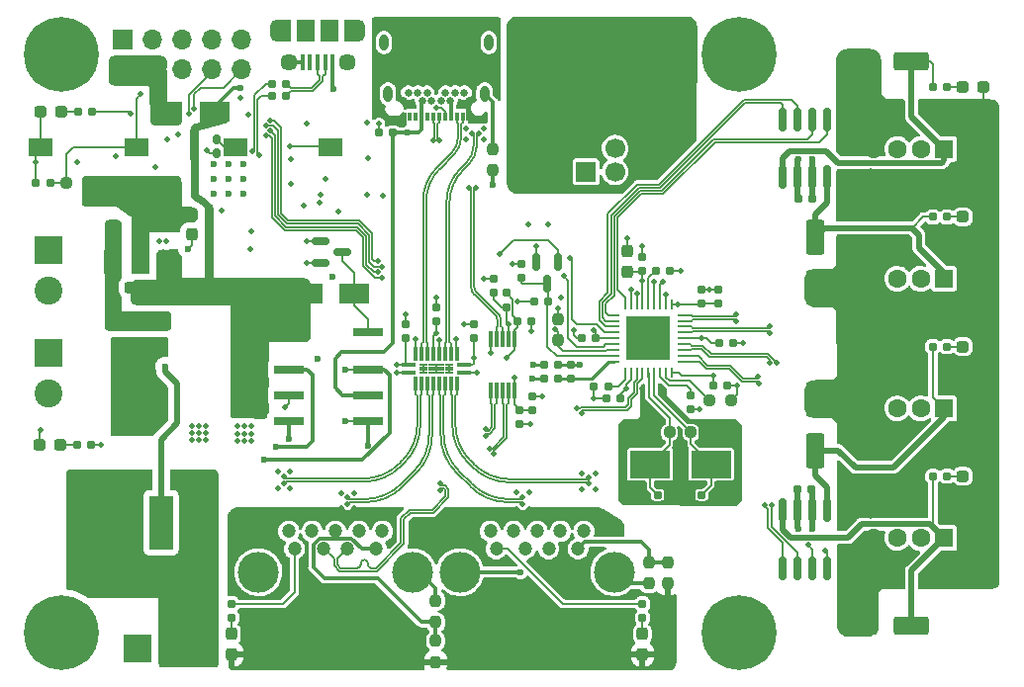
<source format=gtl>
G04 #@! TF.GenerationSoftware,KiCad,Pcbnew,(6.0.2)*
G04 #@! TF.CreationDate,2022-10-12T22:23:13+11:00*
G04 #@! TF.ProjectId,usb_xwitch,7573625f-7877-4697-9463-682e6b696361,0.2*
G04 #@! TF.SameCoordinates,Original*
G04 #@! TF.FileFunction,Copper,L1,Top*
G04 #@! TF.FilePolarity,Positive*
%FSLAX46Y46*%
G04 Gerber Fmt 4.6, Leading zero omitted, Abs format (unit mm)*
G04 Created by KiCad (PCBNEW (6.0.2)) date 2022-10-12 22:23:13*
%MOMM*%
%LPD*%
G01*
G04 APERTURE LIST*
G04 Aperture macros list*
%AMRoundRect*
0 Rectangle with rounded corners*
0 $1 Rounding radius*
0 $2 $3 $4 $5 $6 $7 $8 $9 X,Y pos of 4 corners*
0 Add a 4 corners polygon primitive as box body*
4,1,4,$2,$3,$4,$5,$6,$7,$8,$9,$2,$3,0*
0 Add four circle primitives for the rounded corners*
1,1,$1+$1,$2,$3*
1,1,$1+$1,$4,$5*
1,1,$1+$1,$6,$7*
1,1,$1+$1,$8,$9*
0 Add four rect primitives between the rounded corners*
20,1,$1+$1,$2,$3,$4,$5,0*
20,1,$1+$1,$4,$5,$6,$7,0*
20,1,$1+$1,$6,$7,$8,$9,0*
20,1,$1+$1,$8,$9,$2,$3,0*%
G04 Aperture macros list end*
G04 #@! TA.AperFunction,ComponentPad*
%ADD10C,6.400000*%
G04 #@! TD*
G04 #@! TA.AperFunction,SMDPad,CuDef*
%ADD11RoundRect,0.062500X0.350000X0.062500X-0.350000X0.062500X-0.350000X-0.062500X0.350000X-0.062500X0*%
G04 #@! TD*
G04 #@! TA.AperFunction,SMDPad,CuDef*
%ADD12RoundRect,0.062500X0.062500X0.350000X-0.062500X0.350000X-0.062500X-0.350000X0.062500X-0.350000X0*%
G04 #@! TD*
G04 #@! TA.AperFunction,SMDPad,CuDef*
%ADD13R,3.700000X3.700000*%
G04 #@! TD*
G04 #@! TA.AperFunction,ComponentPad*
%ADD14R,1.600000X1.600000*%
G04 #@! TD*
G04 #@! TA.AperFunction,ComponentPad*
%ADD15C,1.600000*%
G04 #@! TD*
G04 #@! TA.AperFunction,ComponentPad*
%ADD16C,2.150000*%
G04 #@! TD*
G04 #@! TA.AperFunction,SMDPad,CuDef*
%ADD17RoundRect,0.237500X0.237500X-0.250000X0.237500X0.250000X-0.237500X0.250000X-0.237500X-0.250000X0*%
G04 #@! TD*
G04 #@! TA.AperFunction,SMDPad,CuDef*
%ADD18RoundRect,0.237500X0.300000X0.237500X-0.300000X0.237500X-0.300000X-0.237500X0.300000X-0.237500X0*%
G04 #@! TD*
G04 #@! TA.AperFunction,SMDPad,CuDef*
%ADD19RoundRect,0.160000X-0.197500X-0.160000X0.197500X-0.160000X0.197500X0.160000X-0.197500X0.160000X0*%
G04 #@! TD*
G04 #@! TA.AperFunction,SMDPad,CuDef*
%ADD20RoundRect,0.237500X0.250000X0.237500X-0.250000X0.237500X-0.250000X-0.237500X0.250000X-0.237500X0*%
G04 #@! TD*
G04 #@! TA.AperFunction,ComponentPad*
%ADD21R,1.700000X1.700000*%
G04 #@! TD*
G04 #@! TA.AperFunction,ComponentPad*
%ADD22C,1.700000*%
G04 #@! TD*
G04 #@! TA.AperFunction,ComponentPad*
%ADD23C,3.500000*%
G04 #@! TD*
G04 #@! TA.AperFunction,SMDPad,CuDef*
%ADD24RoundRect,0.155000X0.212500X0.155000X-0.212500X0.155000X-0.212500X-0.155000X0.212500X-0.155000X0*%
G04 #@! TD*
G04 #@! TA.AperFunction,SMDPad,CuDef*
%ADD25RoundRect,0.250000X1.250000X0.550000X-1.250000X0.550000X-1.250000X-0.550000X1.250000X-0.550000X0*%
G04 #@! TD*
G04 #@! TA.AperFunction,SMDPad,CuDef*
%ADD26RoundRect,0.237500X-0.237500X0.300000X-0.237500X-0.300000X0.237500X-0.300000X0.237500X0.300000X0*%
G04 #@! TD*
G04 #@! TA.AperFunction,SMDPad,CuDef*
%ADD27RoundRect,0.150000X-0.150000X0.587500X-0.150000X-0.587500X0.150000X-0.587500X0.150000X0.587500X0*%
G04 #@! TD*
G04 #@! TA.AperFunction,SMDPad,CuDef*
%ADD28RoundRect,0.155000X-0.212500X-0.155000X0.212500X-0.155000X0.212500X0.155000X-0.212500X0.155000X0*%
G04 #@! TD*
G04 #@! TA.AperFunction,SMDPad,CuDef*
%ADD29RoundRect,0.160000X0.197500X0.160000X-0.197500X0.160000X-0.197500X-0.160000X0.197500X-0.160000X0*%
G04 #@! TD*
G04 #@! TA.AperFunction,ComponentPad*
%ADD30R,2.000000X4.600000*%
G04 #@! TD*
G04 #@! TA.AperFunction,ComponentPad*
%ADD31O,2.000000X4.200000*%
G04 #@! TD*
G04 #@! TA.AperFunction,ComponentPad*
%ADD32O,4.200000X2.000000*%
G04 #@! TD*
G04 #@! TA.AperFunction,SMDPad,CuDef*
%ADD33RoundRect,0.160000X-0.160000X0.197500X-0.160000X-0.197500X0.160000X-0.197500X0.160000X0.197500X0*%
G04 #@! TD*
G04 #@! TA.AperFunction,SMDPad,CuDef*
%ADD34RoundRect,0.237500X0.287500X0.237500X-0.287500X0.237500X-0.287500X-0.237500X0.287500X-0.237500X0*%
G04 #@! TD*
G04 #@! TA.AperFunction,SMDPad,CuDef*
%ADD35RoundRect,0.160000X0.160000X-0.197500X0.160000X0.197500X-0.160000X0.197500X-0.160000X-0.197500X0*%
G04 #@! TD*
G04 #@! TA.AperFunction,SMDPad,CuDef*
%ADD36RoundRect,0.150000X-0.587500X-0.150000X0.587500X-0.150000X0.587500X0.150000X-0.587500X0.150000X0*%
G04 #@! TD*
G04 #@! TA.AperFunction,SMDPad,CuDef*
%ADD37R,1.500000X2.000000*%
G04 #@! TD*
G04 #@! TA.AperFunction,SMDPad,CuDef*
%ADD38R,3.800000X2.000000*%
G04 #@! TD*
G04 #@! TA.AperFunction,SMDPad,CuDef*
%ADD39R,1.250000X0.300000*%
G04 #@! TD*
G04 #@! TA.AperFunction,SMDPad,CuDef*
%ADD40R,0.300000X1.200000*%
G04 #@! TD*
G04 #@! TA.AperFunction,SMDPad,CuDef*
%ADD41R,0.725000X0.225000*%
G04 #@! TD*
G04 #@! TA.AperFunction,SMDPad,CuDef*
%ADD42RoundRect,0.237500X-0.237500X0.250000X-0.237500X-0.250000X0.237500X-0.250000X0.237500X0.250000X0*%
G04 #@! TD*
G04 #@! TA.AperFunction,SMDPad,CuDef*
%ADD43RoundRect,0.160000X0.160000X-0.222500X0.160000X0.222500X-0.160000X0.222500X-0.160000X-0.222500X0*%
G04 #@! TD*
G04 #@! TA.AperFunction,SMDPad,CuDef*
%ADD44RoundRect,0.237500X0.237500X-0.300000X0.237500X0.300000X-0.237500X0.300000X-0.237500X-0.300000X0*%
G04 #@! TD*
G04 #@! TA.AperFunction,SMDPad,CuDef*
%ADD45R,2.500000X1.800000*%
G04 #@! TD*
G04 #@! TA.AperFunction,SMDPad,CuDef*
%ADD46R,0.400000X1.350000*%
G04 #@! TD*
G04 #@! TA.AperFunction,ComponentPad*
%ADD47C,1.450000*%
G04 #@! TD*
G04 #@! TA.AperFunction,ComponentPad*
%ADD48O,1.200000X1.900000*%
G04 #@! TD*
G04 #@! TA.AperFunction,SMDPad,CuDef*
%ADD49R,1.500000X1.900000*%
G04 #@! TD*
G04 #@! TA.AperFunction,SMDPad,CuDef*
%ADD50R,1.200000X1.900000*%
G04 #@! TD*
G04 #@! TA.AperFunction,SMDPad,CuDef*
%ADD51RoundRect,0.237500X0.237500X-0.287500X0.237500X0.287500X-0.237500X0.287500X-0.237500X-0.287500X0*%
G04 #@! TD*
G04 #@! TA.AperFunction,SMDPad,CuDef*
%ADD52RoundRect,0.237500X-0.250000X-0.237500X0.250000X-0.237500X0.250000X0.237500X-0.250000X0.237500X0*%
G04 #@! TD*
G04 #@! TA.AperFunction,SMDPad,CuDef*
%ADD53RoundRect,0.250000X0.550000X-1.250000X0.550000X1.250000X-0.550000X1.250000X-0.550000X-1.250000X0*%
G04 #@! TD*
G04 #@! TA.AperFunction,SMDPad,CuDef*
%ADD54R,0.300000X0.700000*%
G04 #@! TD*
G04 #@! TA.AperFunction,ComponentPad*
%ADD55C,0.650000*%
G04 #@! TD*
G04 #@! TA.AperFunction,ComponentPad*
%ADD56O,0.800000X1.400000*%
G04 #@! TD*
G04 #@! TA.AperFunction,SMDPad,CuDef*
%ADD57RoundRect,0.237500X-0.287500X-0.237500X0.287500X-0.237500X0.287500X0.237500X-0.287500X0.237500X0*%
G04 #@! TD*
G04 #@! TA.AperFunction,SMDPad,CuDef*
%ADD58RoundRect,0.150000X0.150000X-0.825000X0.150000X0.825000X-0.150000X0.825000X-0.150000X-0.825000X0*%
G04 #@! TD*
G04 #@! TA.AperFunction,SMDPad,CuDef*
%ADD59R,2.000000X1.500000*%
G04 #@! TD*
G04 #@! TA.AperFunction,ComponentPad*
%ADD60C,1.200000*%
G04 #@! TD*
G04 #@! TA.AperFunction,SMDPad,CuDef*
%ADD61R,2.900000X5.400000*%
G04 #@! TD*
G04 #@! TA.AperFunction,SMDPad,CuDef*
%ADD62RoundRect,0.250000X-0.550000X1.250000X-0.550000X-1.250000X0.550000X-1.250000X0.550000X1.250000X0*%
G04 #@! TD*
G04 #@! TA.AperFunction,SMDPad,CuDef*
%ADD63R,3.500000X2.400000*%
G04 #@! TD*
G04 #@! TA.AperFunction,SMDPad,CuDef*
%ADD64R,2.660000X0.800000*%
G04 #@! TD*
G04 #@! TA.AperFunction,ComponentPad*
%ADD65R,2.400000X2.400000*%
G04 #@! TD*
G04 #@! TA.AperFunction,ComponentPad*
%ADD66C,2.400000*%
G04 #@! TD*
G04 #@! TA.AperFunction,ComponentPad*
%ADD67O,1.700000X1.700000*%
G04 #@! TD*
G04 #@! TA.AperFunction,SMDPad,CuDef*
%ADD68RoundRect,0.150000X-0.150000X0.825000X-0.150000X-0.825000X0.150000X-0.825000X0.150000X0.825000X0*%
G04 #@! TD*
G04 #@! TA.AperFunction,SMDPad,CuDef*
%ADD69R,0.300000X1.400000*%
G04 #@! TD*
G04 #@! TA.AperFunction,ComponentPad*
%ADD70C,0.600000*%
G04 #@! TD*
G04 #@! TA.AperFunction,ViaPad*
%ADD71C,0.460000*%
G04 #@! TD*
G04 #@! TA.AperFunction,ViaPad*
%ADD72C,0.800000*%
G04 #@! TD*
G04 #@! TA.AperFunction,ViaPad*
%ADD73C,0.600000*%
G04 #@! TD*
G04 #@! TA.AperFunction,Conductor*
%ADD74C,0.200000*%
G04 #@! TD*
G04 #@! TA.AperFunction,Conductor*
%ADD75C,0.500000*%
G04 #@! TD*
G04 #@! TA.AperFunction,Conductor*
%ADD76C,0.150000*%
G04 #@! TD*
G04 #@! TA.AperFunction,Conductor*
%ADD77C,0.300000*%
G04 #@! TD*
G04 #@! TA.AperFunction,Conductor*
%ADD78C,0.250000*%
G04 #@! TD*
G04 #@! TA.AperFunction,Conductor*
%ADD79C,0.127000*%
G04 #@! TD*
G04 APERTURE END LIST*
D10*
X103500000Y-133000000D03*
D11*
X156637500Y-109800000D03*
X156637500Y-109300000D03*
X156637500Y-108800000D03*
X156637500Y-108300000D03*
X156637500Y-107800000D03*
X156637500Y-107300000D03*
X156637500Y-106800000D03*
X156637500Y-106300000D03*
X156637500Y-105800000D03*
D12*
X155700000Y-104862500D03*
X155200000Y-104862500D03*
X154700000Y-104862500D03*
X154200000Y-104862500D03*
X153700000Y-104862500D03*
X153200000Y-104862500D03*
X152700000Y-104862500D03*
X152200000Y-104862500D03*
X151700000Y-104862500D03*
D11*
X150762500Y-105800000D03*
X150762500Y-106300000D03*
X150762500Y-106800000D03*
X150762500Y-107300000D03*
X150762500Y-107800000D03*
X150762500Y-108300000D03*
X150762500Y-108800000D03*
X150762500Y-109300000D03*
X150762500Y-109800000D03*
D12*
X151700000Y-110737500D03*
X152200000Y-110737500D03*
X152700000Y-110737500D03*
X153200000Y-110737500D03*
X153700000Y-110737500D03*
X154200000Y-110737500D03*
X154700000Y-110737500D03*
X155200000Y-110737500D03*
X155700000Y-110737500D03*
D13*
X153700000Y-107800000D03*
D14*
X179000000Y-124900000D03*
D15*
X177000000Y-124900000D03*
X175000000Y-124900000D03*
X173000000Y-124900000D03*
D16*
X179730000Y-122180000D03*
X179730000Y-127620000D03*
X172730000Y-122180000D03*
X172730000Y-127620000D03*
D17*
X145950000Y-107962500D03*
X145950000Y-106137500D03*
D18*
X109412500Y-103444000D03*
X107687500Y-103444000D03*
D19*
X149052500Y-111950000D03*
X150247500Y-111950000D03*
D20*
X160762500Y-113150000D03*
X158937500Y-113150000D03*
D19*
X159777500Y-108200000D03*
X160972500Y-108200000D03*
D21*
X148350000Y-93527500D03*
D22*
X150850000Y-93527500D03*
X150850000Y-91527500D03*
X148350000Y-91527500D03*
D23*
X155620000Y-88817500D03*
X143580000Y-88817500D03*
D24*
X158267500Y-121200000D03*
X157132500Y-121200000D03*
D25*
X176200000Y-132400000D03*
X171800000Y-132400000D03*
D17*
X153750000Y-128812500D03*
X153750000Y-126987500D03*
D26*
X114600000Y-97181500D03*
X114600000Y-98906500D03*
D27*
X146000000Y-101262500D03*
X144100000Y-101262500D03*
X145050000Y-103137500D03*
D19*
X121502500Y-86000000D03*
X122697500Y-86000000D03*
D28*
X154482500Y-121200000D03*
X155617500Y-121200000D03*
D29*
X145977500Y-110040000D03*
X144782500Y-110040000D03*
X151297500Y-112950000D03*
X150102500Y-112950000D03*
D30*
X111991500Y-123602000D03*
D31*
X105691500Y-123602000D03*
D32*
X109091500Y-128402000D03*
D33*
X118050000Y-130552500D03*
X118050000Y-131747500D03*
D19*
X178052500Y-119600000D03*
X179247500Y-119600000D03*
D33*
X142690000Y-113972500D03*
X142690000Y-115167500D03*
X153200000Y-130552500D03*
X153200000Y-131747500D03*
D34*
X182375000Y-97400000D03*
X180625000Y-97400000D03*
D35*
X140470000Y-103867500D03*
X140470000Y-102672500D03*
D34*
X182375000Y-86300000D03*
X180625000Y-86300000D03*
D17*
X140380000Y-93422500D03*
X140380000Y-91597500D03*
D33*
X147030000Y-110042500D03*
X147030000Y-111237500D03*
D36*
X125662500Y-99450000D03*
X125662500Y-101350000D03*
X127537500Y-100400000D03*
D37*
X107900000Y-101294000D03*
D38*
X110200000Y-94994000D03*
D37*
X110200000Y-101294000D03*
X112500000Y-101294000D03*
D33*
X141550000Y-103922500D03*
X141550000Y-105117500D03*
D35*
X138750000Y-107787500D03*
X138750000Y-106592500D03*
D39*
X137900000Y-110050000D03*
D40*
X137300000Y-109100000D03*
X136800000Y-109100000D03*
X136300000Y-109100000D03*
X135800000Y-109100000D03*
X135300000Y-109100000D03*
X134800000Y-109100000D03*
X134300000Y-109100000D03*
X133800000Y-109100000D03*
D39*
X133200000Y-110050000D03*
X133200000Y-110750000D03*
D40*
X133800000Y-111700000D03*
X134300000Y-111700000D03*
X134800000Y-111700000D03*
X135300000Y-111700000D03*
X135800000Y-111700000D03*
X136300000Y-111700000D03*
X136800000Y-111700000D03*
X137300000Y-111700000D03*
D41*
X135187500Y-110062500D03*
X134462500Y-110062500D03*
X135187500Y-110512500D03*
X134462500Y-110737500D03*
X135912500Y-110512500D03*
X136637500Y-110737500D03*
X135912500Y-110737500D03*
X134462500Y-110287500D03*
D39*
X137900000Y-110750000D03*
D41*
X135912500Y-110062500D03*
X134462500Y-110512500D03*
X136637500Y-110287500D03*
X136637500Y-110062500D03*
X135912500Y-110287500D03*
X135187500Y-110287500D03*
X135187500Y-110737500D03*
X136637500Y-110512500D03*
D14*
X179000000Y-102700000D03*
D15*
X177000000Y-102700000D03*
X175000000Y-102700000D03*
X173000000Y-102700000D03*
D16*
X179730000Y-105420000D03*
X172730000Y-105420000D03*
X179730000Y-99980000D03*
X172730000Y-99980000D03*
D42*
X135500000Y-133687500D03*
X135500000Y-135512500D03*
D34*
X182375000Y-108500000D03*
X180625000Y-108500000D03*
D43*
X116725000Y-91922500D03*
X116725000Y-90777500D03*
D29*
X102497500Y-94488000D03*
X101302500Y-94488000D03*
X106097500Y-88392000D03*
X104902500Y-88392000D03*
D35*
X142800000Y-102597500D03*
X142800000Y-101402500D03*
D19*
X142502500Y-106300000D03*
X143697500Y-106300000D03*
D44*
X151920000Y-102062500D03*
X151920000Y-100337500D03*
D19*
X166452500Y-120700000D03*
X167647500Y-120700000D03*
D42*
X135500000Y-130287500D03*
X135500000Y-132112500D03*
D35*
X153200000Y-101997500D03*
X153200000Y-100802500D03*
D29*
X145097500Y-104650000D03*
X143902500Y-104650000D03*
X105997500Y-116900000D03*
X104802500Y-116900000D03*
D35*
X135510000Y-106322500D03*
X135510000Y-105127500D03*
D45*
X124550000Y-103950000D03*
X128550000Y-103950000D03*
D14*
X179000000Y-113800000D03*
D15*
X177000000Y-113800000D03*
X175000000Y-113800000D03*
X173000000Y-113800000D03*
D16*
X172730000Y-116520000D03*
X172730000Y-111080000D03*
X179730000Y-116520000D03*
X179730000Y-111080000D03*
D46*
X126700000Y-84152500D03*
X126050000Y-84152500D03*
X125400000Y-84152500D03*
X124750000Y-84152500D03*
X124100000Y-84152500D03*
D47*
X122900000Y-84152500D03*
X127900000Y-84152500D03*
D48*
X121900000Y-81452500D03*
D49*
X126400000Y-81452500D03*
X124400000Y-81452500D03*
D50*
X122500000Y-81452500D03*
D48*
X128900000Y-81452500D03*
D50*
X128300000Y-81452500D03*
D51*
X118050000Y-134875000D03*
X118050000Y-133125000D03*
D52*
X155500000Y-115850000D03*
X157325000Y-115850000D03*
D53*
X168000000Y-117400000D03*
X168000000Y-113000000D03*
D54*
X138300000Y-88770000D03*
X137800000Y-88770000D03*
X137300000Y-88770000D03*
X136800000Y-88770000D03*
X136300000Y-88770000D03*
X135800000Y-88770000D03*
X135300000Y-88770000D03*
X134800000Y-88770000D03*
X134300000Y-88770000D03*
X133800000Y-88770000D03*
X133300000Y-88770000D03*
X132800000Y-88770000D03*
D55*
X132750000Y-87460000D03*
X133150000Y-86760000D03*
X133950000Y-86760000D03*
X134350000Y-87460000D03*
X134750000Y-86760000D03*
X135150000Y-87460000D03*
X135950000Y-87460000D03*
X136350000Y-86760000D03*
X136750000Y-87460000D03*
X137150000Y-86760000D03*
X137950000Y-86760000D03*
X138350000Y-87460000D03*
D56*
X139680000Y-86860000D03*
X131420000Y-86860000D03*
X140040000Y-82470000D03*
X131060000Y-82470000D03*
D57*
X101625000Y-116900000D03*
X103375000Y-116900000D03*
D58*
X165195000Y-127475000D03*
X166465000Y-127475000D03*
X167735000Y-127475000D03*
X169005000Y-127475000D03*
X169005000Y-122525000D03*
X167735000Y-122525000D03*
X166465000Y-122525000D03*
X165195000Y-122525000D03*
D45*
X116550000Y-88425000D03*
X112550000Y-88425000D03*
D59*
X126530000Y-91470000D03*
X118330000Y-91470000D03*
D10*
X103500000Y-83500000D03*
D60*
X140675000Y-125825000D03*
X143175000Y-125825000D03*
X145175000Y-125825000D03*
X147675000Y-125825000D03*
X148175000Y-124325000D03*
X146175000Y-124325000D03*
X144175000Y-124325000D03*
X142175000Y-124325000D03*
X140175000Y-124325000D03*
D23*
X150775000Y-127825000D03*
X137575000Y-127825000D03*
D34*
X182375000Y-119600000D03*
X180625000Y-119600000D03*
D51*
X153200000Y-134875000D03*
X153200000Y-133125000D03*
D61*
X109858000Y-111252000D03*
X119758000Y-111252000D03*
D19*
X154352500Y-102000000D03*
X155547500Y-102000000D03*
X144782500Y-111240000D03*
X145977500Y-111240000D03*
D62*
X168000000Y-99100000D03*
X168000000Y-103500000D03*
D19*
X159252500Y-111800000D03*
X160447500Y-111800000D03*
D63*
X159050000Y-118600000D03*
X153850000Y-118600000D03*
D29*
X167747500Y-95800000D03*
X166552500Y-95800000D03*
X149187500Y-107810000D03*
X147992500Y-107810000D03*
D33*
X143760000Y-112772500D03*
X143760000Y-113967500D03*
D19*
X178052500Y-86300000D03*
X179247500Y-86300000D03*
D64*
X122930000Y-107250000D03*
X122930000Y-110450000D03*
X122930000Y-112650000D03*
X122930000Y-114850000D03*
X129670000Y-114850000D03*
X129670000Y-112650000D03*
X129670000Y-110450000D03*
X129670000Y-107250000D03*
D20*
X105712500Y-94488000D03*
X103887500Y-94488000D03*
D65*
X102400000Y-100250000D03*
D66*
X102400000Y-103750000D03*
D35*
X158200000Y-104847500D03*
X158200000Y-103652500D03*
D14*
X179000000Y-91600000D03*
D15*
X177000000Y-91600000D03*
X175000000Y-91600000D03*
X173000000Y-91600000D03*
D16*
X179730000Y-94320000D03*
X179730000Y-88880000D03*
X172730000Y-94320000D03*
X172730000Y-88880000D03*
D25*
X176200000Y-84100000D03*
X171800000Y-84100000D03*
D35*
X159720000Y-104847500D03*
X159720000Y-103652500D03*
D59*
X101700000Y-91440000D03*
X109900000Y-91440000D03*
D65*
X110010000Y-134400000D03*
D66*
X113510000Y-134400000D03*
D21*
X108750000Y-82230000D03*
D67*
X108750000Y-84770000D03*
X111290000Y-82230000D03*
X111290000Y-84770000D03*
X113830000Y-82230000D03*
X113830000Y-84770000D03*
X116370000Y-82230000D03*
X116370000Y-84770000D03*
X118910000Y-82230000D03*
X118910000Y-84770000D03*
D29*
X131847500Y-90190000D03*
X130652500Y-90190000D03*
D60*
X123425000Y-125825000D03*
X125925000Y-125825000D03*
X127925000Y-125825000D03*
X130425000Y-125825000D03*
X130925000Y-124325000D03*
X128925000Y-124325000D03*
X126925000Y-124325000D03*
X124925000Y-124325000D03*
X122925000Y-124325000D03*
D23*
X133525000Y-127825000D03*
X120325000Y-127825000D03*
D19*
X121502500Y-87050000D03*
X122697500Y-87050000D03*
D10*
X161500000Y-133000000D03*
D35*
X132910000Y-107817500D03*
X132910000Y-106622500D03*
D19*
X178052500Y-97400000D03*
X179247500Y-97400000D03*
D42*
X155350000Y-126987500D03*
X155350000Y-128812500D03*
D65*
X102400000Y-109050000D03*
D66*
X102400000Y-112550000D03*
D33*
X157300000Y-112652500D03*
X157300000Y-113847500D03*
D68*
X169005000Y-89025000D03*
X167735000Y-89025000D03*
X166465000Y-89025000D03*
X165195000Y-89025000D03*
X165195000Y-93975000D03*
X166465000Y-93975000D03*
X167735000Y-93975000D03*
X169005000Y-93975000D03*
D69*
X142200000Y-107900000D03*
X141700000Y-107900000D03*
X141200000Y-107900000D03*
X140700000Y-107900000D03*
X140200000Y-107900000D03*
X140200000Y-112300000D03*
X140700000Y-112300000D03*
X141200000Y-112300000D03*
X141700000Y-112300000D03*
X142200000Y-112300000D03*
D57*
X101725000Y-88392000D03*
X103475000Y-88392000D03*
D10*
X161500000Y-83500000D03*
D19*
X178052500Y-108500000D03*
X179247500Y-108500000D03*
D70*
X117800000Y-92875000D03*
X116525000Y-95425000D03*
X116525000Y-94150000D03*
X116525000Y-92875000D03*
X119075000Y-94150000D03*
X119075000Y-95425000D03*
X117800000Y-95425000D03*
X117800000Y-94150000D03*
X119075000Y-92875000D03*
D71*
X118500000Y-115950000D03*
X161350000Y-116500000D03*
X149160000Y-119380000D03*
D72*
X109700000Y-106300000D03*
D71*
X118500000Y-116550000D03*
X149275000Y-134875000D03*
D73*
X116100000Y-125700000D03*
D71*
X134800000Y-123700000D03*
X119310000Y-134880000D03*
X155300000Y-106200000D03*
X136200000Y-125100000D03*
X132000000Y-135500000D03*
X139580000Y-89810000D03*
X135510000Y-104265000D03*
X149275000Y-134175000D03*
D73*
X155350000Y-130020000D03*
D71*
X112450000Y-99475000D03*
X115200000Y-115310000D03*
X118800000Y-87200000D03*
X148000000Y-119380000D03*
X133400000Y-135500000D03*
X156450000Y-117650000D03*
X143690000Y-107150000D03*
X132750000Y-84425000D03*
X134450000Y-110400000D03*
X152100000Y-109400000D03*
X135550000Y-110400000D03*
X132000000Y-134800000D03*
X127145000Y-96950000D03*
D73*
X140390000Y-94630000D03*
D71*
X158350000Y-116425000D03*
X150675000Y-134175000D03*
D73*
X114275000Y-100150000D03*
D71*
X132750000Y-83725000D03*
X135500000Y-124400000D03*
X149050000Y-112900000D03*
X133400000Y-134100000D03*
X159675000Y-121600000D03*
X143560000Y-115150000D03*
X130990000Y-95570000D03*
X132050000Y-85125000D03*
X119100000Y-115950000D03*
X133400000Y-134800000D03*
X119700000Y-116550000D03*
X138120000Y-90750000D03*
X124450000Y-101370000D03*
X134800000Y-125100000D03*
X129625000Y-89350000D03*
X144100000Y-99910000D03*
X126075000Y-94150000D03*
X150675000Y-133475000D03*
X115200000Y-116510000D03*
X123040000Y-119240000D03*
X129650000Y-95475000D03*
X133450000Y-83725000D03*
X123075000Y-92475000D03*
D73*
X126675000Y-102500000D03*
D71*
X143440000Y-98070000D03*
X149975000Y-133475000D03*
X132000000Y-134100000D03*
X151920000Y-99200000D03*
D73*
X116100000Y-128100000D03*
D71*
X150675000Y-134875000D03*
X132750000Y-85125000D03*
X127390000Y-121040000D03*
X152100000Y-106200000D03*
X135500000Y-123700000D03*
X153175000Y-112100000D03*
D73*
X143800000Y-111247500D03*
D71*
X132140000Y-110750000D03*
X128520000Y-122360000D03*
X152070000Y-134870000D03*
X113430000Y-90370000D03*
X108130000Y-92230000D03*
X101302500Y-92667500D03*
X153700000Y-107800000D03*
X158950000Y-103650000D03*
X119100000Y-116550000D03*
X149160000Y-120720000D03*
X124400000Y-81450000D03*
D73*
X116100000Y-127300000D03*
X134280000Y-135510000D03*
D71*
X138980000Y-110750000D03*
X123075000Y-94575000D03*
X132050000Y-83725000D03*
X156375000Y-121600000D03*
X145960000Y-105230000D03*
X136200000Y-124400000D03*
X134800000Y-124400000D03*
D73*
X125425000Y-109550000D03*
D71*
X154425000Y-116425000D03*
X136650000Y-110400000D03*
X133450000Y-85125000D03*
X156425000Y-102000000D03*
X142400000Y-122400000D03*
X149275000Y-133475000D03*
X147340000Y-107110000D03*
X124475000Y-89400000D03*
X122610000Y-113690000D03*
X153180000Y-99940000D03*
X119100000Y-115350000D03*
X138120000Y-89810000D03*
X119675000Y-100175000D03*
X111875000Y-99475000D03*
X149975000Y-134175000D03*
X159825000Y-115050000D03*
X155173500Y-104051500D03*
D73*
X116100000Y-126500000D03*
D71*
X115200000Y-115910000D03*
X114600000Y-115310000D03*
X115800000Y-116510000D03*
X154800000Y-112050000D03*
X114600000Y-115910000D03*
X140200000Y-109075000D03*
X142504989Y-104650000D03*
X153125000Y-121625000D03*
X101650000Y-115650000D03*
X139580000Y-90750000D03*
X119700000Y-115350000D03*
X143500000Y-121000000D03*
D72*
X111700000Y-106300000D03*
D71*
X161325000Y-111825000D03*
D73*
X166500000Y-92450000D03*
D71*
X161300000Y-120800000D03*
X123010000Y-91350000D03*
X118500000Y-115350000D03*
X153700000Y-106200000D03*
X123040000Y-120660000D03*
X132700000Y-135500000D03*
D73*
X167750000Y-124100000D03*
D71*
X132910000Y-105760000D03*
X142400000Y-121000000D03*
X149975000Y-134875000D03*
X139630000Y-102670000D03*
X155300000Y-109400000D03*
X135800000Y-107930000D03*
X125580000Y-96140000D03*
D72*
X110700000Y-106300000D03*
D71*
X158100000Y-113850000D03*
D73*
X143810000Y-110037500D03*
D71*
X151550000Y-120800000D03*
X104850000Y-92700000D03*
X136200000Y-123700000D03*
X155300000Y-107800000D03*
X115800000Y-115310000D03*
X135500000Y-125100000D03*
X111525000Y-93129989D03*
X114600000Y-116510000D03*
X132050000Y-84425000D03*
X129725000Y-92350000D03*
X121990000Y-120660000D03*
X115800000Y-115910000D03*
X156375000Y-120775000D03*
X137920000Y-106590000D03*
X151600000Y-116500000D03*
X153700000Y-109400000D03*
X132700000Y-134100000D03*
X125675000Y-95500000D03*
X133450000Y-84425000D03*
X143500000Y-122400000D03*
X119700000Y-115950000D03*
X156450000Y-119500000D03*
X126425000Y-81500000D03*
X121990000Y-119240000D03*
X153050000Y-115025000D03*
X127390000Y-122360000D03*
X132700000Y-134800000D03*
X161775000Y-108200000D03*
X152100000Y-107800000D03*
X148000000Y-120720000D03*
X128520000Y-121040000D03*
X132790000Y-89500000D03*
D73*
X126710000Y-86450000D03*
X133090000Y-90190000D03*
D71*
X163114966Y-111642811D03*
D73*
X121600000Y-103200000D03*
X166500000Y-124100000D03*
X122400000Y-104000000D03*
X120800000Y-103200000D03*
X121600000Y-104000000D03*
X120800000Y-104000000D03*
X118810000Y-86340000D03*
D71*
X106890000Y-116900000D03*
D73*
X122400000Y-103200000D03*
X119400000Y-106800000D03*
X118600000Y-114350000D03*
X167750000Y-92450000D03*
D71*
X110258814Y-86887285D03*
D73*
X147836480Y-110030000D03*
X110100000Y-115600000D03*
X109300000Y-115600000D03*
X111900000Y-112700000D03*
X110900000Y-115600000D03*
X107420000Y-94480000D03*
D71*
X112275000Y-96381500D03*
D73*
X107410000Y-95190000D03*
D71*
X149037955Y-107058545D03*
X124200000Y-96420000D03*
X119680000Y-98600000D03*
X113725000Y-97750000D03*
X142033705Y-101391295D03*
X144570000Y-112770000D03*
D73*
X107420000Y-95910000D03*
D71*
X135510000Y-107365000D03*
X113500000Y-94750000D03*
X153200000Y-102875000D03*
X119475000Y-88650000D03*
X151800000Y-112075000D03*
X158275000Y-107800000D03*
X141580000Y-109450000D03*
X159250000Y-111000000D03*
X132160000Y-110050000D03*
X156198500Y-104875000D03*
X112550000Y-90775000D03*
X146200000Y-104300000D03*
X138750000Y-109460000D03*
X113100000Y-96750000D03*
X145090000Y-98030000D03*
D73*
X120790000Y-118230000D03*
X127775000Y-110450000D03*
X121860000Y-117070000D03*
X142770000Y-127830000D03*
D71*
X130650000Y-89420000D03*
X135574555Y-88028759D03*
D73*
X127750000Y-114850000D03*
X129680000Y-116970000D03*
D71*
X139742645Y-115542346D03*
X139742645Y-116129346D03*
D73*
X122940000Y-116380000D03*
D71*
X148609045Y-120263466D03*
X148602299Y-119677002D03*
X142950000Y-121996500D03*
X142950000Y-121403500D03*
X163100000Y-111056500D03*
X164063000Y-109870000D03*
X164650000Y-109870000D03*
X147600977Y-113808427D03*
X148033623Y-114241073D03*
X164120000Y-107343500D03*
X164120000Y-106756500D03*
X161220000Y-106343500D03*
X114380000Y-88550000D03*
X114800000Y-88120000D03*
X124475000Y-99450000D03*
X119808520Y-91775000D03*
X120374989Y-92075000D03*
X115950000Y-91690000D03*
X109410000Y-88520000D03*
X117200000Y-96875000D03*
X147000000Y-100950000D03*
X146450000Y-102475000D03*
X145740000Y-107054500D03*
X121359983Y-89139194D03*
X130542951Y-101192448D03*
X142200000Y-111125000D03*
X130905946Y-101653121D03*
X141700000Y-106600000D03*
X120962000Y-89570000D03*
X130534383Y-102106911D03*
X137275000Y-107900000D03*
X121359983Y-90000806D03*
X120975000Y-90450000D03*
X133800000Y-107900000D03*
X130900000Y-102575000D03*
X140992533Y-100603020D03*
X154950000Y-102971980D03*
X163622997Y-122116849D03*
X164226433Y-122110051D03*
X154200000Y-102950000D03*
X167350000Y-125500000D03*
X152200516Y-103633505D03*
X152705013Y-103932617D03*
X168825000Y-125950000D03*
D73*
X112330000Y-110200000D03*
D71*
X161220000Y-105756500D03*
X135843500Y-90850000D03*
X138947572Y-94921551D03*
X135256500Y-90850000D03*
X138360572Y-94921551D03*
X138566500Y-90280000D03*
X139153500Y-90280000D03*
X135860000Y-120196997D03*
X140123677Y-117233677D03*
X135860000Y-120793500D03*
X140496323Y-117696323D03*
X127950000Y-121406500D03*
X127950000Y-121993500D03*
X122500000Y-119636500D03*
X122500000Y-120243500D03*
D74*
X161300000Y-111800000D02*
X161325000Y-111825000D01*
D75*
X166465000Y-93975000D02*
X166465000Y-92485000D01*
D76*
X143697500Y-106300000D02*
X143697500Y-107142500D01*
D74*
X160972500Y-108200000D02*
X161775000Y-108200000D01*
D75*
X167735000Y-122525000D02*
X167735000Y-120787500D01*
D74*
X161325000Y-112587500D02*
X161325000Y-111825000D01*
X139632500Y-102672500D02*
X139630000Y-102670000D01*
X122930000Y-113370000D02*
X122610000Y-113690000D01*
X145950000Y-105240000D02*
X145960000Y-105230000D01*
X101725000Y-88392000D02*
X101700000Y-88417000D01*
X151920000Y-100337500D02*
X151920000Y-99200000D01*
D76*
X135510000Y-105127500D02*
X135510000Y-104265000D01*
D74*
X182375000Y-97400000D02*
X182375000Y-99625000D01*
D75*
X166465000Y-92485000D02*
X166500000Y-92450000D01*
D74*
X155547500Y-102000000D02*
X156425000Y-102000000D01*
X101625000Y-116900000D02*
X101625000Y-115675000D01*
X155200000Y-104078000D02*
X155173500Y-104051500D01*
X159720000Y-103652500D02*
X158952500Y-103652500D01*
X157300000Y-113847500D02*
X158097500Y-113847500D01*
D77*
X138300000Y-88770000D02*
X138300000Y-87510000D01*
D76*
X126530000Y-91470000D02*
X126410000Y-91350000D01*
D75*
X167735000Y-122525000D02*
X167735000Y-124085000D01*
D77*
X134282500Y-135512500D02*
X134280000Y-135510000D01*
D74*
X101625000Y-115675000D02*
X101650000Y-115650000D01*
X182375000Y-87725000D02*
X181200000Y-88900000D01*
X182375000Y-119600000D02*
X182375000Y-121075000D01*
X158097500Y-113847500D02*
X158100000Y-113850000D01*
D77*
X140380000Y-94620000D02*
X140390000Y-94630000D01*
D74*
X182375000Y-99625000D02*
X182020000Y-99980000D01*
X147340000Y-107110000D02*
X147340000Y-107565000D01*
D75*
X167735000Y-120787500D02*
X167647500Y-120700000D01*
D74*
X149100000Y-112950000D02*
X149050000Y-112900000D01*
X182375000Y-110375000D02*
X181670000Y-111080000D01*
X150102500Y-112950000D02*
X149100000Y-112950000D01*
X101302500Y-92667500D02*
X101302500Y-94488000D01*
X101302500Y-91837500D02*
X101302500Y-92667500D01*
D75*
X166465000Y-95712500D02*
X166552500Y-95800000D01*
D74*
X179750000Y-88900000D02*
X179730000Y-88880000D01*
X149052500Y-112897500D02*
X149050000Y-112900000D01*
X122930000Y-112650000D02*
X122930000Y-113370000D01*
X182375000Y-86300000D02*
X182375000Y-87725000D01*
X149052500Y-111950000D02*
X149052500Y-112897500D01*
D78*
X143807500Y-111240000D02*
X143800000Y-111247500D01*
D74*
X155200000Y-104862500D02*
X155200000Y-104078000D01*
D75*
X166465000Y-93975000D02*
X166465000Y-95712500D01*
D76*
X137900000Y-110750000D02*
X138980000Y-110750000D01*
X144100000Y-101262500D02*
X144100000Y-99910000D01*
D77*
X124100000Y-84152500D02*
X122900000Y-84152500D01*
D74*
X140470000Y-102672500D02*
X139632500Y-102672500D01*
X182020000Y-99980000D02*
X179730000Y-99980000D01*
X142504989Y-104650000D02*
X143902500Y-104650000D01*
D78*
X144782500Y-111240000D02*
X143807500Y-111240000D01*
D74*
X181270000Y-122180000D02*
X179730000Y-122180000D01*
D78*
X143812500Y-110040000D02*
X143810000Y-110037500D01*
D74*
X182375000Y-121075000D02*
X181270000Y-122180000D01*
D77*
X140380000Y-93422500D02*
X140380000Y-94620000D01*
D74*
X147585000Y-107810000D02*
X147992500Y-107810000D01*
X158950000Y-103650000D02*
X158202500Y-103650000D01*
D76*
X135800000Y-109100000D02*
X135800000Y-107930000D01*
X138750000Y-106592500D02*
X137922500Y-106592500D01*
D74*
X181670000Y-111080000D02*
X179730000Y-111080000D01*
X147340000Y-107565000D02*
X147585000Y-107810000D01*
D76*
X143697500Y-107142500D02*
X143690000Y-107150000D01*
D74*
X182375000Y-108500000D02*
X182375000Y-110375000D01*
X153200000Y-99960000D02*
X153180000Y-99940000D01*
D77*
X132800000Y-89490000D02*
X132800000Y-88770000D01*
D76*
X137922500Y-106592500D02*
X137920000Y-106590000D01*
D74*
X158202500Y-103650000D02*
X158200000Y-103652500D01*
D79*
X140200000Y-107900000D02*
X140200000Y-109075000D01*
D74*
X160762500Y-113150000D02*
X161325000Y-112587500D01*
X125662500Y-101350000D02*
X124470000Y-101350000D01*
D79*
X114600000Y-98906500D02*
X114600000Y-99825000D01*
D78*
X144782500Y-110040000D02*
X143812500Y-110040000D01*
D74*
X153200000Y-100802500D02*
X153200000Y-99960000D01*
D77*
X132790000Y-89500000D02*
X132800000Y-89490000D01*
D75*
X167735000Y-124085000D02*
X167750000Y-124100000D01*
D74*
X101700000Y-91440000D02*
X101302500Y-91837500D01*
D76*
X133200000Y-110750000D02*
X132140000Y-110750000D01*
D74*
X145950000Y-106137500D02*
X145950000Y-105240000D01*
D76*
X126410000Y-91350000D02*
X123010000Y-91350000D01*
D74*
X158952500Y-103652500D02*
X158950000Y-103650000D01*
X101700000Y-88417000D02*
X101700000Y-91440000D01*
X142690000Y-115167500D02*
X143542500Y-115167500D01*
X181200000Y-88900000D02*
X179750000Y-88900000D01*
D77*
X138300000Y-87510000D02*
X138350000Y-87460000D01*
D74*
X160447500Y-111800000D02*
X161300000Y-111800000D01*
X143542500Y-115167500D02*
X143560000Y-115150000D01*
D79*
X114600000Y-99825000D02*
X114275000Y-100150000D01*
D76*
X132910000Y-106622500D02*
X132910000Y-105760000D01*
D74*
X124470000Y-101350000D02*
X124450000Y-101370000D01*
D77*
X126700000Y-84152500D02*
X126700000Y-86440000D01*
X126700000Y-86440000D02*
X126710000Y-86450000D01*
X131860000Y-90202500D02*
X131860000Y-108220000D01*
X131847500Y-90190000D02*
X133090000Y-90190000D01*
X134300000Y-88770000D02*
X134300000Y-87510000D01*
X134030000Y-90190000D02*
X133090000Y-90190000D01*
X131090000Y-108990000D02*
X127435000Y-108990000D01*
X126900000Y-109525000D02*
X126900000Y-112050000D01*
X131847500Y-90190000D02*
X131860000Y-90202500D01*
X136800000Y-88770000D02*
X136800000Y-87510000D01*
X131860000Y-108220000D02*
X131090000Y-108990000D01*
X127500000Y-112650000D02*
X129670000Y-112650000D01*
X134300000Y-88770000D02*
X134300000Y-89920000D01*
X127435000Y-108990000D02*
X126900000Y-109525000D01*
X136800000Y-87510000D02*
X136750000Y-87460000D01*
X134300000Y-89920000D02*
X134030000Y-90190000D01*
X134300000Y-87510000D02*
X134350000Y-87460000D01*
X126900000Y-112050000D02*
X127500000Y-112650000D01*
D79*
X160598914Y-110378520D02*
X158678915Y-110378520D01*
X158678915Y-110378520D02*
X158100395Y-109800000D01*
X158100395Y-109800000D02*
X156637500Y-109800000D01*
X161695394Y-111475000D02*
X160598914Y-110378520D01*
X163114966Y-111642811D02*
X162947155Y-111475000D01*
X162947155Y-111475000D02*
X161695394Y-111475000D01*
D74*
X105997500Y-116900000D02*
X106890000Y-116900000D01*
D77*
X118190000Y-86340000D02*
X116550000Y-87980000D01*
D75*
X166465000Y-124065000D02*
X166500000Y-124100000D01*
X167735000Y-93975000D02*
X167735000Y-92465000D01*
X167735000Y-92465000D02*
X167750000Y-92450000D01*
D77*
X116550000Y-87980000D02*
X116550000Y-88425000D01*
D75*
X166465000Y-122525000D02*
X166465000Y-124065000D01*
D77*
X118810000Y-86340000D02*
X118190000Y-86340000D01*
D75*
X166465000Y-120712500D02*
X166452500Y-120700000D01*
X167747500Y-93987500D02*
X167735000Y-93975000D01*
X166465000Y-122525000D02*
X166465000Y-120712500D01*
X167747500Y-95800000D02*
X167747500Y-93987500D01*
D79*
X110258814Y-86887285D02*
X109900000Y-87246099D01*
D74*
X103887500Y-92012500D02*
X103887500Y-94488000D01*
D79*
X109900000Y-87246099D02*
X109900000Y-91440000D01*
D74*
X109900000Y-91440000D02*
X104460000Y-91440000D01*
X104460000Y-91440000D02*
X103887500Y-92012500D01*
X103887500Y-94488000D02*
X102497500Y-94488000D01*
D76*
X153200000Y-131747500D02*
X153200000Y-133125000D01*
X118050000Y-131747500D02*
X118050000Y-133125000D01*
D75*
X165825000Y-124875000D02*
X170775000Y-124875000D01*
X176200000Y-132400000D02*
X176200000Y-127700000D01*
D74*
X178052500Y-119600000D02*
X178052500Y-123952500D01*
D75*
X176200000Y-127700000D02*
X179000000Y-124900000D01*
X165195000Y-122525000D02*
X165195000Y-124245000D01*
X165195000Y-124245000D02*
X165825000Y-124875000D01*
D74*
X178052500Y-123952500D02*
X179000000Y-124900000D01*
D75*
X171926511Y-123723489D02*
X177823489Y-123723489D01*
X170775000Y-124875000D02*
X171926511Y-123723489D01*
X177823489Y-123723489D02*
X179000000Y-124900000D01*
D78*
X147030000Y-110042500D02*
X147823980Y-110042500D01*
X145977500Y-110040000D02*
X147027500Y-110040000D01*
X147027500Y-110040000D02*
X147030000Y-110042500D01*
X147823980Y-110042500D02*
X147836480Y-110030000D01*
D75*
X169005000Y-120555000D02*
X167990000Y-119540000D01*
X169005000Y-122525000D02*
X169005000Y-120555000D01*
X167990000Y-119540000D02*
X167990000Y-117410000D01*
X171420000Y-118860000D02*
X174660000Y-118860000D01*
X169960000Y-117400000D02*
X171420000Y-118860000D01*
X168000000Y-117400000D02*
X169960000Y-117400000D01*
X174660000Y-118860000D02*
X179000000Y-114520000D01*
D74*
X178052500Y-108500000D02*
X178052500Y-112852500D01*
D75*
X167990000Y-117410000D02*
X168000000Y-117400000D01*
X179000000Y-114520000D02*
X179000000Y-113800000D01*
D74*
X178052500Y-112852500D02*
X179000000Y-113800000D01*
X145097500Y-103185000D02*
X145050000Y-103137500D01*
X145860000Y-109300000D02*
X145075000Y-108515000D01*
X145075000Y-108515000D02*
X145075000Y-104672500D01*
X142800000Y-102597500D02*
X142800000Y-103000000D01*
X142950000Y-103150000D02*
X145037500Y-103150000D01*
X145037500Y-103150000D02*
X145050000Y-103137500D01*
X142800000Y-103000000D02*
X142950000Y-103150000D01*
X145097500Y-104650000D02*
X145097500Y-103185000D01*
X150762500Y-109300000D02*
X145860000Y-109300000D01*
X145075000Y-104672500D02*
X145097500Y-104650000D01*
X157325000Y-115850000D02*
X154175001Y-112700001D01*
X159050000Y-118600000D02*
X157325000Y-116875000D01*
X154175001Y-110762499D02*
X154200000Y-110737500D01*
X159050000Y-118600000D02*
X159050000Y-120417500D01*
X154175001Y-112700001D02*
X154175001Y-110762499D01*
X159050000Y-120417500D02*
X158267500Y-121200000D01*
X157325000Y-116875000D02*
X157325000Y-115850000D01*
D75*
X168000000Y-97200000D02*
X168000000Y-99100000D01*
D74*
X178052500Y-97400000D02*
X177200000Y-97400000D01*
D75*
X176850000Y-100050000D02*
X176850000Y-98950000D01*
X168750000Y-98350000D02*
X168000000Y-99100000D01*
X169005000Y-93975000D02*
X169005000Y-96195000D01*
D74*
X177200000Y-97400000D02*
X176250000Y-98350000D01*
D75*
X176250000Y-98350000D02*
X168750000Y-98350000D01*
X179000000Y-102700000D02*
X179000000Y-102200000D01*
X179000000Y-102200000D02*
X176850000Y-100050000D01*
X176850000Y-98950000D02*
X176250000Y-98350000D01*
X169005000Y-96195000D02*
X168000000Y-97200000D01*
D74*
X155438231Y-111850000D02*
X156950000Y-111850000D01*
X157300000Y-112200000D02*
X157300000Y-112652500D01*
X156950000Y-111850000D02*
X157300000Y-112200000D01*
X154700000Y-110737500D02*
X154700000Y-111111769D01*
X154700000Y-111111769D02*
X155438231Y-111850000D01*
X153700000Y-104862500D02*
X153700000Y-102652500D01*
X153700000Y-102652500D02*
X154352500Y-102000000D01*
X153724999Y-110762499D02*
X153700000Y-110737500D01*
X155500000Y-114661397D02*
X153724999Y-112886396D01*
X153724999Y-112886396D02*
X153724999Y-110762499D01*
X153850000Y-118600000D02*
X153850000Y-120567500D01*
X153850000Y-118550000D02*
X155500000Y-116900000D01*
X155500000Y-116900000D02*
X155500000Y-115850000D01*
X153850000Y-120567500D02*
X154482500Y-121200000D01*
X155500000Y-115850000D02*
X155500000Y-114661397D01*
X153850000Y-118600000D02*
X153850000Y-118550000D01*
D75*
X176200000Y-84100000D02*
X176200000Y-85600000D01*
X165800000Y-91750000D02*
X168900000Y-91750000D01*
X165195000Y-93975000D02*
X165195000Y-92355000D01*
X168900000Y-91750000D02*
X169926511Y-92776511D01*
X165195000Y-92355000D02*
X165800000Y-91750000D01*
X178773489Y-92776511D02*
X179000000Y-92550000D01*
X169926511Y-92776511D02*
X178773489Y-92776511D01*
X179000000Y-92550000D02*
X179000000Y-91600000D01*
X176200000Y-85600000D02*
X176200000Y-88800000D01*
D74*
X178052500Y-86300000D02*
X178052500Y-84352500D01*
X177800000Y-84100000D02*
X176200000Y-84100000D01*
X178052500Y-84352500D02*
X177800000Y-84100000D01*
D75*
X176200000Y-88800000D02*
X179000000Y-91600000D01*
D74*
X103475000Y-88392000D02*
X104902500Y-88392000D01*
X128550000Y-105025000D02*
X129670000Y-106145000D01*
X129670000Y-106145000D02*
X129670000Y-107250000D01*
X128550000Y-103950000D02*
X128550000Y-105025000D01*
X127537500Y-101162500D02*
X128550000Y-102175000D01*
X128550000Y-102175000D02*
X128550000Y-103950000D01*
X127537500Y-100400000D02*
X127537500Y-101162500D01*
X179247500Y-119600000D02*
X180625000Y-119600000D01*
X180625000Y-108500000D02*
X179247500Y-108500000D01*
X180625000Y-97400000D02*
X179247500Y-97400000D01*
X180625000Y-86300000D02*
X179247500Y-86300000D01*
X103375000Y-116900000D02*
X104802500Y-116900000D01*
D79*
X125852000Y-85363001D02*
X125852000Y-85777606D01*
X126050000Y-84152500D02*
X126050000Y-85165001D01*
X124977605Y-86652001D02*
X123095499Y-86652001D01*
X125852000Y-85777606D02*
X124977605Y-86652001D01*
X126050000Y-85165001D02*
X125852000Y-85363001D01*
X123095499Y-86652001D02*
X122697500Y-87050000D01*
X125400000Y-85165001D02*
X125598000Y-85363001D01*
X124872395Y-86397999D02*
X123095499Y-86397999D01*
X125598000Y-85363001D02*
X125598000Y-85672394D01*
X125400000Y-84152500D02*
X125400000Y-85165001D01*
X123095499Y-86397999D02*
X122697500Y-86000000D01*
X125598000Y-85672394D02*
X124872395Y-86397999D01*
D74*
X142044910Y-101402500D02*
X142800000Y-101402500D01*
X151800000Y-111755696D02*
X152200000Y-111355696D01*
X159250000Y-111000000D02*
X156550000Y-111000000D01*
X151920000Y-102062500D02*
X153135000Y-102062500D01*
X151800000Y-112075000D02*
X151800000Y-111755696D01*
X159252500Y-111800000D02*
X159252500Y-111002500D01*
D76*
X132910000Y-109900000D02*
X132910000Y-107817500D01*
D74*
X159075000Y-108200000D02*
X158675000Y-107800000D01*
D76*
X142200000Y-107900000D02*
X142200000Y-107140000D01*
X133060000Y-110050000D02*
X132910000Y-109900000D01*
D79*
X149037955Y-107058545D02*
X149187500Y-107208090D01*
D74*
X151297500Y-112577500D02*
X151800000Y-112075000D01*
X156550000Y-111000000D02*
X156287500Y-110737500D01*
D76*
X142073478Y-105870978D02*
X142073478Y-104445978D01*
D74*
X159252500Y-111002500D02*
X159250000Y-111000000D01*
D76*
X142200000Y-108830000D02*
X141580000Y-109450000D01*
X137900000Y-110050000D02*
X138640000Y-110050000D01*
D74*
X144567500Y-112772500D02*
X144570000Y-112770000D01*
X151297500Y-112950000D02*
X151297500Y-112577500D01*
X158172500Y-104875000D02*
X158200000Y-104847500D01*
D79*
X149187500Y-107208090D02*
X149187500Y-107810000D01*
D74*
X155700000Y-104862500D02*
X156186000Y-104862500D01*
D76*
X138750000Y-109940000D02*
X138750000Y-109460000D01*
X142502500Y-106837500D02*
X142502500Y-106300000D01*
D74*
X156198500Y-104875000D02*
X158172500Y-104875000D01*
X150762500Y-107800000D02*
X149197500Y-107800000D01*
D76*
X142200000Y-107900000D02*
X142200000Y-108830000D01*
D74*
X156637500Y-107800000D02*
X158275000Y-107800000D01*
D76*
X135300000Y-109100000D02*
X135300000Y-107575000D01*
D74*
X159777500Y-108200000D02*
X159075000Y-108200000D01*
D76*
X138750000Y-109460000D02*
X138750000Y-107787500D01*
D74*
X149197500Y-107800000D02*
X149187500Y-107810000D01*
X153200000Y-104862500D02*
X153200000Y-102875000D01*
D76*
X142073478Y-104445978D02*
X141550000Y-103922500D01*
D74*
X156287500Y-110737500D02*
X155700000Y-110737500D01*
X156186000Y-104862500D02*
X156198500Y-104875000D01*
X153200000Y-101997500D02*
X153200000Y-102875000D01*
X159720000Y-104847500D02*
X158200000Y-104847500D01*
D76*
X135510000Y-107365000D02*
X135510000Y-106322500D01*
X142200000Y-107140000D02*
X142502500Y-106837500D01*
D74*
X158675000Y-107800000D02*
X158275000Y-107800000D01*
D76*
X142502500Y-106300000D02*
X142073478Y-105870978D01*
D74*
X142033705Y-101391295D02*
X142044910Y-101402500D01*
D76*
X132160000Y-110050000D02*
X133200000Y-110050000D01*
X135300000Y-107575000D02*
X135510000Y-107365000D01*
D74*
X143760000Y-112772500D02*
X144567500Y-112772500D01*
X152200000Y-111355696D02*
X152200000Y-110737500D01*
X153135000Y-102062500D02*
X153200000Y-101997500D01*
D76*
X138640000Y-110050000D02*
X138750000Y-109940000D01*
X146392500Y-130552500D02*
X153200000Y-130552500D01*
X129670000Y-110450000D02*
X127775000Y-110450000D01*
D77*
X120790000Y-118230000D02*
X129235311Y-118230000D01*
D76*
X141665000Y-125825000D02*
X146392500Y-130552500D01*
X140675000Y-125825000D02*
X141665000Y-125825000D01*
D77*
X129235311Y-118230000D02*
X131550000Y-115915311D01*
X131550000Y-115915311D02*
X131550000Y-110910000D01*
X131090000Y-110450000D02*
X129670000Y-110450000D01*
X131550000Y-110910000D02*
X131090000Y-110450000D01*
X121860000Y-117070000D02*
X124440000Y-117070000D01*
X124480000Y-110450000D02*
X122930000Y-110450000D01*
X124440000Y-117070000D02*
X124940000Y-116570000D01*
X153115000Y-125225000D02*
X153750000Y-125860000D01*
X153750000Y-125860000D02*
X153750000Y-126987500D01*
X124940000Y-116570000D02*
X124940000Y-110910000D01*
X147675000Y-125825000D02*
X148275000Y-125225000D01*
X153750000Y-126987500D02*
X155350000Y-126987500D01*
X148275000Y-125225000D02*
X153115000Y-125225000D01*
X124940000Y-110910000D02*
X124480000Y-110450000D01*
X137575000Y-127825000D02*
X142765000Y-127825000D01*
X153750000Y-128812500D02*
X151762500Y-128812500D01*
X142765000Y-127825000D02*
X142770000Y-127830000D01*
X151762500Y-128812500D02*
X150775000Y-127825000D01*
D79*
X135938781Y-88028759D02*
X136300000Y-88389978D01*
X130650000Y-89420000D02*
X130650000Y-90187500D01*
X130650000Y-90187500D02*
X130652500Y-90190000D01*
X136300000Y-88389978D02*
X136300000Y-88770000D01*
X135574555Y-88028759D02*
X135938781Y-88028759D01*
D77*
X140380000Y-91597500D02*
X140380000Y-87560000D01*
X140380000Y-87560000D02*
X139680000Y-86860000D01*
D76*
X122417500Y-130552500D02*
X118050000Y-130552500D01*
D77*
X129680000Y-114860000D02*
X129670000Y-114850000D01*
D76*
X129670000Y-114850000D02*
X127750000Y-114850000D01*
X123425000Y-129545000D02*
X122417500Y-130552500D01*
D77*
X129680000Y-116970000D02*
X129680000Y-114860000D01*
D76*
X123425000Y-125825000D02*
X123425000Y-129545000D01*
D79*
X139909144Y-115708845D02*
X140029392Y-115708845D01*
X140323000Y-113473001D02*
X140200000Y-113350001D01*
X139742645Y-115542346D02*
X139909144Y-115708845D01*
X140323000Y-115415237D02*
X140323000Y-113473001D01*
X140029392Y-115708845D02*
X140323000Y-115415237D01*
X140200000Y-113350001D02*
X140200000Y-112300000D01*
X140577000Y-113473001D02*
X140700000Y-113350001D01*
X140134602Y-115962847D02*
X140577000Y-115520449D01*
X140577000Y-115520449D02*
X140577000Y-113473001D01*
X139742645Y-116129346D02*
X139909144Y-115962847D01*
X140700000Y-113350001D02*
X140700000Y-112300000D01*
X139909144Y-115962847D02*
X140134602Y-115962847D01*
D77*
X122940000Y-116380000D02*
X122940000Y-114860000D01*
X125950000Y-128350000D02*
X130550000Y-128350000D01*
X135500000Y-132112500D02*
X135500000Y-133687500D01*
X128288064Y-124948489D02*
X125561936Y-124948489D01*
X122940000Y-114860000D02*
X122930000Y-114850000D01*
X125040000Y-127440000D02*
X125950000Y-128350000D01*
X130425000Y-125825000D02*
X129164575Y-125825000D01*
X129164575Y-125825000D02*
X128288064Y-124948489D01*
X130550000Y-128350000D02*
X134312500Y-132112500D01*
X125561936Y-124948489D02*
X125040000Y-125470425D01*
X134312500Y-132112500D02*
X135500000Y-132112500D01*
X125040000Y-125470425D02*
X125040000Y-127440000D01*
D79*
X138629376Y-118808982D02*
X138241020Y-118420626D01*
X136923000Y-112723001D02*
X136800000Y-112600001D01*
X148609045Y-120263466D02*
X148472580Y-120127001D01*
X136923000Y-115238645D02*
X136923000Y-112723001D01*
X148472580Y-120127001D02*
X141811356Y-120127001D01*
X136800000Y-112600001D02*
X136800000Y-111700000D01*
X138629376Y-118808982D02*
G75*
G03*
X141811356Y-120127001I3181980J3181982D01*
G01*
X136923001Y-115238645D02*
G75*
G03*
X138241021Y-118420625I4499995J-2D01*
G01*
X138734586Y-118554980D02*
X138495020Y-118315414D01*
X148602299Y-119677002D02*
X148406302Y-119872999D01*
X137177000Y-112723001D02*
X137300000Y-112600001D01*
X148406302Y-119872999D02*
X141916566Y-119872999D01*
X137300000Y-112600001D02*
X137300000Y-111700000D01*
X137177000Y-115133433D02*
X137177000Y-112723001D01*
X138734586Y-118554980D02*
G75*
G03*
X141916566Y-119872999I3181980J3181982D01*
G01*
X137177001Y-115133433D02*
G75*
G03*
X138495021Y-118315413I4499995J-2D01*
G01*
X141661356Y-121827001D02*
X142780501Y-121827001D01*
X137241020Y-119270626D02*
X138479376Y-120508982D01*
X135800000Y-112600001D02*
X135923000Y-112723001D01*
X135923000Y-112723001D02*
X135923000Y-116088645D01*
X135800000Y-111700000D02*
X135800000Y-112600001D01*
X142780501Y-121827001D02*
X142950000Y-121996500D01*
X137241020Y-119270626D02*
G75*
G02*
X135923000Y-116088645I3181976J3181979D01*
G01*
X141661356Y-121827000D02*
G75*
G02*
X138479376Y-120508982I0J4500000D01*
G01*
X137495020Y-119165414D02*
X138584586Y-120254980D01*
X136300000Y-111700000D02*
X136300000Y-112600001D01*
X142780501Y-121572999D02*
X142950000Y-121403500D01*
X136300000Y-112600001D02*
X136177000Y-112723001D01*
X141766566Y-121572999D02*
X142780501Y-121572999D01*
X136177000Y-112723001D02*
X136177000Y-115983433D01*
X137495020Y-119165414D02*
G75*
G02*
X136177000Y-115983433I3181976J3181979D01*
G01*
X141766566Y-121572998D02*
G75*
G02*
X138584586Y-120254980I0J4500000D01*
G01*
D77*
X134085000Y-127825000D02*
X133525000Y-127825000D01*
X135500000Y-130287500D02*
X135500000Y-129240000D01*
X135500000Y-129240000D02*
X134085000Y-127825000D01*
D79*
X158783926Y-110125000D02*
X160704606Y-110125000D01*
X160704606Y-110125000D02*
X161801086Y-111221480D01*
X161801086Y-111221480D02*
X162935020Y-111221480D01*
X156637500Y-109300000D02*
X157958926Y-109300000D01*
X162935020Y-111221480D02*
X163100000Y-111056500D01*
X157958926Y-109300000D02*
X158783926Y-110125000D01*
X157422999Y-108677001D02*
X158207395Y-108677001D01*
X156637500Y-108800000D02*
X157300000Y-108800000D01*
X158957394Y-109427000D02*
X163847789Y-109427000D01*
X157300000Y-108800000D02*
X157422999Y-108677001D01*
X158207395Y-108677001D02*
X158957394Y-109427000D01*
X163847789Y-109427000D02*
X164063000Y-109642211D01*
X164063000Y-109642211D02*
X164063000Y-109870000D01*
X163953000Y-109173000D02*
X164229989Y-109449989D01*
X164229989Y-109449989D02*
X164236975Y-109449989D01*
X164236975Y-109449989D02*
X164483011Y-109696025D01*
X164483011Y-109696025D02*
X164483011Y-109703011D01*
X159062606Y-109173000D02*
X163953000Y-109173000D01*
X158312605Y-108422999D02*
X159062606Y-109173000D01*
X157422999Y-108422999D02*
X158312605Y-108422999D01*
X156637500Y-108300000D02*
X157300000Y-108300000D01*
X164483011Y-109703011D02*
X164650000Y-109870000D01*
X157300000Y-108300000D02*
X157422999Y-108422999D01*
X147854017Y-113808427D02*
X147600977Y-113808427D01*
X152477319Y-111593756D02*
X152477319Y-112393075D01*
X152477319Y-112393075D02*
X151934280Y-112936114D01*
X152700000Y-111371074D02*
X152477319Y-111593756D01*
X151749001Y-113673000D02*
X147989444Y-113673000D01*
X152700000Y-110737500D02*
X152700000Y-111371074D01*
X151934280Y-113487721D02*
X151749001Y-113673000D01*
X151934280Y-112936114D02*
X151934280Y-113487721D01*
X147989444Y-113673000D02*
X147854017Y-113808427D01*
X152730839Y-111698767D02*
X152730839Y-112498767D01*
X152188280Y-113592933D02*
X151854213Y-113927000D01*
X148033623Y-113988033D02*
X148033623Y-114241073D01*
X148094656Y-113927000D02*
X148033623Y-113988033D01*
X151854213Y-113927000D02*
X148094656Y-113927000D01*
X153200000Y-110737500D02*
X153200000Y-111229606D01*
X152188280Y-113041326D02*
X152188280Y-113592933D01*
X152730839Y-112498767D02*
X152188280Y-113041326D01*
X153200000Y-111229606D02*
X152730839Y-111698767D01*
X157482999Y-107177001D02*
X163953501Y-107177001D01*
X156637500Y-107300000D02*
X157360000Y-107300000D01*
X157360000Y-107300000D02*
X157482999Y-107177001D01*
X163953501Y-107177001D02*
X164120000Y-107343500D01*
X156637500Y-106800000D02*
X157370000Y-106800000D01*
X157370000Y-106800000D02*
X157492999Y-106922999D01*
X163953501Y-106922999D02*
X164120000Y-106756500D01*
X157492999Y-106922999D02*
X163953501Y-106922999D01*
X157360000Y-106300000D02*
X156637500Y-106300000D01*
X161053501Y-106177001D02*
X157482999Y-106177001D01*
X161220000Y-106343500D02*
X161053501Y-106177001D01*
X157482999Y-106177001D02*
X157360000Y-106300000D01*
X116370000Y-84971468D02*
X116370000Y-84770000D01*
X114380000Y-86961468D02*
X116370000Y-84971468D01*
X114380000Y-88550000D02*
X114380000Y-86961468D01*
X117360000Y-86320000D02*
X118910000Y-84770000D01*
X115380000Y-86320000D02*
X117360000Y-86320000D01*
X114800000Y-88120000D02*
X114800000Y-86900000D01*
X114800000Y-86900000D02*
X115380000Y-86320000D01*
X124475000Y-99450000D02*
X125662500Y-99450000D01*
X119975000Y-91608520D02*
X119975000Y-86975000D01*
X119808520Y-91775000D02*
X119975000Y-91608520D01*
X119975000Y-86975000D02*
X120950000Y-86000000D01*
X120950000Y-86000000D02*
X121502500Y-86000000D01*
X120525000Y-87050000D02*
X121502500Y-87050000D01*
X120228520Y-91928531D02*
X120228520Y-87346480D01*
X120228520Y-87346480D02*
X120525000Y-87050000D01*
X120374989Y-92075000D02*
X120228520Y-91928531D01*
X116725000Y-91922500D02*
X116182500Y-91922500D01*
X116182500Y-91922500D02*
X115950000Y-91690000D01*
X117417500Y-91470000D02*
X116725000Y-90777500D01*
X118330000Y-91470000D02*
X117417500Y-91470000D01*
X106097500Y-88392000D02*
X109282000Y-88392000D01*
X109282000Y-88392000D02*
X109410000Y-88520000D01*
D78*
X150300000Y-109800000D02*
X148862500Y-111237500D01*
X150762500Y-109800000D02*
X150300000Y-109800000D01*
X145980000Y-111237500D02*
X145977500Y-111240000D01*
X147030000Y-111237500D02*
X145980000Y-111237500D01*
X148862500Y-111237500D02*
X147030000Y-111237500D01*
D74*
X150247500Y-111950000D02*
X151108736Y-111950000D01*
X151108736Y-111950000D02*
X151700000Y-111358736D01*
X151700000Y-111358736D02*
X151700000Y-110737500D01*
X149925000Y-107300000D02*
X149225000Y-106600000D01*
X150762500Y-107300000D02*
X149925000Y-107300000D01*
X147151520Y-101101520D02*
X147000000Y-100950000D01*
X147570000Y-106600000D02*
X147151520Y-106181520D01*
X147151520Y-106181520D02*
X147151520Y-101101520D01*
X149225000Y-106600000D02*
X147570000Y-106600000D01*
X147550960Y-108500960D02*
X146825000Y-107775000D01*
X146825000Y-102850000D02*
X146450000Y-102475000D01*
X150025000Y-108300000D02*
X149824040Y-108500960D01*
X149824040Y-108500960D02*
X147550960Y-108500960D01*
X146825000Y-107775000D02*
X146825000Y-102850000D01*
X150762500Y-108300000D02*
X150025000Y-108300000D01*
X146370480Y-108900480D02*
X145950000Y-108480000D01*
X150760980Y-108801520D02*
X150088486Y-108801520D01*
X145740000Y-107054500D02*
X145950000Y-107264500D01*
X149989526Y-108900480D02*
X146370480Y-108900480D01*
X150762500Y-108800000D02*
X150760980Y-108801520D01*
X145950000Y-107264500D02*
X145950000Y-107962500D01*
X150088486Y-108801520D02*
X149989526Y-108900480D01*
X145950000Y-108480000D02*
X145950000Y-107962500D01*
D79*
X142200000Y-111125000D02*
X142200000Y-112300000D01*
X122253520Y-97127924D02*
X122253520Y-94312120D01*
X142200000Y-113482500D02*
X142690000Y-113972500D01*
X122257040Y-94308600D02*
X122257040Y-89757040D01*
X130542951Y-101192448D02*
X130217448Y-101192448D01*
D74*
X142695000Y-113967500D02*
X142690000Y-113972500D01*
D79*
X130057040Y-98831447D02*
X128951041Y-97725448D01*
X142200000Y-112300000D02*
X142200000Y-113482500D01*
X122253520Y-94312120D02*
X122257040Y-94308600D01*
X130057040Y-101032040D02*
X130057040Y-98831447D01*
X121639194Y-89139194D02*
X121359983Y-89139194D01*
X130217448Y-101192448D02*
X130057040Y-101032040D01*
X122257040Y-89757040D02*
X121639194Y-89139194D01*
X128951041Y-97725448D02*
X122851044Y-97725448D01*
X122851044Y-97725448D02*
X122253520Y-97127924D01*
D74*
X143760000Y-113967500D02*
X142695000Y-113967500D01*
D79*
X122000000Y-92575000D02*
X122003520Y-92571480D01*
X129803520Y-101228520D02*
X129803520Y-98936458D01*
D74*
X140470000Y-104450000D02*
X140470000Y-103867500D01*
D79*
X130228121Y-101653121D02*
X129803520Y-101228520D01*
D74*
X141550000Y-105117500D02*
X141137500Y-105117500D01*
D79*
X122003520Y-90034534D02*
X121538986Y-89570000D01*
D74*
X141550000Y-105117500D02*
X141550000Y-106450000D01*
D79*
X122746032Y-97978968D02*
X122000000Y-97232936D01*
D74*
X141137500Y-105117500D02*
X140470000Y-104450000D01*
D79*
X128846030Y-97978968D02*
X122746032Y-97978968D01*
X122000000Y-97232936D02*
X122000000Y-92575000D01*
X122003520Y-92571480D02*
X122003520Y-90034534D01*
X121538986Y-89570000D02*
X120962000Y-89570000D01*
X130905946Y-101653121D02*
X130228121Y-101653121D01*
D74*
X141550000Y-106450000D02*
X141700000Y-106600000D01*
D79*
X129803520Y-98936458D02*
X128846030Y-97978968D01*
X141700000Y-106600000D02*
X141700000Y-107900000D01*
X121728520Y-97319988D02*
X121728520Y-92246480D01*
X121750000Y-92225000D02*
X121750000Y-90390823D01*
X122666766Y-98258234D02*
X121728520Y-97319988D01*
X130534383Y-102106911D02*
X130181911Y-102106911D01*
X130181911Y-102106911D02*
X129550000Y-101475000D01*
X121728520Y-92246480D02*
X121750000Y-92225000D01*
X137275000Y-109075000D02*
X137300000Y-109100000D01*
X129550000Y-99041469D02*
X128766765Y-98258234D01*
X129550000Y-101475000D02*
X129550000Y-99041469D01*
X121750000Y-90390823D02*
X121359983Y-90000806D01*
X137275000Y-107900000D02*
X137275000Y-109075000D01*
X128766765Y-98258234D02*
X122666766Y-98258234D01*
X128675000Y-98525000D02*
X122575000Y-98525000D01*
X122575000Y-98525000D02*
X121475000Y-97425000D01*
X130900000Y-102575000D02*
X130275000Y-102575000D01*
X121475000Y-97425000D02*
X121475000Y-90675000D01*
X121250000Y-90450000D02*
X120975000Y-90450000D01*
X130275000Y-102575000D02*
X129275000Y-101575000D01*
X129275000Y-101575000D02*
X129275000Y-99125000D01*
X129275000Y-99125000D02*
X128675000Y-98525000D01*
X133800000Y-107900000D02*
X133800000Y-109100000D01*
X121475000Y-90675000D02*
X121250000Y-90450000D01*
D74*
X142165553Y-99430000D02*
X145155000Y-99430000D01*
X146000000Y-100275000D02*
X146000000Y-101262500D01*
X145155000Y-99430000D02*
X146000000Y-100275000D01*
X140992533Y-100603020D02*
X142165553Y-99430000D01*
D76*
X165195000Y-125274603D02*
X165195000Y-127475000D01*
X163949913Y-124029516D02*
X165195000Y-125274603D01*
X154700000Y-103221980D02*
X154700000Y-104862500D01*
X163622997Y-122116849D02*
X163949913Y-122443765D01*
X154950000Y-102971980D02*
X154700000Y-103221980D01*
X163949913Y-122443765D02*
X163949913Y-124029516D01*
X164226433Y-123914978D02*
X166465000Y-126153545D01*
X164226433Y-122110051D02*
X164226433Y-123914978D01*
X154200000Y-102950000D02*
X154200000Y-104862500D01*
X166465000Y-126153545D02*
X166465000Y-127475000D01*
X152200516Y-103633505D02*
X152200516Y-104861984D01*
X167735000Y-125885000D02*
X167735000Y-127475000D01*
X152200516Y-104861984D02*
X152200000Y-104862500D01*
X167350000Y-125500000D02*
X167735000Y-125885000D01*
X152700000Y-103937630D02*
X152700000Y-104862500D01*
X168825000Y-125950000D02*
X169005000Y-126130000D01*
X169005000Y-126130000D02*
X169005000Y-127475000D01*
X152705013Y-103932617D02*
X152700000Y-103937630D01*
X151069560Y-103649560D02*
X151700000Y-104280000D01*
X159400000Y-91000000D02*
X154950000Y-95450000D01*
X154950000Y-95450000D02*
X153100000Y-95450000D01*
X169005000Y-89025000D02*
X169000000Y-89030000D01*
X169000000Y-89030000D02*
X169000000Y-90350000D01*
X169000000Y-90350000D02*
X168350000Y-91000000D01*
X151069560Y-97480440D02*
X151069560Y-103649560D01*
X168350000Y-91000000D02*
X159400000Y-91000000D01*
X153100000Y-95450000D02*
X151069560Y-97480440D01*
X151700000Y-104280000D02*
X151700000Y-104862500D01*
X154835462Y-95173480D02*
X152985462Y-95173480D01*
X150793040Y-104106960D02*
X150050000Y-104850000D01*
X150793040Y-97365902D02*
X150793040Y-104106960D01*
X167735000Y-90315000D02*
X167326520Y-90723480D01*
X150050000Y-105600000D02*
X150250000Y-105800000D01*
X150250000Y-105800000D02*
X150762500Y-105800000D01*
X150050000Y-104850000D02*
X150050000Y-105600000D01*
X159285462Y-90723480D02*
X154835462Y-95173480D01*
X152985462Y-95173480D02*
X150793040Y-97365902D01*
X167735000Y-89025000D02*
X167735000Y-90315000D01*
X167326520Y-90723480D02*
X159285462Y-90723480D01*
X149496960Y-104611982D02*
X149496960Y-106273580D01*
X150023380Y-106800000D02*
X150762500Y-106800000D01*
X150240000Y-103868942D02*
X149496960Y-104611982D01*
X161853346Y-87373480D02*
X154606386Y-94620440D01*
X165923480Y-87373480D02*
X161853346Y-87373480D01*
X149496960Y-106273580D02*
X150023380Y-106800000D01*
X152756386Y-94620440D02*
X150240000Y-97136826D01*
X166465000Y-87915000D02*
X165923480Y-87373480D01*
X154606386Y-94620440D02*
X152756386Y-94620440D01*
X166465000Y-89025000D02*
X166465000Y-87915000D01*
X150240000Y-97136826D02*
X150240000Y-103868942D01*
X150050000Y-106300000D02*
X150762500Y-106300000D01*
X154720924Y-94896960D02*
X152870924Y-94896960D01*
X149773480Y-104726520D02*
X149773480Y-106023480D01*
X152870924Y-94896960D02*
X150516520Y-97251364D01*
X149773480Y-106023480D02*
X150050000Y-106300000D01*
X165195000Y-89025000D02*
X165195000Y-87795000D01*
X165195000Y-87795000D02*
X165050000Y-87650000D01*
X161967884Y-87650000D02*
X154720924Y-94896960D01*
X150516520Y-103983480D02*
X149773480Y-104726520D01*
X150516520Y-97251364D02*
X150516520Y-103983480D01*
X165050000Y-87650000D02*
X161967884Y-87650000D01*
D74*
X158937500Y-113137500D02*
X157250000Y-111450000D01*
X157250000Y-111450000D02*
X155500000Y-111450000D01*
X155500000Y-111450000D02*
X155200000Y-111150000D01*
X155200000Y-111150000D02*
X155200000Y-110737500D01*
X158937500Y-113150000D02*
X158937500Y-113137500D01*
D75*
X112330000Y-110630000D02*
X112330000Y-110200000D01*
X113400000Y-111700000D02*
X112330000Y-110630000D01*
X113400000Y-115100000D02*
X113400000Y-111700000D01*
X111991500Y-123602000D02*
X111991500Y-116508500D01*
X111991500Y-116508500D02*
X113400000Y-115100000D01*
D79*
X134800000Y-108199999D02*
X134677000Y-108076999D01*
X134677000Y-108076999D02*
X134677000Y-96099460D01*
X137677000Y-90614179D02*
X137677000Y-89418001D01*
X134800000Y-109100000D02*
X134800000Y-108199999D01*
X137800000Y-89295001D02*
X137800000Y-88770000D01*
X137677000Y-89418001D02*
X137800000Y-89295001D01*
X135848573Y-93271033D02*
X137091214Y-92028392D01*
X135848573Y-93271033D02*
G75*
G03*
X134677000Y-96099460I2828426J-2828427D01*
G01*
X137091214Y-92028392D02*
G75*
G03*
X137677000Y-90614179I-1414214J1414213D01*
G01*
X134300000Y-108199999D02*
X134423000Y-108076999D01*
X135594573Y-93165821D02*
X136837214Y-91923180D01*
X134300000Y-109100000D02*
X134300000Y-108199999D01*
X134423000Y-108076999D02*
X134423000Y-95994248D01*
X137300000Y-89295001D02*
X137300000Y-88770000D01*
X137423000Y-89418001D02*
X137300000Y-89295001D01*
X137423000Y-90508967D02*
X137423000Y-89418001D01*
X135594573Y-93165821D02*
G75*
G03*
X134423000Y-95994248I2828426J-2828427D01*
G01*
X136837214Y-91923180D02*
G75*
G03*
X137423000Y-90508967I-1414214J1414213D01*
G01*
X157482999Y-105922999D02*
X157360000Y-105800000D01*
X161053501Y-105922999D02*
X157482999Y-105922999D01*
X161220000Y-105756500D02*
X161053501Y-105922999D01*
X157360000Y-105800000D02*
X156637500Y-105800000D01*
X135800000Y-89295001D02*
X135677000Y-89418001D01*
X135677000Y-90683500D02*
X135843500Y-90850000D01*
X141077000Y-106726999D02*
X141200000Y-106849999D01*
X141200000Y-106849999D02*
X141200000Y-107900000D01*
X141077000Y-106194501D02*
X141077000Y-106726999D01*
X135800000Y-88770000D02*
X135800000Y-89295001D01*
X138947572Y-94921551D02*
X138781073Y-95088050D01*
X139073966Y-103984360D02*
X140930553Y-105840947D01*
X135677000Y-89418001D02*
X135677000Y-90683500D01*
X138781073Y-95088050D02*
X138781073Y-103277253D01*
X141077000Y-106194501D02*
G75*
G03*
X140930553Y-105840947I-499997J1D01*
G01*
X139073966Y-103984360D02*
G75*
G02*
X138781073Y-103277253I707101J707104D01*
G01*
X135300000Y-89295001D02*
X135423000Y-89418001D01*
X140823000Y-106726999D02*
X140700000Y-106849999D01*
X135423000Y-89418001D02*
X135422999Y-90713501D01*
X135300000Y-88770000D02*
X135300000Y-89295001D01*
X138527071Y-95088050D02*
X138527071Y-103382463D01*
X140823000Y-106299713D02*
X140823000Y-106726999D01*
X138360572Y-94921551D02*
X138527071Y-95088050D01*
X138819964Y-104089570D02*
X140676553Y-105946159D01*
X140700000Y-106849999D02*
X140700000Y-107900000D01*
X135422999Y-90713501D02*
X135286500Y-90850000D01*
X138819964Y-104089570D02*
G75*
G02*
X138527071Y-103382463I707106J707106D01*
G01*
X140823000Y-106299713D02*
G75*
G03*
X140676553Y-105946159I-499997J1D01*
G01*
X136300000Y-108199999D02*
X136423000Y-108076999D01*
X136300000Y-109100000D02*
X136300000Y-108199999D01*
X138732999Y-91308968D02*
X138732999Y-90446499D01*
X137594573Y-93275821D02*
X138147213Y-92723181D01*
X138732999Y-90446499D02*
X138566500Y-90280000D01*
X136423000Y-108076999D02*
X136423000Y-96104248D01*
X138732998Y-91308968D02*
G75*
G02*
X138147212Y-92723180I-1999999J0D01*
G01*
X137594573Y-93275821D02*
G75*
G03*
X136423000Y-96104248I2828426J-2828427D01*
G01*
X136677000Y-108076999D02*
X136677000Y-96209460D01*
X138987001Y-90446499D02*
X139153500Y-90280000D01*
X136800000Y-109100000D02*
X136800000Y-108199999D01*
X136800000Y-108199999D02*
X136677000Y-108076999D01*
X138987001Y-91414178D02*
X138987001Y-90446499D01*
X137848573Y-93381033D02*
X138401215Y-92828391D01*
X137848573Y-93381033D02*
G75*
G03*
X136677000Y-96209460I2828426J-2828427D01*
G01*
X138987000Y-91414178D02*
G75*
G02*
X138401214Y-92828390I-1999999J0D01*
G01*
X135282606Y-122737000D02*
X133362606Y-122737000D01*
X132787000Y-123312606D02*
X132787000Y-125402606D01*
X136592840Y-120693234D02*
X136592840Y-121426766D01*
X141200000Y-112300000D02*
X141200000Y-113350001D01*
X126797999Y-126697999D02*
X125925000Y-125825000D01*
X140346717Y-117233677D02*
X140123677Y-117233677D01*
X136592840Y-121426766D02*
X135282606Y-122737000D01*
X141323000Y-113473001D02*
X141323000Y-116257394D01*
X127237394Y-127717000D02*
X126797999Y-127277605D01*
X136056002Y-120392999D02*
X136292605Y-120392999D01*
X126797999Y-127277605D02*
X126797999Y-126697999D01*
X133362606Y-122737000D02*
X132787000Y-123312606D01*
X132787000Y-125402606D02*
X130472606Y-127717000D01*
X136292605Y-120392999D02*
X136592840Y-120693234D01*
X141323000Y-116257394D02*
X140346717Y-117233677D01*
X135860000Y-120196997D02*
X136056002Y-120392999D01*
X141200000Y-113350001D02*
X141323000Y-113473001D01*
X130472606Y-127717000D02*
X127237394Y-127717000D01*
X133257394Y-122483000D02*
X132533000Y-123207394D01*
X132533000Y-125297394D02*
X130367394Y-127463000D01*
X132533000Y-123207394D02*
X132533000Y-125297394D01*
X136338840Y-120797766D02*
X136338840Y-121321554D01*
X135860000Y-120793500D02*
X136006499Y-120647001D01*
X135177394Y-122483000D02*
X133257394Y-122483000D01*
X127342606Y-127463000D02*
X127052001Y-127172395D01*
X127052001Y-127172395D02*
X127052001Y-126697999D01*
X128787000Y-127463000D02*
X128737000Y-127463000D01*
X141700000Y-112300000D02*
X141700000Y-113350001D01*
X140496323Y-117443283D02*
X140496323Y-117696323D01*
X129687000Y-127163000D02*
X129687000Y-127071742D01*
X136006499Y-120647001D02*
X136188075Y-120647001D01*
X141700000Y-113350001D02*
X141577000Y-113473001D01*
X136188075Y-120647001D02*
X136338840Y-120797766D01*
X130367394Y-127463000D02*
X129987000Y-127463000D01*
X141577000Y-113473001D02*
X141577000Y-116362606D01*
X136338840Y-121321554D02*
X135177394Y-122483000D01*
X141577000Y-116362606D02*
X140496323Y-117443283D01*
X127052001Y-126697999D02*
X127925000Y-125825000D01*
X128737000Y-127463000D02*
X127342606Y-127463000D01*
X129087000Y-127071742D02*
X129087000Y-127163000D01*
X129087000Y-127071742D02*
G75*
G02*
X129387000Y-126771742I300000J0D01*
G01*
X128787000Y-127463000D02*
G75*
G03*
X129087000Y-127163000I0J300000D01*
G01*
X129687000Y-127163000D02*
G75*
G03*
X129987000Y-127463000I300000J0D01*
G01*
X129387000Y-126771742D02*
G75*
G02*
X129687000Y-127071742I0J-300000D01*
G01*
X128116499Y-121572999D02*
X127950000Y-121406500D01*
X133604980Y-119215414D02*
X132565414Y-120254980D01*
X134923000Y-112723001D02*
X134923000Y-116033433D01*
X134800000Y-111700000D02*
X134800000Y-112600001D01*
X129383434Y-121572999D02*
X128116499Y-121572999D01*
X134800000Y-112600001D02*
X134923000Y-112723001D01*
X133604980Y-119215414D02*
G75*
G03*
X134923000Y-116033433I-3181976J3181979D01*
G01*
X129383434Y-121572998D02*
G75*
G03*
X132565414Y-120254980I0J4500000D01*
G01*
X135300000Y-111700000D02*
X135300000Y-112600001D01*
X129488644Y-121827001D02*
X128116499Y-121827001D01*
X133858980Y-119320626D02*
X132670624Y-120508982D01*
X135177000Y-112723001D02*
X135177000Y-116138645D01*
X135300000Y-112600001D02*
X135177000Y-112723001D01*
X128116499Y-121827001D02*
X127950000Y-121993500D01*
X129488644Y-121827000D02*
G75*
G03*
X132670624Y-120508982I0J4500000D01*
G01*
X133858980Y-119320626D02*
G75*
G03*
X135177000Y-116138645I-3181976J3181979D01*
G01*
X133923000Y-112723001D02*
X133923000Y-115133433D01*
X132604980Y-118315414D02*
X132415414Y-118504980D01*
X129233434Y-119822999D02*
X122686499Y-119822999D01*
X133800000Y-112600001D02*
X133923000Y-112723001D01*
X133800000Y-111700000D02*
X133800000Y-112600001D01*
X122686499Y-119822999D02*
X122500000Y-119636500D01*
X132604980Y-118315414D02*
G75*
G03*
X133923000Y-115133433I-3181976J3181979D01*
G01*
X129233434Y-119822998D02*
G75*
G03*
X132415414Y-118504980I0J4500000D01*
G01*
X134177000Y-112723001D02*
X134177000Y-115238645D01*
X134300000Y-112600001D02*
X134177000Y-112723001D01*
X129338644Y-120077001D02*
X122666499Y-120077001D01*
X132858980Y-118420626D02*
X132520624Y-118758982D01*
X134300000Y-111700000D02*
X134300000Y-112600001D01*
X122666499Y-120077001D02*
X122500000Y-120243500D01*
X132858980Y-118420626D02*
G75*
G03*
X134177000Y-115238645I-3181976J3181979D01*
G01*
X129338644Y-120077000D02*
G75*
G03*
X132520624Y-118758982I0J4500000D01*
G01*
G04 #@! TA.AperFunction,Conductor*
G36*
X111175121Y-119020002D02*
G01*
X111221614Y-119073658D01*
X111233000Y-119126000D01*
X111233000Y-120667500D01*
X111212998Y-120735621D01*
X111159342Y-120782114D01*
X111107000Y-120793500D01*
X110943366Y-120793500D01*
X110881184Y-120800255D01*
X110744795Y-120851385D01*
X110628239Y-120938739D01*
X110540885Y-121055295D01*
X110489755Y-121191684D01*
X110483000Y-121253866D01*
X110483000Y-125950134D01*
X110489755Y-126012316D01*
X110540885Y-126148705D01*
X110628239Y-126265261D01*
X110744795Y-126352615D01*
X110881184Y-126403745D01*
X110943366Y-126410500D01*
X113039634Y-126410500D01*
X113101816Y-126403745D01*
X113238205Y-126352615D01*
X113354761Y-126265261D01*
X113442115Y-126148705D01*
X113493245Y-126012316D01*
X113500000Y-125950134D01*
X113500000Y-121253866D01*
X113493245Y-121191684D01*
X113442115Y-121055295D01*
X113354761Y-120938739D01*
X113238205Y-120851385D01*
X113101816Y-120800255D01*
X113039634Y-120793500D01*
X112876000Y-120793500D01*
X112807879Y-120773498D01*
X112761386Y-120719842D01*
X112750000Y-120667500D01*
X112750000Y-119126000D01*
X112770002Y-119057879D01*
X112823658Y-119011386D01*
X112876000Y-119000000D01*
X116391742Y-119000000D01*
X116408188Y-119001078D01*
X116512963Y-119014872D01*
X116544735Y-119023385D01*
X116634674Y-119060639D01*
X116663160Y-119077086D01*
X116740393Y-119136349D01*
X116763651Y-119159607D01*
X116822914Y-119236840D01*
X116839361Y-119265326D01*
X116876615Y-119355265D01*
X116885128Y-119387037D01*
X116898922Y-119491812D01*
X116900000Y-119508258D01*
X116900000Y-135641742D01*
X116898922Y-135658188D01*
X116885128Y-135762963D01*
X116876615Y-135794735D01*
X116839361Y-135884674D01*
X116822914Y-135913160D01*
X116800244Y-135942704D01*
X116742906Y-135984571D01*
X116700282Y-135992000D01*
X111999718Y-135992000D01*
X111931597Y-135971998D01*
X111899756Y-135942704D01*
X111877086Y-135913160D01*
X111860639Y-135884674D01*
X111823385Y-135794735D01*
X111814872Y-135762963D01*
X111801078Y-135658188D01*
X111800000Y-135641742D01*
X111800000Y-130050000D01*
X105794537Y-130050000D01*
X105726416Y-130029998D01*
X105715242Y-130021920D01*
X105685355Y-129997717D01*
X105685347Y-129997711D01*
X105682793Y-129995643D01*
X105356795Y-129783938D01*
X105353861Y-129782443D01*
X105353854Y-129782439D01*
X105013393Y-129608966D01*
X105010453Y-129607468D01*
X104647562Y-129468167D01*
X104272099Y-129367562D01*
X104025264Y-129328467D01*
X103956289Y-129317542D01*
X103892136Y-129287129D01*
X103854609Y-129226861D01*
X103850000Y-129193093D01*
X103850000Y-119508258D01*
X103851078Y-119491812D01*
X103864872Y-119387037D01*
X103873385Y-119355265D01*
X103910639Y-119265326D01*
X103927086Y-119236840D01*
X103986349Y-119159607D01*
X104009607Y-119136349D01*
X104086840Y-119077086D01*
X104115326Y-119060639D01*
X104205265Y-119023385D01*
X104237037Y-119014872D01*
X104341812Y-119001078D01*
X104358258Y-119000000D01*
X111107000Y-119000000D01*
X111175121Y-119020002D01*
G37*
G04 #@! TD.AperFunction*
G04 #@! TA.AperFunction,Conductor*
G36*
X154815931Y-111670002D02*
G01*
X154836905Y-111686905D01*
X155263639Y-112113639D01*
X155298123Y-112178153D01*
X155300000Y-112187590D01*
X155300000Y-112700000D01*
X157350000Y-114750000D01*
X161197810Y-114750000D01*
X161265931Y-114770002D01*
X161286905Y-114786905D01*
X161713095Y-115213095D01*
X161747121Y-115275407D01*
X161750000Y-115302190D01*
X161750000Y-121597636D01*
X161729998Y-121665757D01*
X161712886Y-121686940D01*
X161287121Y-122110712D01*
X161224729Y-122144591D01*
X161197643Y-122147407D01*
X151652010Y-122102591D01*
X151583984Y-122082269D01*
X151563298Y-122065478D01*
X151209981Y-121710499D01*
X151136696Y-121636868D01*
X151102817Y-121574477D01*
X151100000Y-121547983D01*
X151100000Y-115252190D01*
X151120002Y-115184069D01*
X151136905Y-115163095D01*
X151563095Y-114736905D01*
X151625407Y-114702879D01*
X151652190Y-114700000D01*
X152700000Y-114700000D01*
X152950000Y-114425000D01*
X152950000Y-112684180D01*
X152968332Y-112623749D01*
X152967878Y-112623561D01*
X152969789Y-112618948D01*
X152971236Y-112614177D01*
X152972627Y-112612095D01*
X152972628Y-112612092D01*
X152979522Y-112601775D01*
X152984299Y-112577762D01*
X152994839Y-112524769D01*
X152994839Y-112524765D01*
X152997589Y-112510939D01*
X153000010Y-112498767D01*
X152997260Y-112484941D01*
X152994839Y-112460361D01*
X152994839Y-112008203D01*
X153011860Y-111944960D01*
X153076083Y-111834292D01*
X153098804Y-111795140D01*
X153150296Y-111746261D01*
X153175443Y-111736604D01*
X153266159Y-111712513D01*
X153337131Y-111714361D01*
X153395838Y-111754285D01*
X153423641Y-111819612D01*
X153424499Y-111834292D01*
X153424499Y-112834030D01*
X153424303Y-112836703D01*
X153422574Y-112841738D01*
X153423010Y-112853360D01*
X153423010Y-112853362D01*
X153424410Y-112890651D01*
X153424499Y-112895377D01*
X153424499Y-112914344D01*
X153425381Y-112919079D01*
X153425609Y-112922605D01*
X153426773Y-112953604D01*
X153431363Y-112964289D01*
X153432400Y-112968889D01*
X153435961Y-112980610D01*
X153437660Y-112985013D01*
X153439790Y-112996449D01*
X153445894Y-113006351D01*
X153452726Y-113017435D01*
X153461230Y-113033807D01*
X153467450Y-113048284D01*
X153467452Y-113048288D01*
X153470963Y-113056459D01*
X153474977Y-113061345D01*
X153477162Y-113063530D01*
X153479214Y-113065793D01*
X153479054Y-113065938D01*
X153486174Y-113074945D01*
X153492426Y-113081840D01*
X153498531Y-113091744D01*
X153520319Y-113108312D01*
X153533138Y-113119506D01*
X155162595Y-114748963D01*
X155196621Y-114811275D01*
X155199500Y-114838058D01*
X155199500Y-115076691D01*
X155179498Y-115144812D01*
X155125842Y-115191305D01*
X155115266Y-115195567D01*
X155042732Y-115221039D01*
X155035157Y-115226634D01*
X155035155Y-115226635D01*
X154969123Y-115275407D01*
X154936789Y-115299289D01*
X154931197Y-115306860D01*
X154882422Y-115372897D01*
X154858539Y-115405232D01*
X154814899Y-115529500D01*
X154812000Y-115560167D01*
X154812001Y-116139832D01*
X154814899Y-116170500D01*
X154858539Y-116294768D01*
X154936789Y-116400711D01*
X154944360Y-116406303D01*
X155035155Y-116473365D01*
X155035157Y-116473366D01*
X155042732Y-116478961D01*
X155115250Y-116504428D01*
X155172894Y-116545869D01*
X155198982Y-116611899D01*
X155199500Y-116623309D01*
X155199500Y-116723339D01*
X155179498Y-116791460D01*
X155162595Y-116812434D01*
X154812434Y-117162595D01*
X154750122Y-117196621D01*
X154723339Y-117199500D01*
X152080252Y-117199500D01*
X152074184Y-117200707D01*
X152033939Y-117208712D01*
X152033938Y-117208712D01*
X152021769Y-117211133D01*
X152011453Y-117218026D01*
X151987342Y-117234137D01*
X151955448Y-117255448D01*
X151911133Y-117321769D01*
X151899500Y-117380252D01*
X151899500Y-119819748D01*
X151911133Y-119878231D01*
X151955448Y-119944552D01*
X152021769Y-119988867D01*
X152033938Y-119991288D01*
X152033939Y-119991288D01*
X152074184Y-119999293D01*
X152080252Y-120000500D01*
X153423500Y-120000500D01*
X153491621Y-120020502D01*
X153538114Y-120074158D01*
X153549500Y-120126500D01*
X153549500Y-120515134D01*
X153549304Y-120517807D01*
X153547575Y-120522842D01*
X153548011Y-120534464D01*
X153548011Y-120534466D01*
X153549411Y-120571755D01*
X153549500Y-120576481D01*
X153549500Y-120595448D01*
X153550382Y-120600183D01*
X153550610Y-120603709D01*
X153551774Y-120634708D01*
X153556364Y-120645393D01*
X153557401Y-120649993D01*
X153560962Y-120661714D01*
X153562661Y-120666117D01*
X153564791Y-120677553D01*
X153577514Y-120698193D01*
X153577727Y-120698539D01*
X153586231Y-120714911D01*
X153592451Y-120729388D01*
X153592453Y-120729392D01*
X153595964Y-120737563D01*
X153599978Y-120742449D01*
X153602163Y-120744634D01*
X153604215Y-120746897D01*
X153604055Y-120747042D01*
X153611175Y-120756049D01*
X153617427Y-120762944D01*
X153623532Y-120772848D01*
X153645320Y-120789416D01*
X153658139Y-120800610D01*
X153877595Y-121020066D01*
X153911621Y-121082378D01*
X153914500Y-121109161D01*
X153914501Y-121388698D01*
X153924785Y-121458569D01*
X153929102Y-121467361D01*
X153972102Y-121554941D01*
X153976945Y-121564806D01*
X154060705Y-121648420D01*
X154167033Y-121700395D01*
X154176708Y-121701806D01*
X154176710Y-121701807D01*
X154231774Y-121709840D01*
X154231780Y-121709840D01*
X154236301Y-121710500D01*
X154481561Y-121710500D01*
X154728698Y-121710499D01*
X154798569Y-121700215D01*
X154850323Y-121674805D01*
X154895458Y-121652645D01*
X154895460Y-121652644D01*
X154904806Y-121648055D01*
X154988420Y-121564295D01*
X155040395Y-121457967D01*
X155041807Y-121448290D01*
X155049840Y-121393226D01*
X155049840Y-121393220D01*
X155050500Y-121388699D01*
X155050499Y-121011302D01*
X155040215Y-120941431D01*
X155014805Y-120889677D01*
X154992645Y-120844542D01*
X154992644Y-120844540D01*
X154988055Y-120835194D01*
X154904295Y-120751580D01*
X154797967Y-120699605D01*
X154788292Y-120698194D01*
X154788290Y-120698193D01*
X154733226Y-120690160D01*
X154733220Y-120690160D01*
X154728699Y-120689500D01*
X154701974Y-120689500D01*
X154449161Y-120689501D01*
X154381042Y-120669499D01*
X154360067Y-120652596D01*
X154187405Y-120479934D01*
X154153379Y-120417622D01*
X154150500Y-120390839D01*
X154150500Y-120126500D01*
X154170502Y-120058379D01*
X154224158Y-120011886D01*
X154276500Y-120000500D01*
X155619748Y-120000500D01*
X155625816Y-119999293D01*
X155666061Y-119991288D01*
X155666062Y-119991288D01*
X155678231Y-119988867D01*
X155744552Y-119944552D01*
X155788867Y-119878231D01*
X155800500Y-119819748D01*
X155800500Y-117380252D01*
X155788867Y-117321769D01*
X155744552Y-117255448D01*
X155740830Y-117252961D01*
X155709435Y-117195467D01*
X155714500Y-117124652D01*
X155740183Y-117082993D01*
X155758401Y-117063354D01*
X155762712Y-117052547D01*
X155765238Y-117048552D01*
X155771001Y-117037758D01*
X155772912Y-117033446D01*
X155779492Y-117023854D01*
X155785183Y-116999873D01*
X155790748Y-116982276D01*
X155796588Y-116967638D01*
X155796589Y-116967635D01*
X155799883Y-116959378D01*
X155800500Y-116953085D01*
X155800500Y-116950006D01*
X155800650Y-116946933D01*
X155800866Y-116946944D01*
X155802198Y-116935569D01*
X155802654Y-116926254D01*
X155805340Y-116914934D01*
X155801651Y-116887827D01*
X155800500Y-116870836D01*
X155800500Y-116623309D01*
X155820502Y-116555188D01*
X155874158Y-116508695D01*
X155884734Y-116504433D01*
X155957268Y-116478961D01*
X155964843Y-116473366D01*
X155964845Y-116473365D01*
X156055640Y-116406303D01*
X156063211Y-116400711D01*
X156141461Y-116294768D01*
X156185101Y-116170500D01*
X156188000Y-116139833D01*
X156187999Y-115560168D01*
X156187045Y-115550067D01*
X156185824Y-115537150D01*
X156185824Y-115537149D01*
X156185101Y-115529500D01*
X156155004Y-115443797D01*
X156151305Y-115372897D01*
X156186524Y-115311252D01*
X156249481Y-115278434D01*
X156320186Y-115284863D01*
X156362981Y-115312953D01*
X156600095Y-115550067D01*
X156634121Y-115612379D01*
X156637000Y-115639162D01*
X156637001Y-116139832D01*
X156639899Y-116170500D01*
X156683539Y-116294768D01*
X156761789Y-116400711D01*
X156769360Y-116406303D01*
X156860155Y-116473365D01*
X156860157Y-116473366D01*
X156867732Y-116478961D01*
X156940250Y-116504428D01*
X156997894Y-116545869D01*
X157023982Y-116611899D01*
X157024500Y-116623309D01*
X157024500Y-116822634D01*
X157024304Y-116825307D01*
X157022575Y-116830342D01*
X157023011Y-116841964D01*
X157023011Y-116841966D01*
X157024411Y-116879255D01*
X157024500Y-116883981D01*
X157024500Y-116902948D01*
X157025382Y-116907683D01*
X157025610Y-116911209D01*
X157026774Y-116942208D01*
X157031364Y-116952893D01*
X157032401Y-116957493D01*
X157035962Y-116969214D01*
X157037661Y-116973617D01*
X157039791Y-116985053D01*
X157045895Y-116994955D01*
X157052727Y-117006039D01*
X157061231Y-117022411D01*
X157067451Y-117036888D01*
X157067453Y-117036892D01*
X157070964Y-117045063D01*
X157074978Y-117049949D01*
X157077163Y-117052134D01*
X157079215Y-117054397D01*
X157079055Y-117054542D01*
X157086175Y-117063549D01*
X157092427Y-117070444D01*
X157098532Y-117080348D01*
X157119503Y-117096295D01*
X157161619Y-117153446D01*
X157166152Y-117224298D01*
X157148001Y-117266593D01*
X157111133Y-117321769D01*
X157099500Y-117380252D01*
X157099500Y-119819748D01*
X157111133Y-119878231D01*
X157155448Y-119944552D01*
X157221769Y-119988867D01*
X157233938Y-119991288D01*
X157233939Y-119991288D01*
X157274184Y-119999293D01*
X157280252Y-120000500D01*
X158623500Y-120000500D01*
X158691621Y-120020502D01*
X158738114Y-120074158D01*
X158749500Y-120126500D01*
X158749500Y-120240839D01*
X158729498Y-120308960D01*
X158712595Y-120329934D01*
X158389934Y-120652595D01*
X158327622Y-120686621D01*
X158300839Y-120689500D01*
X158048215Y-120689501D01*
X158021302Y-120689501D01*
X157951431Y-120699785D01*
X157920623Y-120714911D01*
X157854542Y-120747355D01*
X157854540Y-120747356D01*
X157845194Y-120751945D01*
X157761580Y-120835705D01*
X157709605Y-120942033D01*
X157708194Y-120951708D01*
X157708193Y-120951710D01*
X157700165Y-121006744D01*
X157699500Y-121011301D01*
X157699501Y-121388698D01*
X157709785Y-121458569D01*
X157714102Y-121467361D01*
X157757102Y-121554941D01*
X157761945Y-121564806D01*
X157845705Y-121648420D01*
X157952033Y-121700395D01*
X157961708Y-121701806D01*
X157961710Y-121701807D01*
X158016774Y-121709840D01*
X158016780Y-121709840D01*
X158021301Y-121710500D01*
X158266561Y-121710500D01*
X158513698Y-121710499D01*
X158583569Y-121700215D01*
X158635323Y-121674805D01*
X158680458Y-121652645D01*
X158680460Y-121652644D01*
X158689806Y-121648055D01*
X158773420Y-121564295D01*
X158825395Y-121457967D01*
X158826807Y-121448290D01*
X158834840Y-121393226D01*
X158834840Y-121393220D01*
X158835500Y-121388699D01*
X158835499Y-121109161D01*
X158855501Y-121041042D01*
X158872404Y-121020067D01*
X159225452Y-120667019D01*
X159227486Y-120665263D01*
X159232269Y-120662925D01*
X159241852Y-120652595D01*
X159265573Y-120627023D01*
X159268853Y-120623618D01*
X159282248Y-120610223D01*
X159284972Y-120606253D01*
X159287297Y-120603605D01*
X159300492Y-120589381D01*
X159300494Y-120589378D01*
X159308401Y-120580854D01*
X159312711Y-120570050D01*
X159315233Y-120566061D01*
X159320994Y-120555273D01*
X159322911Y-120550948D01*
X159329492Y-120541354D01*
X159335183Y-120517373D01*
X159340748Y-120499776D01*
X159346588Y-120485138D01*
X159346589Y-120485135D01*
X159349883Y-120476878D01*
X159350500Y-120470585D01*
X159350500Y-120467506D01*
X159350650Y-120464433D01*
X159350866Y-120464444D01*
X159352198Y-120453069D01*
X159352654Y-120443754D01*
X159355340Y-120432434D01*
X159351651Y-120405327D01*
X159350500Y-120388336D01*
X159350500Y-120126500D01*
X159370502Y-120058379D01*
X159424158Y-120011886D01*
X159476500Y-120000500D01*
X160819748Y-120000500D01*
X160825816Y-119999293D01*
X160866061Y-119991288D01*
X160866062Y-119991288D01*
X160878231Y-119988867D01*
X160944552Y-119944552D01*
X160988867Y-119878231D01*
X161000500Y-119819748D01*
X161000500Y-117380252D01*
X160988867Y-117321769D01*
X160944552Y-117255448D01*
X160912658Y-117234137D01*
X160888547Y-117218026D01*
X160878231Y-117211133D01*
X160866062Y-117208712D01*
X160866061Y-117208712D01*
X160825816Y-117200707D01*
X160819748Y-117199500D01*
X158126661Y-117199500D01*
X158058540Y-117179498D01*
X158037566Y-117162595D01*
X157662405Y-116787434D01*
X157628379Y-116725122D01*
X157625500Y-116698339D01*
X157625500Y-116623309D01*
X157645502Y-116555188D01*
X157699158Y-116508695D01*
X157709734Y-116504433D01*
X157782268Y-116478961D01*
X157789843Y-116473366D01*
X157789845Y-116473365D01*
X157880640Y-116406303D01*
X157888211Y-116400711D01*
X157966461Y-116294768D01*
X158010101Y-116170500D01*
X158013000Y-116139833D01*
X158012999Y-115560168D01*
X158012045Y-115550067D01*
X158010824Y-115537150D01*
X158010824Y-115537149D01*
X158010101Y-115529500D01*
X158007555Y-115522249D01*
X157969583Y-115414121D01*
X157969582Y-115414119D01*
X157966461Y-115405232D01*
X157942579Y-115372897D01*
X157893803Y-115306860D01*
X157888211Y-115299289D01*
X157855877Y-115275407D01*
X157789845Y-115226635D01*
X157789843Y-115226634D01*
X157782268Y-115221039D01*
X157773381Y-115217918D01*
X157773379Y-115217917D01*
X157665248Y-115179944D01*
X157665246Y-115179943D01*
X157658000Y-115177399D01*
X157650356Y-115176676D01*
X157650354Y-115176676D01*
X157642379Y-115175922D01*
X157627333Y-115174500D01*
X157597631Y-115174500D01*
X157126662Y-115174501D01*
X157058541Y-115154499D01*
X157037567Y-115137596D01*
X154512406Y-112612435D01*
X154478380Y-112550123D01*
X154475501Y-112523340D01*
X154475501Y-111776000D01*
X154495503Y-111707879D01*
X154549159Y-111661386D01*
X154601501Y-111650000D01*
X154747810Y-111650000D01*
X154815931Y-111670002D01*
G37*
G04 #@! TD.AperFunction*
G04 #@! TA.AperFunction,Conductor*
G36*
X117310903Y-87506070D02*
G01*
X117341854Y-87510130D01*
X117415326Y-87519768D01*
X117446992Y-87528222D01*
X117536669Y-87565223D01*
X117536671Y-87565224D01*
X117565087Y-87581561D01*
X117642189Y-87640443D01*
X117665428Y-87663553D01*
X117724738Y-87740334D01*
X117741226Y-87768653D01*
X117756686Y-87805543D01*
X117778724Y-87858133D01*
X117787352Y-87889754D01*
X117801624Y-87994089D01*
X117802785Y-88010472D01*
X117807833Y-88926745D01*
X117806841Y-88943238D01*
X117793556Y-89048352D01*
X117785177Y-89080241D01*
X117748235Y-89170579D01*
X117731870Y-89199199D01*
X117672759Y-89276853D01*
X117649524Y-89300253D01*
X117572287Y-89359912D01*
X117543778Y-89376480D01*
X117445997Y-89417273D01*
X117430373Y-89422618D01*
X115601375Y-89917023D01*
X115220197Y-90020061D01*
X115220672Y-90407457D01*
X115220672Y-90407460D01*
X115222075Y-91551415D01*
X115221081Y-91567362D01*
X115206899Y-91679624D01*
X115207587Y-91686637D01*
X115221833Y-91831934D01*
X115222434Y-91844074D01*
X115226848Y-95442004D01*
X115421775Y-95594840D01*
X115421777Y-95594842D01*
X115638197Y-95764530D01*
X116262141Y-96253744D01*
X116276168Y-96266565D01*
X116359570Y-96355227D01*
X116381092Y-96386427D01*
X116430137Y-96487228D01*
X116441404Y-96523420D01*
X116459692Y-96643769D01*
X116461122Y-96662722D01*
X116461091Y-96823547D01*
X116460099Y-96839295D01*
X116456899Y-96864624D01*
X116459485Y-96890994D01*
X116460473Y-96901075D01*
X116461074Y-96913394D01*
X116460384Y-100520590D01*
X116460000Y-102530000D01*
X116560000Y-102650000D01*
X124291742Y-102650000D01*
X124308188Y-102651078D01*
X124412963Y-102664872D01*
X124444735Y-102673385D01*
X124534674Y-102710639D01*
X124563160Y-102727086D01*
X124640393Y-102786349D01*
X124663651Y-102809607D01*
X124722914Y-102886840D01*
X124739361Y-102915326D01*
X124776615Y-103005265D01*
X124785128Y-103037037D01*
X124798922Y-103141812D01*
X124800000Y-103158258D01*
X124800000Y-107591742D01*
X124798922Y-107608188D01*
X124785128Y-107712963D01*
X124776615Y-107744735D01*
X124739361Y-107834674D01*
X124722914Y-107863160D01*
X124663651Y-107940393D01*
X124640393Y-107963651D01*
X124563160Y-108022914D01*
X124534674Y-108039361D01*
X124444735Y-108076615D01*
X124412963Y-108085128D01*
X124308188Y-108098922D01*
X124291742Y-108100000D01*
X121250000Y-108100000D01*
X121250000Y-109627069D01*
X121229998Y-109695190D01*
X121224826Y-109702634D01*
X121149385Y-109803295D01*
X121098255Y-109939684D01*
X121091500Y-110001866D01*
X121091500Y-110898134D01*
X121098255Y-110960316D01*
X121149385Y-111096705D01*
X121154770Y-111103890D01*
X121154771Y-111103892D01*
X121224826Y-111197366D01*
X121249674Y-111263873D01*
X121250000Y-111272931D01*
X121250000Y-111827069D01*
X121229998Y-111895190D01*
X121224826Y-111902634D01*
X121149385Y-112003295D01*
X121098255Y-112139684D01*
X121091500Y-112201866D01*
X121091500Y-113098134D01*
X121098255Y-113160316D01*
X121149385Y-113296705D01*
X121154770Y-113303890D01*
X121154771Y-113303892D01*
X121224826Y-113397366D01*
X121249674Y-113463873D01*
X121250000Y-113472931D01*
X121250000Y-114027069D01*
X121229998Y-114095190D01*
X121224826Y-114102634D01*
X121158044Y-114191742D01*
X121149385Y-114203295D01*
X121098255Y-114339684D01*
X121091500Y-114401866D01*
X121091500Y-114500666D01*
X121071498Y-114568787D01*
X121042206Y-114600627D01*
X121013161Y-114622914D01*
X120984676Y-114639360D01*
X120894735Y-114676615D01*
X120862963Y-114685128D01*
X120758188Y-114698922D01*
X120741742Y-114700000D01*
X120089905Y-114700000D01*
X120034670Y-114687248D01*
X120031736Y-114685817D01*
X120025786Y-114682041D01*
X119957382Y-114657683D01*
X119876338Y-114628824D01*
X119876336Y-114628823D01*
X119869704Y-114626462D01*
X119862718Y-114625629D01*
X119862714Y-114625628D01*
X119746501Y-114611771D01*
X119705188Y-114606845D01*
X119698186Y-114607581D01*
X119698184Y-114607581D01*
X119547415Y-114623428D01*
X119547413Y-114623428D01*
X119540415Y-114624164D01*
X119440252Y-114658262D01*
X119369321Y-114661280D01*
X119357387Y-114657685D01*
X119269704Y-114626462D01*
X119105188Y-114606845D01*
X119098186Y-114607581D01*
X119098184Y-114607581D01*
X118947415Y-114623428D01*
X118947413Y-114623428D01*
X118940415Y-114624164D01*
X118840252Y-114658262D01*
X118769321Y-114661280D01*
X118757387Y-114657685D01*
X118669704Y-114626462D01*
X118505188Y-114606845D01*
X118498186Y-114607581D01*
X118498184Y-114607581D01*
X118347415Y-114623428D01*
X118347413Y-114623428D01*
X118340415Y-114624164D01*
X118287901Y-114642041D01*
X118269124Y-114648433D01*
X118198191Y-114651451D01*
X118180300Y-114645563D01*
X118165325Y-114639360D01*
X118136840Y-114622914D01*
X118059607Y-114563651D01*
X118036349Y-114540393D01*
X117977086Y-114463160D01*
X117960639Y-114434674D01*
X117923385Y-114344735D01*
X117914872Y-114312963D01*
X117901078Y-114208188D01*
X117900000Y-114191742D01*
X117900000Y-104950000D01*
X109908258Y-104950000D01*
X109891812Y-104948922D01*
X109787037Y-104935128D01*
X109755265Y-104926615D01*
X109665326Y-104889361D01*
X109636840Y-104872914D01*
X109559607Y-104813651D01*
X109536349Y-104790393D01*
X109477086Y-104713160D01*
X109460639Y-104684674D01*
X109423385Y-104594735D01*
X109414872Y-104562963D01*
X109401078Y-104458188D01*
X109400000Y-104441742D01*
X109400000Y-103308258D01*
X109401078Y-103291812D01*
X109414872Y-103187037D01*
X109423385Y-103155265D01*
X109460639Y-103065326D01*
X109477086Y-103036840D01*
X109536349Y-102959607D01*
X109559607Y-102936349D01*
X109636840Y-102877086D01*
X109665326Y-102860639D01*
X109755265Y-102823385D01*
X109787036Y-102814872D01*
X109827880Y-102809495D01*
X109872823Y-102803578D01*
X109889268Y-102802500D01*
X110998134Y-102802500D01*
X111014363Y-102800737D01*
X111027971Y-102800000D01*
X111600000Y-102800000D01*
X111600000Y-100658258D01*
X111601078Y-100641812D01*
X111614872Y-100537037D01*
X111623385Y-100505265D01*
X111660639Y-100415326D01*
X111677086Y-100386840D01*
X111736349Y-100309607D01*
X111759603Y-100286352D01*
X111818272Y-100241333D01*
X111883556Y-100215815D01*
X112017415Y-100203633D01*
X112024436Y-100202994D01*
X112031138Y-100200816D01*
X112031140Y-100200816D01*
X112123775Y-100170717D01*
X112194743Y-100168690D01*
X112206628Y-100172452D01*
X112213480Y-100175000D01*
X112263608Y-100193643D01*
X112263610Y-100193644D01*
X112270210Y-100196098D01*
X112277188Y-100197029D01*
X112277192Y-100197030D01*
X112326683Y-100203633D01*
X112434436Y-100218010D01*
X112441447Y-100217372D01*
X112441451Y-100217372D01*
X112592415Y-100203633D01*
X112599436Y-100202994D01*
X112606138Y-100200816D01*
X112606140Y-100200816D01*
X112743555Y-100156167D01*
X112782491Y-100150000D01*
X113291742Y-100150000D01*
X113308188Y-100151078D01*
X113365513Y-100158625D01*
X113430441Y-100187347D01*
X113469532Y-100246613D01*
X113474465Y-100271250D01*
X113479163Y-100319160D01*
X113536418Y-100491273D01*
X113540065Y-100497295D01*
X113540066Y-100497297D01*
X113618523Y-100626845D01*
X113630380Y-100646424D01*
X113635269Y-100651487D01*
X113635270Y-100651488D01*
X113641808Y-100658258D01*
X113756382Y-100776902D01*
X113756247Y-100777033D01*
X113794053Y-100833006D01*
X113800000Y-100871258D01*
X113800000Y-102650000D01*
X115670000Y-102650000D01*
X115770000Y-102530000D01*
X115770000Y-96620000D01*
X115555799Y-96467589D01*
X114755458Y-95898120D01*
X114740244Y-95885376D01*
X114649554Y-95796348D01*
X114626017Y-95764530D01*
X114572074Y-95660711D01*
X114559568Y-95623157D01*
X114538855Y-95497774D01*
X114537172Y-95477996D01*
X114535471Y-95194303D01*
X114503868Y-89925186D01*
X114504823Y-89908927D01*
X114517675Y-89805268D01*
X114525803Y-89773795D01*
X114561681Y-89684509D01*
X114577591Y-89656164D01*
X114635114Y-89579035D01*
X114657744Y-89555704D01*
X114733094Y-89495852D01*
X114760941Y-89479088D01*
X114856624Y-89437212D01*
X114871934Y-89431660D01*
X114886813Y-89427330D01*
X114900314Y-89423401D01*
X115290000Y-89310000D01*
X115292078Y-88935028D01*
X115293250Y-88723434D01*
X115313629Y-88655425D01*
X115332351Y-88632892D01*
X115369304Y-88597702D01*
X115460990Y-88459703D01*
X115519825Y-88304820D01*
X115520805Y-88297848D01*
X115542332Y-88144675D01*
X115542333Y-88144668D01*
X115542883Y-88140751D01*
X115543173Y-88120000D01*
X115524705Y-87955351D01*
X115520408Y-87943010D01*
X115472536Y-87805543D01*
X115470218Y-87798886D01*
X115459971Y-87782488D01*
X115440835Y-87714121D01*
X115461699Y-87646259D01*
X115490352Y-87615579D01*
X115534899Y-87581560D01*
X115563315Y-87565223D01*
X115652995Y-87528222D01*
X115684663Y-87519768D01*
X115789082Y-87506070D01*
X115805471Y-87505000D01*
X117294515Y-87505000D01*
X117310903Y-87506070D01*
G37*
G04 #@! TD.AperFunction*
G04 #@! TA.AperFunction,Conductor*
G36*
X112542121Y-107720002D02*
G01*
X112588614Y-107773658D01*
X112600000Y-107826000D01*
X112600000Y-109276005D01*
X112579998Y-109344126D01*
X112526342Y-109390619D01*
X112459082Y-109401119D01*
X112335680Y-109386404D01*
X112328677Y-109387140D01*
X112328676Y-109387140D01*
X112162288Y-109404628D01*
X112162286Y-109404629D01*
X112155288Y-109405364D01*
X111983579Y-109463818D01*
X111977575Y-109467512D01*
X111835095Y-109555166D01*
X111835092Y-109555168D01*
X111829088Y-109558862D01*
X111824053Y-109563793D01*
X111824050Y-109563795D01*
X111704525Y-109680843D01*
X111699493Y-109685771D01*
X111601235Y-109838238D01*
X111598826Y-109844858D01*
X111598824Y-109844861D01*
X111541606Y-110002066D01*
X111539197Y-110008685D01*
X111516463Y-110188640D01*
X111534163Y-110369160D01*
X111536387Y-110375845D01*
X111565058Y-110462033D01*
X111571500Y-110501805D01*
X111571500Y-110562930D01*
X111570067Y-110581880D01*
X111566801Y-110603349D01*
X111567394Y-110610641D01*
X111567394Y-110610644D01*
X111571085Y-110656018D01*
X111571500Y-110666233D01*
X111571500Y-110674293D01*
X111571925Y-110677937D01*
X111574789Y-110702507D01*
X111575222Y-110706882D01*
X111581140Y-110779637D01*
X111583396Y-110786601D01*
X111584587Y-110792560D01*
X111585971Y-110798415D01*
X111586818Y-110805681D01*
X111611735Y-110874327D01*
X111613152Y-110878455D01*
X111635649Y-110947899D01*
X111639445Y-110954154D01*
X111641951Y-110959628D01*
X111644670Y-110965058D01*
X111647167Y-110971937D01*
X111651180Y-110978057D01*
X111651180Y-110978058D01*
X111687186Y-111032976D01*
X111689523Y-111036680D01*
X111727405Y-111099107D01*
X111731121Y-111103315D01*
X111731122Y-111103316D01*
X111734803Y-111107484D01*
X111734776Y-111107508D01*
X111737429Y-111110500D01*
X111740132Y-111113733D01*
X111744144Y-111119852D01*
X111749456Y-111124884D01*
X111800383Y-111173128D01*
X111802825Y-111175506D01*
X112563095Y-111935776D01*
X112597121Y-111998088D01*
X112600000Y-112024871D01*
X112600000Y-114775129D01*
X112579998Y-114843250D01*
X112563095Y-114864224D01*
X111502589Y-115924730D01*
X111488177Y-115937116D01*
X111476582Y-115945649D01*
X111476577Y-115945654D01*
X111470682Y-115949992D01*
X111465943Y-115955570D01*
X111465940Y-115955573D01*
X111436465Y-115990268D01*
X111429535Y-115997784D01*
X111423840Y-116003479D01*
X111421560Y-116006361D01*
X111406219Y-116025751D01*
X111403428Y-116029155D01*
X111360909Y-116079203D01*
X111356167Y-116084785D01*
X111352839Y-116091301D01*
X111349472Y-116096350D01*
X111346304Y-116101480D01*
X111341766Y-116107216D01*
X111332356Y-116127351D01*
X111285396Y-116180592D01*
X111218209Y-116200000D01*
X107826000Y-116200000D01*
X107757879Y-116179998D01*
X107711386Y-116126342D01*
X107700000Y-116074000D01*
X107700000Y-107826000D01*
X107720002Y-107757879D01*
X107773658Y-107711386D01*
X107826000Y-107700000D01*
X112474000Y-107700000D01*
X112542121Y-107720002D01*
G37*
G04 #@! TD.AperFunction*
G04 #@! TA.AperFunction,Conductor*
G36*
X157459892Y-80320002D02*
G01*
X157471774Y-80328658D01*
X157571452Y-80410581D01*
X157588922Y-80428079D01*
X157697531Y-80560668D01*
X157711245Y-80581236D01*
X157791875Y-80732493D01*
X157801305Y-80755340D01*
X157850840Y-80919418D01*
X157855629Y-80943676D01*
X157872768Y-81120462D01*
X157873356Y-81132826D01*
X157857608Y-90786197D01*
X157837495Y-90854285D01*
X157820703Y-90875086D01*
X154487754Y-94208035D01*
X154425442Y-94242061D01*
X154398659Y-94244940D01*
X152809882Y-94244940D01*
X152786594Y-94242461D01*
X152784496Y-94242362D01*
X152774319Y-94240171D01*
X152742256Y-94243966D01*
X152741401Y-94244067D01*
X152735565Y-94244411D01*
X152735573Y-94244512D01*
X152730394Y-94244940D01*
X152725193Y-94244940D01*
X152720063Y-94245794D01*
X152720061Y-94245794D01*
X152706394Y-94248069D01*
X152700517Y-94248906D01*
X152650176Y-94254864D01*
X152642009Y-94258786D01*
X152633073Y-94260273D01*
X152623911Y-94265217D01*
X152623907Y-94265218D01*
X152588457Y-94284346D01*
X152583166Y-94287042D01*
X152544637Y-94305543D01*
X152537486Y-94308977D01*
X152533255Y-94312534D01*
X152531323Y-94314466D01*
X152529449Y-94316185D01*
X152529312Y-94316259D01*
X152529212Y-94316149D01*
X152528732Y-94316572D01*
X152523057Y-94319634D01*
X152515988Y-94327281D01*
X152515987Y-94327282D01*
X152486846Y-94358807D01*
X152483416Y-94362373D01*
X151432694Y-95413095D01*
X151370382Y-95447121D01*
X151343599Y-95450000D01*
X142581187Y-95450000D01*
X142568837Y-95449393D01*
X142545769Y-95447121D01*
X142392260Y-95432001D01*
X142368043Y-95427185D01*
X142204190Y-95377482D01*
X142181371Y-95368029D01*
X142122583Y-95336607D01*
X142030369Y-95287317D01*
X142009842Y-95273601D01*
X141877479Y-95164974D01*
X141860026Y-95147521D01*
X141751399Y-95015158D01*
X141737681Y-94994628D01*
X141656971Y-94843629D01*
X141647518Y-94820809D01*
X141605144Y-94681119D01*
X141597815Y-94656957D01*
X141592998Y-94632737D01*
X141592148Y-94624100D01*
X141575607Y-94456163D01*
X141575000Y-94443813D01*
X141575000Y-94422146D01*
X147199500Y-94422146D01*
X147202618Y-94448346D01*
X147248061Y-94550653D01*
X147256294Y-94558872D01*
X147256295Y-94558873D01*
X147282363Y-94584895D01*
X147327287Y-94629741D01*
X147337924Y-94634444D01*
X147337926Y-94634445D01*
X147391989Y-94658346D01*
X147429673Y-94675006D01*
X147455354Y-94678000D01*
X149244646Y-94678000D01*
X149248350Y-94677559D01*
X149248353Y-94677559D01*
X149255746Y-94676679D01*
X149270846Y-94674882D01*
X149373153Y-94629439D01*
X149452241Y-94550213D01*
X149497506Y-94447827D01*
X149500500Y-94422146D01*
X149500500Y-93896082D01*
X149520502Y-93827961D01*
X149574158Y-93781468D01*
X149644432Y-93771364D01*
X149709012Y-93800858D01*
X149748623Y-93865067D01*
X149759423Y-93907593D01*
X149759425Y-93907598D01*
X149760845Y-93913190D01*
X149849369Y-94105214D01*
X149971405Y-94277891D01*
X149975539Y-94281918D01*
X150115727Y-94418483D01*
X150122865Y-94425437D01*
X150127661Y-94428642D01*
X150127664Y-94428644D01*
X150270936Y-94524375D01*
X150298677Y-94542911D01*
X150303985Y-94545192D01*
X150303986Y-94545192D01*
X150487650Y-94624100D01*
X150487653Y-94624101D01*
X150492953Y-94626378D01*
X150498582Y-94627652D01*
X150498583Y-94627652D01*
X150693550Y-94671769D01*
X150693553Y-94671769D01*
X150699186Y-94673044D01*
X150704957Y-94673271D01*
X150704959Y-94673271D01*
X150766989Y-94675708D01*
X150910470Y-94681346D01*
X150916179Y-94680518D01*
X150916183Y-94680518D01*
X151114015Y-94651833D01*
X151114019Y-94651832D01*
X151119730Y-94651004D01*
X151206579Y-94621523D01*
X151314483Y-94584895D01*
X151314488Y-94584893D01*
X151319955Y-94583037D01*
X151363103Y-94558873D01*
X151499395Y-94482546D01*
X151499399Y-94482543D01*
X151504442Y-94479719D01*
X151667012Y-94344512D01*
X151802219Y-94181942D01*
X151805043Y-94176899D01*
X151805046Y-94176895D01*
X151902713Y-94002498D01*
X151902714Y-94002496D01*
X151905537Y-93997455D01*
X151907393Y-93991988D01*
X151907395Y-93991983D01*
X151971647Y-93802700D01*
X151973504Y-93797230D01*
X151975790Y-93781468D01*
X152003314Y-93591640D01*
X152003314Y-93591638D01*
X152003846Y-93587970D01*
X152005429Y-93527500D01*
X151986081Y-93316940D01*
X151928686Y-93113431D01*
X151917553Y-93090854D01*
X151837719Y-92928969D01*
X151835165Y-92923790D01*
X151708651Y-92754367D01*
X151561042Y-92617918D01*
X151524597Y-92556990D01*
X151526878Y-92486030D01*
X151566000Y-92428522D01*
X151667012Y-92344512D01*
X151802219Y-92181942D01*
X151805043Y-92176899D01*
X151805046Y-92176895D01*
X151902713Y-92002498D01*
X151902714Y-92002496D01*
X151905537Y-91997455D01*
X151907393Y-91991988D01*
X151907395Y-91991983D01*
X151971647Y-91802700D01*
X151973504Y-91797230D01*
X152003846Y-91587970D01*
X152005429Y-91527500D01*
X151986081Y-91316940D01*
X151928686Y-91113431D01*
X151917553Y-91090854D01*
X151837719Y-90928969D01*
X151835165Y-90923790D01*
X151708651Y-90754367D01*
X151553381Y-90610837D01*
X151374554Y-90498005D01*
X151178160Y-90419652D01*
X151172503Y-90418527D01*
X151172497Y-90418525D01*
X150976442Y-90379528D01*
X150976440Y-90379528D01*
X150970775Y-90378401D01*
X150965000Y-90378325D01*
X150964996Y-90378325D01*
X150858976Y-90376937D01*
X150759346Y-90375633D01*
X150753649Y-90376612D01*
X150753648Y-90376612D01*
X150556650Y-90410462D01*
X150556649Y-90410462D01*
X150550953Y-90411441D01*
X150352575Y-90484627D01*
X150347614Y-90487579D01*
X150347613Y-90487579D01*
X150269447Y-90534083D01*
X150170856Y-90592738D01*
X150011881Y-90732155D01*
X149880976Y-90898208D01*
X149878287Y-90903319D01*
X149878285Y-90903322D01*
X149864792Y-90928969D01*
X149782523Y-91085336D01*
X149719820Y-91287273D01*
X149694967Y-91497254D01*
X149708796Y-91708249D01*
X149710217Y-91713845D01*
X149710218Y-91713850D01*
X149732784Y-91802700D01*
X149760845Y-91913190D01*
X149849369Y-92105214D01*
X149971405Y-92277891D01*
X149975539Y-92281918D01*
X150076217Y-92379994D01*
X150122865Y-92425437D01*
X150127661Y-92428642D01*
X150131223Y-92431526D01*
X150171575Y-92489940D01*
X150173941Y-92560897D01*
X150135007Y-92624177D01*
X150011881Y-92732155D01*
X149880976Y-92898208D01*
X149878287Y-92903319D01*
X149878285Y-92903322D01*
X149864792Y-92928969D01*
X149782523Y-93085336D01*
X149758435Y-93162913D01*
X149746833Y-93200277D01*
X149707530Y-93259402D01*
X149642500Y-93287893D01*
X149572391Y-93276703D01*
X149519461Y-93229386D01*
X149500500Y-93162913D01*
X149500500Y-92632854D01*
X149499468Y-92624178D01*
X149498499Y-92616041D01*
X149497382Y-92606654D01*
X149451939Y-92504347D01*
X149372713Y-92425259D01*
X149362076Y-92420556D01*
X149362074Y-92420555D01*
X149302538Y-92394235D01*
X149270327Y-92379994D01*
X149244646Y-92377000D01*
X147455354Y-92377000D01*
X147451650Y-92377441D01*
X147451647Y-92377441D01*
X147444254Y-92378321D01*
X147429154Y-92380118D01*
X147326847Y-92425561D01*
X147247759Y-92504787D01*
X147243056Y-92515424D01*
X147243055Y-92515426D01*
X147224680Y-92556990D01*
X147202494Y-92607173D01*
X147199500Y-92632854D01*
X147199500Y-94422146D01*
X141575000Y-94422146D01*
X141575000Y-81131187D01*
X141575607Y-81118837D01*
X141592998Y-80942263D01*
X141597815Y-80918043D01*
X141647518Y-80754190D01*
X141656971Y-80731371D01*
X141737681Y-80580372D01*
X141751399Y-80559842D01*
X141860021Y-80427485D01*
X141877483Y-80410023D01*
X141976696Y-80328601D01*
X142042044Y-80300847D01*
X142056630Y-80300000D01*
X157391771Y-80300000D01*
X157459892Y-80320002D01*
G37*
G04 #@! TD.AperFunction*
G04 #@! TA.AperFunction,Conductor*
G36*
X147230594Y-124456069D02*
G01*
X147282900Y-124504075D01*
X147294833Y-124530205D01*
X147347821Y-124693284D01*
X147351124Y-124699006D01*
X147351125Y-124699007D01*
X147411811Y-124804118D01*
X147428549Y-124873113D01*
X147405329Y-124940205D01*
X147353942Y-124982224D01*
X147222270Y-125040849D01*
X147216929Y-125044729D01*
X147216928Y-125044730D01*
X147148520Y-125094431D01*
X147069129Y-125152112D01*
X147064716Y-125157014D01*
X147064714Y-125157015D01*
X146946886Y-125287876D01*
X146942467Y-125292784D01*
X146939164Y-125298505D01*
X146853252Y-125447310D01*
X146847821Y-125456716D01*
X146789326Y-125636744D01*
X146788636Y-125643305D01*
X146788636Y-125643307D01*
X146771148Y-125809697D01*
X146769540Y-125825000D01*
X146770230Y-125831565D01*
X146788311Y-126003594D01*
X146789326Y-126013256D01*
X146847821Y-126193284D01*
X146851124Y-126199006D01*
X146851125Y-126199007D01*
X146893568Y-126272520D01*
X146942467Y-126357216D01*
X146946885Y-126362123D01*
X146946886Y-126362124D01*
X147044839Y-126470911D01*
X147069129Y-126497888D01*
X147222270Y-126609151D01*
X147395197Y-126686144D01*
X147490857Y-126706477D01*
X147573897Y-126724128D01*
X147573901Y-126724128D01*
X147580354Y-126725500D01*
X147769646Y-126725500D01*
X147776099Y-126724128D01*
X147776103Y-126724128D01*
X147859143Y-126706477D01*
X147954803Y-126686144D01*
X148127730Y-126609151D01*
X148280871Y-126497888D01*
X148305162Y-126470911D01*
X148403114Y-126362124D01*
X148403115Y-126362123D01*
X148407533Y-126357216D01*
X148456432Y-126272520D01*
X148498875Y-126199007D01*
X148498876Y-126199006D01*
X148502179Y-126193284D01*
X148560674Y-126013256D01*
X148561690Y-126003594D01*
X148579770Y-125831565D01*
X148580460Y-125825000D01*
X148579375Y-125814675D01*
X148579770Y-125812515D01*
X148579770Y-125811829D01*
X148579895Y-125811829D01*
X148592144Y-125744836D01*
X148640644Y-125692988D01*
X148704684Y-125675500D01*
X149971423Y-125675500D01*
X150039544Y-125695502D01*
X150086037Y-125749158D01*
X150096141Y-125819432D01*
X150066647Y-125884012D01*
X150020857Y-125917398D01*
X149841917Y-125993722D01*
X149780959Y-126030205D01*
X149605700Y-126135095D01*
X149605696Y-126135098D01*
X149602018Y-126137299D01*
X149383823Y-126312106D01*
X149191371Y-126514908D01*
X149028223Y-126741952D01*
X148897398Y-126989038D01*
X148895926Y-126993061D01*
X148895924Y-126993065D01*
X148803104Y-127246709D01*
X148801317Y-127251592D01*
X148741757Y-127524757D01*
X148741421Y-127529026D01*
X148720990Y-127788641D01*
X148719822Y-127803477D01*
X148735916Y-128082596D01*
X148736743Y-128086810D01*
X148736743Y-128086812D01*
X148738266Y-128094575D01*
X148789741Y-128356948D01*
X148791127Y-128360996D01*
X148854840Y-128547085D01*
X148880303Y-128621457D01*
X149005925Y-128871228D01*
X149164282Y-129101639D01*
X149167169Y-129104812D01*
X149167170Y-129104813D01*
X149212546Y-129154681D01*
X149352444Y-129308427D01*
X149401322Y-129349295D01*
X149563638Y-129485013D01*
X149563643Y-129485017D01*
X149566930Y-129487765D01*
X149645381Y-129536977D01*
X149800131Y-129634052D01*
X149800135Y-129634054D01*
X149803771Y-129636335D01*
X149807681Y-129638100D01*
X149807682Y-129638101D01*
X150054671Y-129749621D01*
X150054675Y-129749623D01*
X150058583Y-129751387D01*
X150062702Y-129752607D01*
X150322539Y-129829575D01*
X150322544Y-129829576D01*
X150326652Y-129830793D01*
X150330886Y-129831441D01*
X150330891Y-129831442D01*
X150573904Y-129868628D01*
X150603018Y-129873083D01*
X150745396Y-129875319D01*
X150878275Y-129877407D01*
X150878281Y-129877407D01*
X150882566Y-129877474D01*
X151160123Y-129843886D01*
X151430554Y-129772940D01*
X151434514Y-129771300D01*
X151434519Y-129771298D01*
X151600613Y-129702499D01*
X151688855Y-129665948D01*
X151905337Y-129539446D01*
X151926542Y-129527055D01*
X151926543Y-129527054D01*
X151930245Y-129524891D01*
X152150258Y-129352379D01*
X152161239Y-129341048D01*
X152187177Y-129314281D01*
X152199743Y-129301315D01*
X152261512Y-129266316D01*
X152290226Y-129263000D01*
X152929850Y-129263000D01*
X152997971Y-129283002D01*
X153037880Y-129325299D01*
X153039380Y-129329089D01*
X153128500Y-129446500D01*
X153245911Y-129535620D01*
X153264963Y-129543163D01*
X153375432Y-129586901D01*
X153375434Y-129586902D01*
X153382962Y-129589882D01*
X153470703Y-129600500D01*
X153749815Y-129600500D01*
X154029296Y-129600499D01*
X154033054Y-129600044D01*
X154033059Y-129600044D01*
X154109005Y-129590854D01*
X154117038Y-129589882D01*
X154124561Y-129586904D01*
X154124563Y-129586903D01*
X154235037Y-129543163D01*
X154254089Y-129535620D01*
X154260931Y-129530427D01*
X154260934Y-129530425D01*
X154330440Y-129477667D01*
X154396793Y-129452413D01*
X154466267Y-129467041D01*
X154513765Y-129511728D01*
X154520424Y-129522489D01*
X154529460Y-129533890D01*
X154642129Y-129646363D01*
X154653540Y-129655375D01*
X154789063Y-129738912D01*
X154802241Y-129745056D01*
X154953766Y-129795315D01*
X154967132Y-129798181D01*
X155059770Y-129807672D01*
X155066185Y-129808000D01*
X155077885Y-129808000D01*
X155093124Y-129803525D01*
X155094329Y-129802135D01*
X155096000Y-129794452D01*
X155096000Y-128684500D01*
X155116002Y-128616379D01*
X155169658Y-128569886D01*
X155222000Y-128558500D01*
X155478000Y-128558500D01*
X155546121Y-128578502D01*
X155592614Y-128632158D01*
X155604000Y-128684500D01*
X155604000Y-129789885D01*
X155608475Y-129805124D01*
X155609865Y-129806329D01*
X155617548Y-129808000D01*
X155633766Y-129808000D01*
X155640282Y-129807663D01*
X155734132Y-129797925D01*
X155747528Y-129795032D01*
X155898953Y-129744512D01*
X155918745Y-129735241D01*
X155919907Y-129737721D01*
X155976147Y-129722243D01*
X156043917Y-129743403D01*
X156089489Y-129797844D01*
X156100000Y-129848225D01*
X156100000Y-135443813D01*
X156099393Y-135456163D01*
X156083113Y-135621460D01*
X156082002Y-135632737D01*
X156077185Y-135656957D01*
X156027482Y-135820809D01*
X156018029Y-135843629D01*
X155989007Y-135897925D01*
X155937320Y-135994627D01*
X155937319Y-135994628D01*
X155923598Y-136015162D01*
X155814979Y-136147515D01*
X155797515Y-136164979D01*
X155796080Y-136166157D01*
X155789686Y-136171404D01*
X155724337Y-136199154D01*
X155709758Y-136200000D01*
X136552395Y-136200000D01*
X136484274Y-136179998D01*
X136437781Y-136126342D01*
X136427677Y-136056068D01*
X136432802Y-136034333D01*
X136470315Y-135921235D01*
X136473181Y-135907868D01*
X136482672Y-135815230D01*
X136483000Y-135808815D01*
X136483000Y-135784615D01*
X136478525Y-135769376D01*
X136477135Y-135768171D01*
X136469452Y-135766500D01*
X134535115Y-135766500D01*
X134519876Y-135770975D01*
X134518671Y-135772365D01*
X134517000Y-135780048D01*
X134517000Y-135808766D01*
X134517337Y-135815282D01*
X134527075Y-135909132D01*
X134529970Y-135922534D01*
X134567199Y-136034123D01*
X134569784Y-136105073D01*
X134533601Y-136166157D01*
X134470137Y-136197982D01*
X134447676Y-136200000D01*
X118040242Y-136200000D01*
X117972121Y-136179998D01*
X117960314Y-136171404D01*
X117953920Y-136166157D01*
X117952485Y-136164979D01*
X117935021Y-136147515D01*
X117826402Y-136015162D01*
X117812681Y-135994628D01*
X117807188Y-135984350D01*
X117792717Y-135914846D01*
X117795191Y-135898172D01*
X117796000Y-135894453D01*
X117796000Y-135889885D01*
X118304000Y-135889885D01*
X118308475Y-135905124D01*
X118309865Y-135906329D01*
X118317548Y-135908000D01*
X118333766Y-135908000D01*
X118340282Y-135907663D01*
X118434132Y-135897925D01*
X118447528Y-135895032D01*
X118598953Y-135844512D01*
X118612115Y-135838347D01*
X118747492Y-135754574D01*
X118758890Y-135745540D01*
X118871363Y-135632871D01*
X118880375Y-135621460D01*
X118963912Y-135485937D01*
X118970056Y-135472759D01*
X119020315Y-135321234D01*
X119023181Y-135307868D01*
X119032672Y-135215230D01*
X119033000Y-135208815D01*
X119033000Y-135147115D01*
X119028525Y-135131876D01*
X119027135Y-135130671D01*
X119019452Y-135129000D01*
X118322115Y-135129000D01*
X118306876Y-135133475D01*
X118305671Y-135134865D01*
X118304000Y-135142548D01*
X118304000Y-135889885D01*
X117796000Y-135889885D01*
X117796000Y-134747000D01*
X117816002Y-134678879D01*
X117869658Y-134632386D01*
X117922000Y-134621000D01*
X119014885Y-134621000D01*
X119030124Y-134616525D01*
X119031329Y-134615135D01*
X119033000Y-134607452D01*
X119033000Y-134541234D01*
X119032663Y-134534718D01*
X119022925Y-134440868D01*
X119020032Y-134427472D01*
X118969512Y-134276047D01*
X118963347Y-134262885D01*
X118879574Y-134127508D01*
X118870540Y-134116110D01*
X118757871Y-134003637D01*
X118746463Y-133994627D01*
X118711131Y-133972849D01*
X118663637Y-133920077D01*
X118652213Y-133850005D01*
X118676883Y-133789408D01*
X118755428Y-133685929D01*
X118760620Y-133679089D01*
X118814882Y-133542038D01*
X118825500Y-133454297D01*
X118825499Y-132795704D01*
X118825044Y-132791938D01*
X118815854Y-132715995D01*
X118814882Y-132707962D01*
X118760620Y-132570911D01*
X118671500Y-132453500D01*
X118664665Y-132448312D01*
X118664660Y-132448307D01*
X118601038Y-132400015D01*
X118558871Y-132342897D01*
X118554279Y-132272049D01*
X118575867Y-132224794D01*
X118615974Y-132170494D01*
X118615974Y-132170493D01*
X118621571Y-132162916D01*
X118667453Y-132032264D01*
X118670500Y-132000031D01*
X118670499Y-131494970D01*
X118668453Y-131473312D01*
X118668176Y-131470386D01*
X118668176Y-131470385D01*
X118667453Y-131462736D01*
X118621571Y-131332084D01*
X118542372Y-131224857D01*
X118517991Y-131158180D01*
X118533528Y-131088905D01*
X118542369Y-131075147D01*
X118613282Y-130979139D01*
X118669840Y-130936230D01*
X118714631Y-130928000D01*
X122364004Y-130928000D01*
X122387301Y-130930479D01*
X122389386Y-130930577D01*
X122399566Y-130932769D01*
X122432484Y-130928873D01*
X122438321Y-130928529D01*
X122438313Y-130928428D01*
X122443492Y-130928000D01*
X122448693Y-130928000D01*
X122453821Y-130927146D01*
X122453827Y-130927146D01*
X122467487Y-130924872D01*
X122473363Y-130924035D01*
X122478452Y-130923433D01*
X122523710Y-130918076D01*
X122531877Y-130914154D01*
X122540813Y-130912667D01*
X122549975Y-130907723D01*
X122549979Y-130907722D01*
X122585429Y-130888594D01*
X122590720Y-130885898D01*
X122629249Y-130867397D01*
X122629250Y-130867396D01*
X122636400Y-130863963D01*
X122640631Y-130860406D01*
X122642563Y-130858474D01*
X122644437Y-130856755D01*
X122644574Y-130856681D01*
X122644674Y-130856791D01*
X122645154Y-130856368D01*
X122650829Y-130853306D01*
X122660262Y-130843102D01*
X122687040Y-130814133D01*
X122690470Y-130810567D01*
X123652689Y-129848348D01*
X123670920Y-129833623D01*
X123672460Y-129832222D01*
X123681210Y-129826572D01*
X123701736Y-129800535D01*
X123705617Y-129796168D01*
X123705539Y-129796102D01*
X123708893Y-129792144D01*
X123712575Y-129788462D01*
X123723667Y-129772940D01*
X123727217Y-129768212D01*
X123746775Y-129743403D01*
X123758603Y-129728400D01*
X123761605Y-129719851D01*
X123766872Y-129712481D01*
X123781394Y-129663922D01*
X123783227Y-129658281D01*
X123797395Y-129617936D01*
X123797395Y-129617935D01*
X123800023Y-129610452D01*
X123800500Y-129604945D01*
X123800500Y-129602238D01*
X123800611Y-129599666D01*
X123800659Y-129599506D01*
X123800803Y-129599512D01*
X123800842Y-129598894D01*
X123802690Y-129592714D01*
X123800597Y-129539445D01*
X123800500Y-129534499D01*
X123800500Y-126725362D01*
X123820502Y-126657241D01*
X123867162Y-126617193D01*
X123865977Y-126615140D01*
X123871700Y-126611836D01*
X123877730Y-126609151D01*
X124030871Y-126497888D01*
X124055162Y-126470911D01*
X124153114Y-126362124D01*
X124153115Y-126362123D01*
X124157533Y-126357216D01*
X124206432Y-126272520D01*
X124248875Y-126199007D01*
X124248876Y-126199006D01*
X124252179Y-126193284D01*
X124310674Y-126013256D01*
X124311690Y-126003594D01*
X124329770Y-125831565D01*
X124330460Y-125825000D01*
X124328852Y-125809697D01*
X124311364Y-125643307D01*
X124311364Y-125643305D01*
X124310674Y-125636744D01*
X124252179Y-125456716D01*
X124246749Y-125447310D01*
X124160836Y-125298505D01*
X124157533Y-125292784D01*
X124153114Y-125287876D01*
X124035286Y-125157015D01*
X124035284Y-125157014D01*
X124030871Y-125152112D01*
X123951480Y-125094431D01*
X123883072Y-125044730D01*
X123883071Y-125044729D01*
X123877730Y-125040849D01*
X123746058Y-124982224D01*
X123691963Y-124936244D01*
X123671314Y-124868316D01*
X123688189Y-124804118D01*
X123748875Y-124699007D01*
X123748876Y-124699006D01*
X123752179Y-124693284D01*
X123805167Y-124530205D01*
X123845241Y-124471599D01*
X123910637Y-124443962D01*
X123980594Y-124456069D01*
X124032900Y-124504075D01*
X124044833Y-124530205D01*
X124097821Y-124693284D01*
X124101124Y-124699006D01*
X124101125Y-124699007D01*
X124135837Y-124759130D01*
X124192467Y-124857216D01*
X124196885Y-124862123D01*
X124196886Y-124862124D01*
X124297534Y-124973904D01*
X124319129Y-124997888D01*
X124324468Y-125001767D01*
X124452010Y-125094431D01*
X124472270Y-125109151D01*
X124538745Y-125138748D01*
X124553057Y-125145120D01*
X124607152Y-125191100D01*
X124627801Y-125259027D01*
X124621943Y-125298216D01*
X124613168Y-125325963D01*
X124611929Y-125329675D01*
X124597968Y-125369432D01*
X124592481Y-125385056D01*
X124592199Y-125392244D01*
X124592188Y-125392303D01*
X124590020Y-125399155D01*
X124589500Y-125405762D01*
X124589500Y-125458441D01*
X124589403Y-125463387D01*
X124587162Y-125520419D01*
X124589046Y-125527525D01*
X124589500Y-125535772D01*
X124589500Y-127405780D01*
X124588627Y-127420589D01*
X124584636Y-127454310D01*
X124586328Y-127463574D01*
X124586328Y-127463575D01*
X124595172Y-127512001D01*
X124595822Y-127515904D01*
X124597407Y-127526443D01*
X124604551Y-127573962D01*
X124607679Y-127580475D01*
X124608975Y-127587573D01*
X124636025Y-127639647D01*
X124637769Y-127643138D01*
X124659114Y-127687590D01*
X124659116Y-127687593D01*
X124663191Y-127696079D01*
X124668077Y-127701365D01*
X124668110Y-127701413D01*
X124671421Y-127707788D01*
X124675725Y-127712828D01*
X124712952Y-127750055D01*
X124716381Y-127753620D01*
X124755146Y-127795556D01*
X124761505Y-127799249D01*
X124767663Y-127804766D01*
X125607247Y-128644350D01*
X125617101Y-128655439D01*
X125632293Y-128674709D01*
X125638128Y-128682110D01*
X125645875Y-128687465D01*
X125645877Y-128687466D01*
X125686375Y-128715455D01*
X125689587Y-128717750D01*
X125736816Y-128752634D01*
X125743632Y-128755027D01*
X125749569Y-128759131D01*
X125758549Y-128761971D01*
X125758551Y-128761972D01*
X125778717Y-128768350D01*
X125805519Y-128776826D01*
X125809250Y-128778071D01*
X125855737Y-128794396D01*
X125855739Y-128794396D01*
X125864631Y-128797519D01*
X125871819Y-128797801D01*
X125871878Y-128797812D01*
X125878730Y-128799980D01*
X125885337Y-128800500D01*
X125938016Y-128800500D01*
X125942962Y-128800597D01*
X125999994Y-128802838D01*
X126007100Y-128800954D01*
X126015344Y-128800500D01*
X130311207Y-128800500D01*
X130379328Y-128820502D01*
X130400302Y-128837405D01*
X133969751Y-132406855D01*
X133979606Y-132417944D01*
X134000628Y-132444610D01*
X134008372Y-132449962D01*
X134008374Y-132449964D01*
X134048870Y-132477952D01*
X134052085Y-132480250D01*
X134099317Y-132515135D01*
X134106134Y-132517529D01*
X134112069Y-132521631D01*
X134121044Y-132524469D01*
X134121045Y-132524470D01*
X134143007Y-132531415D01*
X134167975Y-132539312D01*
X134171715Y-132540560D01*
X134218245Y-132556900D01*
X134218248Y-132556901D01*
X134227131Y-132560020D01*
X134234316Y-132560303D01*
X134234389Y-132560317D01*
X134241230Y-132562480D01*
X134247837Y-132563000D01*
X134300491Y-132563000D01*
X134305437Y-132563097D01*
X134362494Y-132565339D01*
X134369603Y-132563454D01*
X134377852Y-132563000D01*
X134679850Y-132563000D01*
X134747971Y-132583002D01*
X134787880Y-132625299D01*
X134789380Y-132629089D01*
X134878500Y-132746500D01*
X134885335Y-132751688D01*
X134948505Y-132799637D01*
X134990672Y-132856756D01*
X134995264Y-132927603D01*
X134960824Y-132989687D01*
X134948505Y-133000363D01*
X134878500Y-133053500D01*
X134789380Y-133170911D01*
X134735118Y-133307962D01*
X134724500Y-133395703D01*
X134724501Y-133979296D01*
X134724956Y-133983054D01*
X134724956Y-133983059D01*
X134726356Y-133994627D01*
X134735118Y-134067038D01*
X134789380Y-134204089D01*
X134878500Y-134321500D01*
X134885335Y-134326688D01*
X134885340Y-134326693D01*
X134951444Y-134376869D01*
X134993611Y-134433987D01*
X134998203Y-134504835D01*
X134963763Y-134566919D01*
X134941566Y-134584376D01*
X134802508Y-134670427D01*
X134791110Y-134679460D01*
X134678637Y-134792129D01*
X134669625Y-134803540D01*
X134586088Y-134939063D01*
X134579944Y-134952241D01*
X134529685Y-135103766D01*
X134526819Y-135117132D01*
X134517328Y-135209770D01*
X134517000Y-135216185D01*
X134517000Y-135240385D01*
X134521475Y-135255624D01*
X134522865Y-135256829D01*
X134530548Y-135258500D01*
X136464885Y-135258500D01*
X136480124Y-135254025D01*
X136481329Y-135252635D01*
X136483000Y-135244952D01*
X136483000Y-135216234D01*
X136482663Y-135209718D01*
X136482564Y-135208766D01*
X152217000Y-135208766D01*
X152217337Y-135215282D01*
X152227075Y-135309132D01*
X152229968Y-135322528D01*
X152280488Y-135473953D01*
X152286653Y-135487115D01*
X152370426Y-135622492D01*
X152379460Y-135633890D01*
X152492129Y-135746363D01*
X152503540Y-135755375D01*
X152639063Y-135838912D01*
X152652241Y-135845056D01*
X152803766Y-135895315D01*
X152817132Y-135898181D01*
X152909770Y-135907672D01*
X152916185Y-135908000D01*
X152927885Y-135908000D01*
X152943124Y-135903525D01*
X152944329Y-135902135D01*
X152946000Y-135894452D01*
X152946000Y-135889885D01*
X153454000Y-135889885D01*
X153458475Y-135905124D01*
X153459865Y-135906329D01*
X153467548Y-135908000D01*
X153483766Y-135908000D01*
X153490282Y-135907663D01*
X153584132Y-135897925D01*
X153597528Y-135895032D01*
X153748953Y-135844512D01*
X153762115Y-135838347D01*
X153897492Y-135754574D01*
X153908890Y-135745540D01*
X154021363Y-135632871D01*
X154030375Y-135621460D01*
X154113912Y-135485937D01*
X154120056Y-135472759D01*
X154170315Y-135321234D01*
X154173181Y-135307868D01*
X154182672Y-135215230D01*
X154183000Y-135208815D01*
X154183000Y-135147115D01*
X154178525Y-135131876D01*
X154177135Y-135130671D01*
X154169452Y-135129000D01*
X153472115Y-135129000D01*
X153456876Y-135133475D01*
X153455671Y-135134865D01*
X153454000Y-135142548D01*
X153454000Y-135889885D01*
X152946000Y-135889885D01*
X152946000Y-135147115D01*
X152941525Y-135131876D01*
X152940135Y-135130671D01*
X152932452Y-135129000D01*
X152235115Y-135129000D01*
X152219876Y-135133475D01*
X152218671Y-135134865D01*
X152217000Y-135142548D01*
X152217000Y-135208766D01*
X136482564Y-135208766D01*
X136472925Y-135115868D01*
X136470032Y-135102472D01*
X136419512Y-134951047D01*
X136413347Y-134937885D01*
X136329574Y-134802508D01*
X136320540Y-134791110D01*
X136207871Y-134678637D01*
X136196460Y-134669625D01*
X136058497Y-134584584D01*
X136011004Y-134531812D01*
X135999580Y-134461740D01*
X136027854Y-134396617D01*
X136048433Y-134376961D01*
X136114665Y-134326688D01*
X136121500Y-134321500D01*
X136210620Y-134204089D01*
X136264882Y-134067038D01*
X136275500Y-133979297D01*
X136275499Y-133395704D01*
X136275044Y-133391938D01*
X136265854Y-133315995D01*
X136264882Y-133307962D01*
X136210620Y-133170911D01*
X136121500Y-133053500D01*
X136051495Y-133000363D01*
X136009328Y-132943244D01*
X136004736Y-132872397D01*
X136039176Y-132810313D01*
X136051495Y-132799637D01*
X136114665Y-132751688D01*
X136121500Y-132746500D01*
X136210620Y-132629089D01*
X136238222Y-132559374D01*
X136261901Y-132499568D01*
X136261902Y-132499566D01*
X136264882Y-132492038D01*
X136275500Y-132404297D01*
X136275499Y-131820704D01*
X136264882Y-131732962D01*
X136210620Y-131595911D01*
X136121500Y-131478500D01*
X136004089Y-131389380D01*
X135941858Y-131364741D01*
X135874568Y-131338099D01*
X135874566Y-131338098D01*
X135867038Y-131335118D01*
X135784147Y-131325087D01*
X135718922Y-131297046D01*
X135679212Y-131238194D01*
X135677624Y-131167215D01*
X135714662Y-131106645D01*
X135784148Y-131074912D01*
X135859005Y-131065854D01*
X135867038Y-131064882D01*
X135874561Y-131061904D01*
X135874563Y-131061903D01*
X135943703Y-131034528D01*
X136004089Y-131010620D01*
X136121500Y-130921500D01*
X136210620Y-130804089D01*
X136264882Y-130667038D01*
X136275500Y-130579297D01*
X136275499Y-129995704D01*
X136275044Y-129991938D01*
X136265854Y-129915995D01*
X136264882Y-129907962D01*
X136261767Y-129900093D01*
X136221417Y-129798181D01*
X136210620Y-129770911D01*
X136121500Y-129653500D01*
X136004089Y-129564380D01*
X136005605Y-129562382D01*
X135965114Y-129520793D01*
X135950500Y-129461893D01*
X135950500Y-129409169D01*
X135970502Y-129341048D01*
X136024158Y-129294555D01*
X136094432Y-129284451D01*
X136157322Y-129312505D01*
X136201322Y-129349295D01*
X136363638Y-129485013D01*
X136363643Y-129485017D01*
X136366930Y-129487765D01*
X136445381Y-129536977D01*
X136600131Y-129634052D01*
X136600135Y-129634054D01*
X136603771Y-129636335D01*
X136607681Y-129638100D01*
X136607682Y-129638101D01*
X136854671Y-129749621D01*
X136854675Y-129749623D01*
X136858583Y-129751387D01*
X136862702Y-129752607D01*
X137122539Y-129829575D01*
X137122544Y-129829576D01*
X137126652Y-129830793D01*
X137130886Y-129831441D01*
X137130891Y-129831442D01*
X137373904Y-129868628D01*
X137403018Y-129873083D01*
X137545396Y-129875319D01*
X137678275Y-129877407D01*
X137678281Y-129877407D01*
X137682566Y-129877474D01*
X137960123Y-129843886D01*
X138230554Y-129772940D01*
X138234514Y-129771300D01*
X138234519Y-129771298D01*
X138400613Y-129702499D01*
X138488855Y-129665948D01*
X138705337Y-129539446D01*
X138726542Y-129527055D01*
X138726543Y-129527054D01*
X138730245Y-129524891D01*
X138950258Y-129352379D01*
X138961239Y-129341048D01*
X139141840Y-129154681D01*
X139144823Y-129151603D01*
X139310340Y-128926280D01*
X139333055Y-128884444D01*
X139441695Y-128684354D01*
X139441696Y-128684352D01*
X139443745Y-128680578D01*
X139542570Y-128419044D01*
X139553031Y-128373370D01*
X139587737Y-128311434D01*
X139650418Y-128278094D01*
X139675851Y-128275500D01*
X142321385Y-128275500D01*
X142389506Y-128295502D01*
X142398089Y-128301537D01*
X142467159Y-128354536D01*
X142613238Y-128415044D01*
X142621426Y-128416122D01*
X142691619Y-128425363D01*
X142770000Y-128435682D01*
X142778188Y-128434604D01*
X142790661Y-128432962D01*
X142848381Y-128425363D01*
X142918574Y-128416122D01*
X142926762Y-128415044D01*
X143072841Y-128354536D01*
X143198282Y-128258282D01*
X143271012Y-128163498D01*
X143328350Y-128121631D01*
X143399221Y-128117409D01*
X143460070Y-128151107D01*
X144776003Y-129467041D01*
X146089154Y-130780192D01*
X146103867Y-130798409D01*
X146105278Y-130799960D01*
X146110928Y-130808710D01*
X146119108Y-130815158D01*
X146119110Y-130815161D01*
X146136961Y-130829234D01*
X146141335Y-130833121D01*
X146141401Y-130833043D01*
X146145360Y-130836398D01*
X146149038Y-130840076D01*
X146153262Y-130843095D01*
X146153271Y-130843102D01*
X146164574Y-130851179D01*
X146169320Y-130854743D01*
X146176504Y-130860406D01*
X146209100Y-130886103D01*
X146217648Y-130889105D01*
X146225019Y-130894372D01*
X146234992Y-130897355D01*
X146234995Y-130897356D01*
X146273583Y-130908896D01*
X146279230Y-130910731D01*
X146319564Y-130924895D01*
X146319565Y-130924895D01*
X146327048Y-130927523D01*
X146332555Y-130928000D01*
X146335262Y-130928000D01*
X146337832Y-130928111D01*
X146337994Y-130928159D01*
X146337988Y-130928304D01*
X146338608Y-130928343D01*
X146344787Y-130930191D01*
X146398081Y-130928097D01*
X146403027Y-130928000D01*
X152535369Y-130928000D01*
X152603490Y-130948002D01*
X152636717Y-130979138D01*
X152707628Y-131075143D01*
X152732009Y-131141820D01*
X152716472Y-131211095D01*
X152707631Y-131224853D01*
X152628429Y-131332084D01*
X152582547Y-131462736D01*
X152579500Y-131494969D01*
X152579501Y-132000030D01*
X152582547Y-132032264D01*
X152628429Y-132162916D01*
X152634026Y-132170493D01*
X152634026Y-132170494D01*
X152674133Y-132224794D01*
X152698516Y-132291472D01*
X152682979Y-132360748D01*
X152648962Y-132400015D01*
X152585340Y-132448307D01*
X152585335Y-132448312D01*
X152578500Y-132453500D01*
X152489380Y-132570911D01*
X152435118Y-132707962D01*
X152424500Y-132795703D01*
X152424501Y-133454296D01*
X152424956Y-133458054D01*
X152424956Y-133458059D01*
X152433801Y-133531155D01*
X152435118Y-133542038D01*
X152489380Y-133679089D01*
X152494572Y-133685929D01*
X152494575Y-133685934D01*
X152573156Y-133789460D01*
X152598410Y-133855813D01*
X152583782Y-133925287D01*
X152539097Y-133972785D01*
X152502504Y-133995429D01*
X152491110Y-134004460D01*
X152378637Y-134117129D01*
X152369625Y-134128540D01*
X152286088Y-134264063D01*
X152279944Y-134277241D01*
X152229685Y-134428766D01*
X152226819Y-134442132D01*
X152217328Y-134534770D01*
X152217000Y-134541185D01*
X152217000Y-134602885D01*
X152221475Y-134618124D01*
X152222865Y-134619329D01*
X152230548Y-134621000D01*
X154164885Y-134621000D01*
X154180124Y-134616525D01*
X154181329Y-134615135D01*
X154183000Y-134607452D01*
X154183000Y-134541234D01*
X154182663Y-134534718D01*
X154172925Y-134440868D01*
X154170032Y-134427472D01*
X154119512Y-134276047D01*
X154113347Y-134262885D01*
X154029574Y-134127508D01*
X154020540Y-134116110D01*
X153907871Y-134003637D01*
X153896463Y-133994627D01*
X153861131Y-133972849D01*
X153813637Y-133920077D01*
X153802213Y-133850005D01*
X153826883Y-133789408D01*
X153905428Y-133685929D01*
X153910620Y-133679089D01*
X153964882Y-133542038D01*
X153975500Y-133454297D01*
X153975499Y-132795704D01*
X153975044Y-132791938D01*
X153965854Y-132715995D01*
X153964882Y-132707962D01*
X153910620Y-132570911D01*
X153821500Y-132453500D01*
X153814665Y-132448312D01*
X153814660Y-132448307D01*
X153751038Y-132400015D01*
X153708871Y-132342897D01*
X153704279Y-132272049D01*
X153725867Y-132224794D01*
X153765974Y-132170494D01*
X153765974Y-132170493D01*
X153771571Y-132162916D01*
X153817453Y-132032264D01*
X153820500Y-132000031D01*
X153820499Y-131494970D01*
X153818453Y-131473312D01*
X153818176Y-131470386D01*
X153818176Y-131470385D01*
X153817453Y-131462736D01*
X153771571Y-131332084D01*
X153692372Y-131224857D01*
X153667991Y-131158180D01*
X153683528Y-131088905D01*
X153692369Y-131075147D01*
X153771571Y-130967916D01*
X153811315Y-130854743D01*
X153814908Y-130844512D01*
X153814909Y-130844509D01*
X153817453Y-130837264D01*
X153820500Y-130805031D01*
X153820499Y-130299970D01*
X153817453Y-130267736D01*
X153771571Y-130137084D01*
X153689301Y-130025699D01*
X153653828Y-129999498D01*
X153585494Y-129949026D01*
X153585493Y-129949026D01*
X153577916Y-129943429D01*
X153494718Y-129914212D01*
X153454512Y-129900092D01*
X153454509Y-129900091D01*
X153447264Y-129897547D01*
X153439620Y-129896824D01*
X153439618Y-129896824D01*
X153430866Y-129895997D01*
X153415031Y-129894500D01*
X153200109Y-129894500D01*
X152984970Y-129894501D01*
X152982020Y-129894780D01*
X152982015Y-129894780D01*
X152960386Y-129896824D01*
X152960385Y-129896824D01*
X152952736Y-129897547D01*
X152945488Y-129900092D01*
X152945485Y-129900093D01*
X152901301Y-129915610D01*
X152822084Y-129943429D01*
X152814507Y-129949026D01*
X152814506Y-129949026D01*
X152746172Y-129999498D01*
X152710699Y-130025699D01*
X152705104Y-130033274D01*
X152636720Y-130125859D01*
X152580159Y-130168770D01*
X152535369Y-130177000D01*
X146600227Y-130177000D01*
X146532106Y-130156998D01*
X146511132Y-130140095D01*
X143290976Y-126919939D01*
X143256950Y-126857627D01*
X143262015Y-126786812D01*
X143304562Y-126729976D01*
X143353874Y-126707597D01*
X143363724Y-126705503D01*
X143454803Y-126686144D01*
X143627730Y-126609151D01*
X143780871Y-126497888D01*
X143805162Y-126470911D01*
X143903114Y-126362124D01*
X143903115Y-126362123D01*
X143907533Y-126357216D01*
X143956432Y-126272520D01*
X143998875Y-126199007D01*
X143998876Y-126199006D01*
X144002179Y-126193284D01*
X144055167Y-126030205D01*
X144095241Y-125971599D01*
X144160637Y-125943962D01*
X144230594Y-125956069D01*
X144282900Y-126004075D01*
X144294833Y-126030205D01*
X144347821Y-126193284D01*
X144351124Y-126199006D01*
X144351125Y-126199007D01*
X144393568Y-126272520D01*
X144442467Y-126357216D01*
X144446885Y-126362123D01*
X144446886Y-126362124D01*
X144544839Y-126470911D01*
X144569129Y-126497888D01*
X144722270Y-126609151D01*
X144895197Y-126686144D01*
X144990857Y-126706477D01*
X145073897Y-126724128D01*
X145073901Y-126724128D01*
X145080354Y-126725500D01*
X145269646Y-126725500D01*
X145276099Y-126724128D01*
X145276103Y-126724128D01*
X145359143Y-126706477D01*
X145454803Y-126686144D01*
X145627730Y-126609151D01*
X145780871Y-126497888D01*
X145805162Y-126470911D01*
X145903114Y-126362124D01*
X145903115Y-126362123D01*
X145907533Y-126357216D01*
X145956432Y-126272520D01*
X145998875Y-126199007D01*
X145998876Y-126199006D01*
X146002179Y-126193284D01*
X146060674Y-126013256D01*
X146061690Y-126003594D01*
X146079770Y-125831565D01*
X146080460Y-125825000D01*
X146078852Y-125809697D01*
X146061364Y-125643307D01*
X146061364Y-125643305D01*
X146060674Y-125636744D01*
X146002179Y-125456716D01*
X145977805Y-125414499D01*
X145961068Y-125345504D01*
X145984289Y-125278412D01*
X146040096Y-125234525D01*
X146086925Y-125225500D01*
X146269646Y-125225500D01*
X146276099Y-125224128D01*
X146276103Y-125224128D01*
X146356788Y-125206978D01*
X146454803Y-125186144D01*
X146627730Y-125109151D01*
X146647991Y-125094431D01*
X146775532Y-125001767D01*
X146780871Y-124997888D01*
X146802467Y-124973904D01*
X146903114Y-124862124D01*
X146903115Y-124862123D01*
X146907533Y-124857216D01*
X146964163Y-124759130D01*
X146998875Y-124699007D01*
X146998876Y-124699006D01*
X147002179Y-124693284D01*
X147055167Y-124530205D01*
X147095241Y-124471599D01*
X147160637Y-124443962D01*
X147230594Y-124456069D01*
G37*
G04 #@! TD.AperFunction*
G04 #@! TA.AperFunction,Conductor*
G36*
X127484124Y-122270002D02*
G01*
X127515962Y-122299292D01*
X127571643Y-122371857D01*
X127682461Y-122456891D01*
X127811512Y-122510346D01*
X127819700Y-122511424D01*
X127842488Y-122514424D01*
X127950000Y-122528578D01*
X127958188Y-122527500D01*
X128080300Y-122511424D01*
X128088488Y-122510346D01*
X128217539Y-122456891D01*
X128328357Y-122371857D01*
X128384037Y-122299294D01*
X128441372Y-122257429D01*
X128483997Y-122250000D01*
X132671429Y-122250000D01*
X132739550Y-122270002D01*
X132786043Y-122323658D01*
X132796147Y-122393932D01*
X132766653Y-122458512D01*
X132760525Y-122465095D01*
X132312573Y-122913048D01*
X132295852Y-122926552D01*
X132293386Y-122928796D01*
X132284636Y-122934446D01*
X132264878Y-122959509D01*
X132261176Y-122963674D01*
X132261266Y-122963750D01*
X132257907Y-122967714D01*
X132254232Y-122971389D01*
X132243511Y-122986390D01*
X132240004Y-122991062D01*
X132209614Y-123029611D01*
X132206704Y-123037897D01*
X132201598Y-123045042D01*
X132190787Y-123081193D01*
X132187546Y-123092029D01*
X132185712Y-123097674D01*
X132169462Y-123143946D01*
X132169000Y-123149280D01*
X132169000Y-123151995D01*
X132168896Y-123154390D01*
X132168798Y-123154717D01*
X132168707Y-123154713D01*
X132168682Y-123155105D01*
X132166877Y-123161142D01*
X132167286Y-123171546D01*
X132168903Y-123212713D01*
X132169000Y-123217659D01*
X132169000Y-125094431D01*
X132148998Y-125162552D01*
X132132095Y-125183526D01*
X131532485Y-125783136D01*
X131470173Y-125817162D01*
X131399358Y-125812097D01*
X131342522Y-125769550D01*
X131318080Y-125707211D01*
X131316850Y-125695502D01*
X131314299Y-125671233D01*
X131311364Y-125643307D01*
X131311364Y-125643305D01*
X131310674Y-125636744D01*
X131252179Y-125456716D01*
X131246749Y-125447310D01*
X131196625Y-125360494D01*
X131188189Y-125345882D01*
X131171451Y-125276887D01*
X131194671Y-125209795D01*
X131246058Y-125167776D01*
X131311255Y-125138748D01*
X131377730Y-125109151D01*
X131397991Y-125094431D01*
X131525532Y-125001767D01*
X131530871Y-124997888D01*
X131552467Y-124973904D01*
X131653114Y-124862124D01*
X131653115Y-124862123D01*
X131657533Y-124857216D01*
X131714163Y-124759130D01*
X131748875Y-124699007D01*
X131748876Y-124699006D01*
X131752179Y-124693284D01*
X131810674Y-124513256D01*
X131816685Y-124456069D01*
X131829770Y-124331565D01*
X131830460Y-124325000D01*
X131817957Y-124206038D01*
X131811364Y-124143307D01*
X131811364Y-124143305D01*
X131810674Y-124136744D01*
X131752179Y-123956716D01*
X131657533Y-123792784D01*
X131530871Y-123652112D01*
X131377730Y-123540849D01*
X131204803Y-123463856D01*
X131106788Y-123443022D01*
X131026103Y-123425872D01*
X131026099Y-123425872D01*
X131019646Y-123424500D01*
X130830354Y-123424500D01*
X130823901Y-123425872D01*
X130823897Y-123425872D01*
X130743212Y-123443022D01*
X130645197Y-123463856D01*
X130472270Y-123540849D01*
X130319129Y-123652112D01*
X130192467Y-123792784D01*
X130097821Y-123956716D01*
X130095779Y-123963001D01*
X130044833Y-124119795D01*
X130004759Y-124178401D01*
X129939363Y-124206038D01*
X129869406Y-124193931D01*
X129817100Y-124145925D01*
X129805167Y-124119795D01*
X129754221Y-123963001D01*
X129752179Y-123956716D01*
X129657533Y-123792784D01*
X129530871Y-123652112D01*
X129377730Y-123540849D01*
X129204803Y-123463856D01*
X129106788Y-123443022D01*
X129026103Y-123425872D01*
X129026099Y-123425872D01*
X129019646Y-123424500D01*
X128830354Y-123424500D01*
X128823901Y-123425872D01*
X128823897Y-123425872D01*
X128743212Y-123443022D01*
X128645197Y-123463856D01*
X128472270Y-123540849D01*
X128319129Y-123652112D01*
X128192467Y-123792784D01*
X128097821Y-123956716D01*
X128095779Y-123963001D01*
X128044833Y-124119795D01*
X128004759Y-124178401D01*
X127939363Y-124206038D01*
X127869406Y-124193931D01*
X127817100Y-124145925D01*
X127805167Y-124119795D01*
X127754221Y-123963001D01*
X127752179Y-123956716D01*
X127657533Y-123792784D01*
X127530871Y-123652112D01*
X127377730Y-123540849D01*
X127204803Y-123463856D01*
X127106788Y-123443022D01*
X127026103Y-123425872D01*
X127026099Y-123425872D01*
X127019646Y-123424500D01*
X126830354Y-123424500D01*
X126823901Y-123425872D01*
X126823897Y-123425872D01*
X126743212Y-123443022D01*
X126645197Y-123463856D01*
X126472270Y-123540849D01*
X126319129Y-123652112D01*
X126192467Y-123792784D01*
X126097821Y-123956716D01*
X126095779Y-123963001D01*
X126044833Y-124119795D01*
X126004759Y-124178401D01*
X125939363Y-124206038D01*
X125869406Y-124193931D01*
X125817100Y-124145925D01*
X125805167Y-124119795D01*
X125754221Y-123963001D01*
X125752179Y-123956716D01*
X125657533Y-123792784D01*
X125530871Y-123652112D01*
X125377730Y-123540849D01*
X125204803Y-123463856D01*
X125106788Y-123443022D01*
X125026103Y-123425872D01*
X125026099Y-123425872D01*
X125019646Y-123424500D01*
X124830354Y-123424500D01*
X124823901Y-123425872D01*
X124823897Y-123425872D01*
X124743212Y-123443022D01*
X124645197Y-123463856D01*
X124472270Y-123540849D01*
X124319129Y-123652112D01*
X124192467Y-123792784D01*
X124097821Y-123956716D01*
X124095779Y-123963001D01*
X124044833Y-124119795D01*
X124004759Y-124178401D01*
X123939363Y-124206038D01*
X123869406Y-124193931D01*
X123817100Y-124145925D01*
X123805167Y-124119795D01*
X123754221Y-123963001D01*
X123752179Y-123956716D01*
X123657533Y-123792784D01*
X123530871Y-123652112D01*
X123377730Y-123540849D01*
X123204803Y-123463856D01*
X123106788Y-123443022D01*
X123026103Y-123425872D01*
X123026099Y-123425872D01*
X123019646Y-123424500D01*
X122830354Y-123424500D01*
X122823901Y-123425872D01*
X122823897Y-123425872D01*
X122743212Y-123443022D01*
X122645197Y-123463856D01*
X122472270Y-123540849D01*
X122319129Y-123652112D01*
X122192467Y-123792784D01*
X122097821Y-123956716D01*
X122039326Y-124136744D01*
X122038636Y-124143305D01*
X122038636Y-124143307D01*
X122032043Y-124206038D01*
X122019540Y-124325000D01*
X122020230Y-124331565D01*
X122033316Y-124456069D01*
X122039326Y-124513256D01*
X122097821Y-124693284D01*
X122101124Y-124699006D01*
X122101125Y-124699007D01*
X122135837Y-124759130D01*
X122192467Y-124857216D01*
X122196885Y-124862123D01*
X122196886Y-124862124D01*
X122297534Y-124973904D01*
X122319129Y-124997888D01*
X122324468Y-125001767D01*
X122452010Y-125094431D01*
X122472270Y-125109151D01*
X122538745Y-125138748D01*
X122603942Y-125167776D01*
X122658037Y-125213756D01*
X122678686Y-125281684D01*
X122661811Y-125345882D01*
X122653375Y-125360494D01*
X122603252Y-125447310D01*
X122597821Y-125456716D01*
X122539326Y-125636744D01*
X122538636Y-125643305D01*
X122538636Y-125643307D01*
X122521148Y-125809697D01*
X122519540Y-125825000D01*
X122520230Y-125831565D01*
X122538311Y-126003594D01*
X122539326Y-126013256D01*
X122597821Y-126193284D01*
X122601124Y-126199006D01*
X122601125Y-126199007D01*
X122643568Y-126272520D01*
X122692467Y-126357216D01*
X122696885Y-126362123D01*
X122696886Y-126362124D01*
X122794839Y-126470911D01*
X122819129Y-126497888D01*
X122972270Y-126609151D01*
X122978300Y-126611836D01*
X122984023Y-126615140D01*
X122982863Y-126617149D01*
X123028851Y-126656245D01*
X123049500Y-126725362D01*
X123049500Y-129337273D01*
X123029498Y-129405394D01*
X123012595Y-129426368D01*
X122298868Y-130140095D01*
X122236556Y-130174121D01*
X122209773Y-130177000D01*
X118714631Y-130177000D01*
X118646510Y-130156998D01*
X118613280Y-130125859D01*
X118544896Y-130033274D01*
X118539301Y-130025699D01*
X118503828Y-129999498D01*
X118435494Y-129949026D01*
X118435493Y-129949026D01*
X118427916Y-129943429D01*
X118344718Y-129914212D01*
X118304512Y-129900092D01*
X118304509Y-129900091D01*
X118297264Y-129897547D01*
X118289620Y-129896824D01*
X118289618Y-129896824D01*
X118280866Y-129895997D01*
X118265031Y-129894500D01*
X118050109Y-129894500D01*
X117834970Y-129894501D01*
X117832020Y-129894780D01*
X117832015Y-129894780D01*
X117810383Y-129896824D01*
X117810380Y-129896825D01*
X117802736Y-129897547D01*
X117800649Y-129898280D01*
X117732177Y-129893504D01*
X117675266Y-129851059D01*
X117650337Y-129784582D01*
X117650000Y-129775371D01*
X117650000Y-127803477D01*
X118269822Y-127803477D01*
X118285916Y-128082596D01*
X118286743Y-128086810D01*
X118286743Y-128086812D01*
X118288266Y-128094575D01*
X118339741Y-128356948D01*
X118341127Y-128360996D01*
X118404840Y-128547085D01*
X118430303Y-128621457D01*
X118555925Y-128871228D01*
X118714282Y-129101639D01*
X118717169Y-129104812D01*
X118717170Y-129104813D01*
X118762546Y-129154681D01*
X118902444Y-129308427D01*
X118951322Y-129349295D01*
X119113638Y-129485013D01*
X119113643Y-129485017D01*
X119116930Y-129487765D01*
X119195381Y-129536977D01*
X119350131Y-129634052D01*
X119350135Y-129634054D01*
X119353771Y-129636335D01*
X119357681Y-129638100D01*
X119357682Y-129638101D01*
X119604671Y-129749621D01*
X119604675Y-129749623D01*
X119608583Y-129751387D01*
X119612702Y-129752607D01*
X119872539Y-129829575D01*
X119872544Y-129829576D01*
X119876652Y-129830793D01*
X119880886Y-129831441D01*
X119880891Y-129831442D01*
X120123904Y-129868628D01*
X120153018Y-129873083D01*
X120295396Y-129875319D01*
X120428275Y-129877407D01*
X120428281Y-129877407D01*
X120432566Y-129877474D01*
X120710123Y-129843886D01*
X120980554Y-129772940D01*
X120984514Y-129771300D01*
X120984519Y-129771298D01*
X121150613Y-129702499D01*
X121238855Y-129665948D01*
X121455337Y-129539446D01*
X121476542Y-129527055D01*
X121476543Y-129527054D01*
X121480245Y-129524891D01*
X121700258Y-129352379D01*
X121711239Y-129341048D01*
X121891840Y-129154681D01*
X121894823Y-129151603D01*
X122060340Y-128926280D01*
X122083055Y-128884444D01*
X122191695Y-128684354D01*
X122191696Y-128684352D01*
X122193745Y-128680578D01*
X122292570Y-128419044D01*
X122347662Y-128178500D01*
X122354030Y-128150698D01*
X122354031Y-128150693D01*
X122354987Y-128146518D01*
X122379840Y-127868043D01*
X122380291Y-127825000D01*
X122379782Y-127817532D01*
X122361567Y-127550342D01*
X122361566Y-127550336D01*
X122361275Y-127546065D01*
X122357747Y-127529026D01*
X122305450Y-127276498D01*
X122304579Y-127272292D01*
X122301052Y-127262330D01*
X122212684Y-127012787D01*
X122211253Y-127008746D01*
X122083022Y-126760304D01*
X121982495Y-126617268D01*
X121924724Y-126535067D01*
X121924721Y-126535064D01*
X121922261Y-126531563D01*
X121906785Y-126514908D01*
X121734861Y-126329896D01*
X121734860Y-126329895D01*
X121731944Y-126326757D01*
X121726046Y-126321929D01*
X121588251Y-126209146D01*
X121515591Y-126149675D01*
X121277208Y-126003594D01*
X121259738Y-125995925D01*
X121025133Y-125892940D01*
X121025129Y-125892939D01*
X121021205Y-125891216D01*
X120752319Y-125814622D01*
X120531084Y-125783136D01*
X120479778Y-125775834D01*
X120479776Y-125775834D01*
X120475526Y-125775229D01*
X120328177Y-125774457D01*
X120200233Y-125773787D01*
X120200226Y-125773787D01*
X120195947Y-125773765D01*
X120191703Y-125774324D01*
X120191699Y-125774324D01*
X120070358Y-125790299D01*
X119918757Y-125810257D01*
X119914617Y-125811390D01*
X119914615Y-125811390D01*
X119665974Y-125879411D01*
X119649083Y-125884032D01*
X119391917Y-125993722D01*
X119330959Y-126030205D01*
X119155700Y-126135095D01*
X119155696Y-126135098D01*
X119152018Y-126137299D01*
X118933823Y-126312106D01*
X118741371Y-126514908D01*
X118578223Y-126741952D01*
X118447398Y-126989038D01*
X118445926Y-126993061D01*
X118445924Y-126993065D01*
X118353104Y-127246709D01*
X118351317Y-127251592D01*
X118291757Y-127524757D01*
X118291421Y-127529026D01*
X118270990Y-127788641D01*
X118269822Y-127803477D01*
X117650000Y-127803477D01*
X117650000Y-123256187D01*
X117650607Y-123243837D01*
X117653185Y-123217659D01*
X117667999Y-123067260D01*
X117672815Y-123043043D01*
X117722518Y-122879190D01*
X117731971Y-122856371D01*
X117812681Y-122705372D01*
X117826399Y-122684842D01*
X117935026Y-122552479D01*
X117952479Y-122535026D01*
X118084842Y-122426399D01*
X118105369Y-122412683D01*
X118256371Y-122331971D01*
X118279191Y-122322518D01*
X118443043Y-122272815D01*
X118467260Y-122267999D01*
X118643837Y-122250607D01*
X118656187Y-122250000D01*
X127416003Y-122250000D01*
X127484124Y-122270002D01*
G37*
G04 #@! TD.AperFunction*
G04 #@! TA.AperFunction,Conductor*
G36*
X142481822Y-122270002D02*
G01*
X142513660Y-122299292D01*
X142571643Y-122374857D01*
X142682461Y-122459891D01*
X142792028Y-122505275D01*
X142796641Y-122507186D01*
X142811512Y-122513346D01*
X142950000Y-122531578D01*
X142958188Y-122530500D01*
X142972788Y-122528578D01*
X143088488Y-122513346D01*
X143103360Y-122507186D01*
X143107972Y-122505275D01*
X143217539Y-122459891D01*
X143328357Y-122374857D01*
X143386339Y-122299294D01*
X143443674Y-122257429D01*
X143486299Y-122250000D01*
X149284697Y-122250000D01*
X149296321Y-122250537D01*
X149462621Y-122265944D01*
X149485473Y-122270216D01*
X149640482Y-122314313D01*
X149662159Y-122322709D01*
X149811670Y-122397142D01*
X149821833Y-122402802D01*
X151190385Y-123250000D01*
X151195905Y-123253417D01*
X151206433Y-123260699D01*
X151351999Y-123372733D01*
X151370577Y-123390306D01*
X151486317Y-123524543D01*
X151500963Y-123545503D01*
X151587218Y-123700342D01*
X151597331Y-123723827D01*
X151646209Y-123879114D01*
X151650547Y-123892896D01*
X151655710Y-123917940D01*
X151674350Y-124100684D01*
X151675000Y-124113470D01*
X151675000Y-124738907D01*
X151621607Y-124770586D01*
X151590447Y-124774500D01*
X149149214Y-124774500D01*
X149081093Y-124754498D01*
X149034600Y-124700842D01*
X149024496Y-124630568D01*
X149029379Y-124609571D01*
X149060674Y-124513256D01*
X149066685Y-124456069D01*
X149079770Y-124331565D01*
X149080460Y-124325000D01*
X149067957Y-124206038D01*
X149061364Y-124143307D01*
X149061364Y-124143305D01*
X149060674Y-124136744D01*
X149002179Y-123956716D01*
X148907533Y-123792784D01*
X148780871Y-123652112D01*
X148627730Y-123540849D01*
X148454803Y-123463856D01*
X148356788Y-123443022D01*
X148276103Y-123425872D01*
X148276099Y-123425872D01*
X148269646Y-123424500D01*
X148080354Y-123424500D01*
X148073901Y-123425872D01*
X148073897Y-123425872D01*
X147993212Y-123443022D01*
X147895197Y-123463856D01*
X147722270Y-123540849D01*
X147569129Y-123652112D01*
X147442467Y-123792784D01*
X147347821Y-123956716D01*
X147345779Y-123963001D01*
X147294833Y-124119795D01*
X147254759Y-124178401D01*
X147189363Y-124206038D01*
X147119406Y-124193931D01*
X147067100Y-124145925D01*
X147055167Y-124119795D01*
X147004221Y-123963001D01*
X147002179Y-123956716D01*
X146907533Y-123792784D01*
X146780871Y-123652112D01*
X146627730Y-123540849D01*
X146454803Y-123463856D01*
X146356788Y-123443022D01*
X146276103Y-123425872D01*
X146276099Y-123425872D01*
X146269646Y-123424500D01*
X146080354Y-123424500D01*
X146073901Y-123425872D01*
X146073897Y-123425872D01*
X145993212Y-123443022D01*
X145895197Y-123463856D01*
X145722270Y-123540849D01*
X145569129Y-123652112D01*
X145442467Y-123792784D01*
X145347821Y-123956716D01*
X145345779Y-123963001D01*
X145294833Y-124119795D01*
X145254759Y-124178401D01*
X145189363Y-124206038D01*
X145119406Y-124193931D01*
X145067100Y-124145925D01*
X145055167Y-124119795D01*
X145004221Y-123963001D01*
X145002179Y-123956716D01*
X144907533Y-123792784D01*
X144780871Y-123652112D01*
X144627730Y-123540849D01*
X144454803Y-123463856D01*
X144356788Y-123443022D01*
X144276103Y-123425872D01*
X144276099Y-123425872D01*
X144269646Y-123424500D01*
X144080354Y-123424500D01*
X144073901Y-123425872D01*
X144073897Y-123425872D01*
X143993212Y-123443022D01*
X143895197Y-123463856D01*
X143722270Y-123540849D01*
X143569129Y-123652112D01*
X143442467Y-123792784D01*
X143347821Y-123956716D01*
X143345779Y-123963001D01*
X143294833Y-124119795D01*
X143254759Y-124178401D01*
X143189363Y-124206038D01*
X143119406Y-124193931D01*
X143067100Y-124145925D01*
X143055167Y-124119795D01*
X143004221Y-123963001D01*
X143002179Y-123956716D01*
X142907533Y-123792784D01*
X142780871Y-123652112D01*
X142627730Y-123540849D01*
X142454803Y-123463856D01*
X142356788Y-123443022D01*
X142276103Y-123425872D01*
X142276099Y-123425872D01*
X142269646Y-123424500D01*
X142080354Y-123424500D01*
X142073901Y-123425872D01*
X142073897Y-123425872D01*
X141993212Y-123443022D01*
X141895197Y-123463856D01*
X141722270Y-123540849D01*
X141569129Y-123652112D01*
X141442467Y-123792784D01*
X141347821Y-123956716D01*
X141345779Y-123963001D01*
X141294833Y-124119795D01*
X141254759Y-124178401D01*
X141189363Y-124206038D01*
X141119406Y-124193931D01*
X141067100Y-124145925D01*
X141055167Y-124119795D01*
X141004221Y-123963001D01*
X141002179Y-123956716D01*
X140907533Y-123792784D01*
X140780871Y-123652112D01*
X140627730Y-123540849D01*
X140454803Y-123463856D01*
X140356788Y-123443022D01*
X140276103Y-123425872D01*
X140276099Y-123425872D01*
X140269646Y-123424500D01*
X140080354Y-123424500D01*
X140073901Y-123425872D01*
X140073897Y-123425872D01*
X139993212Y-123443022D01*
X139895197Y-123463856D01*
X139722270Y-123540849D01*
X139569129Y-123652112D01*
X139442467Y-123792784D01*
X139347821Y-123956716D01*
X139289326Y-124136744D01*
X139288636Y-124143305D01*
X139288636Y-124143307D01*
X139282043Y-124206038D01*
X139269540Y-124325000D01*
X139270230Y-124331565D01*
X139283316Y-124456069D01*
X139289326Y-124513256D01*
X139347821Y-124693284D01*
X139351124Y-124699006D01*
X139351125Y-124699007D01*
X139385837Y-124759130D01*
X139442467Y-124857216D01*
X139446885Y-124862123D01*
X139446886Y-124862124D01*
X139547534Y-124973904D01*
X139569129Y-124997888D01*
X139574468Y-125001767D01*
X139702010Y-125094431D01*
X139722270Y-125109151D01*
X139788745Y-125138748D01*
X139853942Y-125167776D01*
X139908037Y-125213756D01*
X139928686Y-125281684D01*
X139911811Y-125345882D01*
X139903375Y-125360494D01*
X139853252Y-125447310D01*
X139847821Y-125456716D01*
X139789326Y-125636744D01*
X139788636Y-125643305D01*
X139788636Y-125643307D01*
X139771148Y-125809697D01*
X139769540Y-125825000D01*
X139770230Y-125831565D01*
X139788311Y-126003594D01*
X139789326Y-126013256D01*
X139847821Y-126193284D01*
X139851124Y-126199006D01*
X139851125Y-126199007D01*
X139893568Y-126272520D01*
X139942467Y-126357216D01*
X139946885Y-126362123D01*
X139946886Y-126362124D01*
X140044839Y-126470911D01*
X140069129Y-126497888D01*
X140222270Y-126609151D01*
X140395197Y-126686144D01*
X140490857Y-126706477D01*
X140573897Y-126724128D01*
X140573901Y-126724128D01*
X140580354Y-126725500D01*
X140769646Y-126725500D01*
X140776099Y-126724128D01*
X140776103Y-126724128D01*
X140859143Y-126706477D01*
X140954803Y-126686144D01*
X141127730Y-126609151D01*
X141280871Y-126497888D01*
X141305162Y-126470911D01*
X141403114Y-126362124D01*
X141403115Y-126362123D01*
X141407533Y-126357216D01*
X141420102Y-126335446D01*
X141471482Y-126286454D01*
X141541196Y-126273017D01*
X141607107Y-126299403D01*
X141618315Y-126309352D01*
X142448893Y-127139930D01*
X142482919Y-127202242D01*
X142477854Y-127273057D01*
X142436502Y-127328988D01*
X142432776Y-127331847D01*
X142411120Y-127348464D01*
X142344899Y-127374063D01*
X142334417Y-127374500D01*
X139678325Y-127374500D01*
X139610204Y-127354498D01*
X139563711Y-127300842D01*
X139557054Y-127280498D01*
X139556602Y-127280624D01*
X139555450Y-127276496D01*
X139554579Y-127272292D01*
X139551052Y-127262330D01*
X139462684Y-127012787D01*
X139461253Y-127008746D01*
X139333022Y-126760304D01*
X139232495Y-126617268D01*
X139174724Y-126535067D01*
X139174721Y-126535064D01*
X139172261Y-126531563D01*
X139156785Y-126514908D01*
X138984861Y-126329896D01*
X138984860Y-126329895D01*
X138981944Y-126326757D01*
X138976046Y-126321929D01*
X138838251Y-126209146D01*
X138765591Y-126149675D01*
X138527208Y-126003594D01*
X138509738Y-125995925D01*
X138275133Y-125892940D01*
X138275129Y-125892939D01*
X138271205Y-125891216D01*
X138002319Y-125814622D01*
X137781084Y-125783136D01*
X137729778Y-125775834D01*
X137729776Y-125775834D01*
X137725526Y-125775229D01*
X137578177Y-125774457D01*
X137450233Y-125773787D01*
X137450226Y-125773787D01*
X137445947Y-125773765D01*
X137441703Y-125774324D01*
X137441699Y-125774324D01*
X137320358Y-125790299D01*
X137168757Y-125810257D01*
X137164617Y-125811390D01*
X137164615Y-125811390D01*
X136915974Y-125879411D01*
X136899083Y-125884032D01*
X136641917Y-125993722D01*
X136580959Y-126030205D01*
X136405700Y-126135095D01*
X136405696Y-126135098D01*
X136402018Y-126137299D01*
X136183823Y-126312106D01*
X135991371Y-126514908D01*
X135828223Y-126741952D01*
X135697398Y-126989038D01*
X135695926Y-126993061D01*
X135695924Y-126993065D01*
X135668702Y-127067454D01*
X135626508Y-127124552D01*
X135560143Y-127149774D01*
X135490676Y-127135112D01*
X135440164Y-127085222D01*
X135431603Y-127066213D01*
X135430149Y-127062108D01*
X135411253Y-127008746D01*
X135283022Y-126760304D01*
X135182495Y-126617268D01*
X135124724Y-126535067D01*
X135124721Y-126535064D01*
X135122261Y-126531563D01*
X135106785Y-126514908D01*
X134934861Y-126329896D01*
X134934860Y-126329895D01*
X134931944Y-126326757D01*
X134926046Y-126321929D01*
X134788251Y-126209146D01*
X134715591Y-126149675D01*
X134477208Y-126003594D01*
X134459738Y-125995925D01*
X134225133Y-125892940D01*
X134225129Y-125892939D01*
X134221205Y-125891216D01*
X133952319Y-125814622D01*
X133731084Y-125783136D01*
X133679778Y-125775834D01*
X133679776Y-125775834D01*
X133675526Y-125775229D01*
X133528177Y-125774457D01*
X133400233Y-125773787D01*
X133400226Y-125773787D01*
X133395947Y-125773765D01*
X133391704Y-125774324D01*
X133391698Y-125774324D01*
X133214478Y-125797655D01*
X133144329Y-125786715D01*
X133091231Y-125739587D01*
X133072041Y-125671233D01*
X133092852Y-125603355D01*
X133099084Y-125594725D01*
X133103938Y-125588568D01*
X133110386Y-125580389D01*
X133113295Y-125572105D01*
X133118402Y-125564959D01*
X133131015Y-125522783D01*
X133132455Y-125517969D01*
X133134290Y-125512321D01*
X133147911Y-125473535D01*
X133147911Y-125473534D01*
X133150538Y-125466054D01*
X133151000Y-125460720D01*
X133151000Y-125458005D01*
X133151104Y-125455610D01*
X133151202Y-125455283D01*
X133151293Y-125455287D01*
X133151318Y-125454895D01*
X133153123Y-125448858D01*
X133151097Y-125397298D01*
X133151000Y-125392352D01*
X133151000Y-123515571D01*
X133171002Y-123447450D01*
X133187904Y-123426476D01*
X133476474Y-123137905D01*
X133538787Y-123103880D01*
X133565570Y-123101000D01*
X135230338Y-123101000D01*
X135251710Y-123103274D01*
X135255041Y-123103431D01*
X135265222Y-123105623D01*
X135296906Y-123101873D01*
X135302474Y-123101545D01*
X135302464Y-123101428D01*
X135307640Y-123101000D01*
X135312844Y-123101000D01*
X135324794Y-123099011D01*
X135330973Y-123097983D01*
X135336848Y-123097146D01*
X135340075Y-123096764D01*
X135385563Y-123091380D01*
X135393479Y-123087579D01*
X135402142Y-123086137D01*
X135445284Y-123062859D01*
X135450574Y-123060164D01*
X135487656Y-123042358D01*
X135487665Y-123042352D01*
X135494802Y-123038925D01*
X135498900Y-123035480D01*
X135500835Y-123033545D01*
X135502582Y-123031942D01*
X135502878Y-123031782D01*
X135502942Y-123031852D01*
X135503246Y-123031584D01*
X135508789Y-123028593D01*
X135543829Y-122990687D01*
X135547259Y-122987121D01*
X136247475Y-122286905D01*
X136309787Y-122252879D01*
X136336570Y-122250000D01*
X142413701Y-122250000D01*
X142481822Y-122270002D01*
G37*
G04 #@! TD.AperFunction*
G04 #@! TA.AperFunction,Conductor*
G36*
X108158188Y-97601078D02*
G01*
X108262963Y-97614872D01*
X108294735Y-97623385D01*
X108384674Y-97660639D01*
X108413160Y-97677086D01*
X108490393Y-97736349D01*
X108513651Y-97759607D01*
X108572914Y-97836840D01*
X108589361Y-97865326D01*
X108626615Y-97955265D01*
X108635128Y-97987037D01*
X108648922Y-98091812D01*
X108650000Y-98108258D01*
X108650000Y-102561719D01*
X108629998Y-102629840D01*
X108613173Y-102650736D01*
X108528246Y-102735812D01*
X108528242Y-102735817D01*
X108523071Y-102740997D01*
X108519231Y-102747227D01*
X108519230Y-102747228D01*
X108441217Y-102873789D01*
X108431791Y-102889080D01*
X108377026Y-103054191D01*
X108366500Y-103156928D01*
X108366500Y-103731072D01*
X108377293Y-103835093D01*
X108432346Y-104000107D01*
X108523884Y-104148031D01*
X108529066Y-104153204D01*
X108529070Y-104153209D01*
X108613017Y-104237009D01*
X108647097Y-104299291D01*
X108650000Y-104326182D01*
X108650000Y-105450000D01*
X109797679Y-105450000D01*
X109814125Y-105451078D01*
X109824447Y-105452437D01*
X109824456Y-105452438D01*
X109825504Y-105452576D01*
X109845923Y-105454587D01*
X109857547Y-105455732D01*
X109857561Y-105455733D01*
X109858585Y-105455834D01*
X109859615Y-105455902D01*
X109859621Y-105455902D01*
X109874008Y-105456845D01*
X109874011Y-105456845D01*
X109875031Y-105456912D01*
X109876025Y-105456945D01*
X109876034Y-105456945D01*
X109907273Y-105457968D01*
X109907288Y-105457968D01*
X109908258Y-105458000D01*
X112452509Y-105458000D01*
X112468954Y-105459078D01*
X112491870Y-105462095D01*
X112512964Y-105464872D01*
X112544735Y-105473385D01*
X112634674Y-105510639D01*
X112663160Y-105527086D01*
X112740393Y-105586349D01*
X112763651Y-105609607D01*
X112822914Y-105686840D01*
X112839361Y-105715326D01*
X112876615Y-105805265D01*
X112885128Y-105837037D01*
X112898922Y-105941812D01*
X112900000Y-105958258D01*
X112900000Y-106691742D01*
X112898922Y-106708188D01*
X112885128Y-106812963D01*
X112876615Y-106844735D01*
X112839361Y-106934674D01*
X112822914Y-106963160D01*
X112763651Y-107040393D01*
X112740393Y-107063651D01*
X112663160Y-107122914D01*
X112634674Y-107139361D01*
X112544735Y-107176615D01*
X112512964Y-107185128D01*
X112491870Y-107187905D01*
X112468954Y-107190922D01*
X112452509Y-107192000D01*
X107826000Y-107192000D01*
X107758304Y-107199278D01*
X107744836Y-107200000D01*
X107658258Y-107200000D01*
X107641812Y-107198922D01*
X107537037Y-107185128D01*
X107505265Y-107176615D01*
X107415326Y-107139361D01*
X107386840Y-107122914D01*
X107309607Y-107063651D01*
X107286349Y-107040393D01*
X107227086Y-106963160D01*
X107210639Y-106934674D01*
X107173385Y-106844735D01*
X107164872Y-106812963D01*
X107151078Y-106708188D01*
X107150000Y-106691742D01*
X107150000Y-98108258D01*
X107151078Y-98091812D01*
X107164872Y-97987037D01*
X107173385Y-97955265D01*
X107210639Y-97865326D01*
X107227086Y-97836840D01*
X107286349Y-97759607D01*
X107309607Y-97736349D01*
X107386840Y-97677086D01*
X107415326Y-97660639D01*
X107505265Y-97623385D01*
X107537037Y-97614872D01*
X107641812Y-97601078D01*
X107658258Y-97600000D01*
X108141742Y-97600000D01*
X108158188Y-97601078D01*
G37*
G04 #@! TD.AperFunction*
G04 #@! TA.AperFunction,Conductor*
G36*
X173945206Y-124293991D02*
G01*
X173991699Y-124347647D01*
X174001803Y-124417921D01*
X173988592Y-124458658D01*
X173978914Y-124477053D01*
X173918937Y-124670213D01*
X173895164Y-124871069D01*
X173908392Y-125072894D01*
X173958178Y-125268928D01*
X174042856Y-125452607D01*
X174159588Y-125617780D01*
X174304466Y-125758913D01*
X174472637Y-125871282D01*
X174477940Y-125873560D01*
X174477943Y-125873562D01*
X174641206Y-125943705D01*
X174658470Y-125951122D01*
X174754361Y-125972820D01*
X174845947Y-125993544D01*
X174855740Y-125995760D01*
X174861509Y-125995987D01*
X174861512Y-125995987D01*
X174937683Y-125998979D01*
X175057842Y-126003700D01*
X175166215Y-125987987D01*
X175252286Y-125975508D01*
X175252291Y-125975507D01*
X175258007Y-125974678D01*
X175263479Y-125972820D01*
X175263481Y-125972820D01*
X175444067Y-125911519D01*
X175444069Y-125911518D01*
X175449531Y-125909664D01*
X175626001Y-125810837D01*
X175688433Y-125758913D01*
X175777073Y-125685191D01*
X175781505Y-125681505D01*
X175834505Y-125617780D01*
X175905250Y-125532719D01*
X175964188Y-125493136D01*
X176035170Y-125491700D01*
X176095660Y-125528868D01*
X176105021Y-125540569D01*
X176159588Y-125617780D01*
X176304466Y-125758913D01*
X176472637Y-125871282D01*
X176477940Y-125873560D01*
X176477943Y-125873562D01*
X176641206Y-125943705D01*
X176658470Y-125951122D01*
X176853051Y-125995152D01*
X176915077Y-126029694D01*
X176948581Y-126092287D01*
X176942927Y-126163058D01*
X176914337Y-126207139D01*
X175821358Y-127300118D01*
X175817549Y-127303771D01*
X175771844Y-127345799D01*
X175748901Y-127382802D01*
X175742200Y-127392552D01*
X175715888Y-127427217D01*
X175710354Y-127441195D01*
X175700293Y-127461199D01*
X175692365Y-127473986D01*
X175689968Y-127482237D01*
X175689967Y-127482239D01*
X175680225Y-127515772D01*
X175676380Y-127527002D01*
X175660364Y-127567453D01*
X175659466Y-127575994D01*
X175659466Y-127575995D01*
X175658792Y-127582408D01*
X175654480Y-127604383D01*
X175650285Y-127618825D01*
X175649500Y-127629515D01*
X175649500Y-127664217D01*
X175648810Y-127677387D01*
X175644599Y-127717454D01*
X175646031Y-127725919D01*
X175646031Y-127725928D01*
X175647735Y-127736000D01*
X175649500Y-127757013D01*
X175649500Y-129174452D01*
X175629498Y-129242573D01*
X175575842Y-129289066D01*
X175523723Y-129300452D01*
X173700006Y-129303670D01*
X173401800Y-129550000D01*
X173404330Y-129743377D01*
X173404330Y-129743378D01*
X173404391Y-129748065D01*
X173404391Y-129748070D01*
X173438502Y-132355221D01*
X173438048Y-132367678D01*
X173422702Y-132545899D01*
X173418125Y-132570378D01*
X173369780Y-132736091D01*
X173360477Y-132759191D01*
X173280489Y-132912152D01*
X173266825Y-132932971D01*
X173158314Y-133067215D01*
X173140822Y-133084940D01*
X173008031Y-133195219D01*
X172987395Y-133209158D01*
X172835503Y-133291170D01*
X172812530Y-133300777D01*
X172761854Y-133316293D01*
X172647479Y-133351312D01*
X172623065Y-133356214D01*
X172445056Y-133373924D01*
X172432604Y-133374543D01*
X171594750Y-133374690D01*
X170831095Y-133374824D01*
X170818748Y-133374220D01*
X170642172Y-133356861D01*
X170617947Y-133352047D01*
X170491127Y-133313604D01*
X170454100Y-133302379D01*
X170431284Y-133292934D01*
X170280278Y-133212259D01*
X170259740Y-133198543D01*
X170127374Y-133089961D01*
X170109905Y-133072500D01*
X170105566Y-133067215D01*
X170001261Y-132940179D01*
X169987540Y-132919654D01*
X169906792Y-132768674D01*
X169897337Y-132745861D01*
X169847598Y-132582043D01*
X169842773Y-132557820D01*
X169825336Y-132381257D01*
X169824726Y-132368908D01*
X169824723Y-132355221D01*
X169822869Y-125551534D01*
X169842853Y-125483408D01*
X169896495Y-125436901D01*
X169948869Y-125425500D01*
X170760007Y-125425500D01*
X170765284Y-125425611D01*
X170827294Y-125428210D01*
X170842195Y-125424715D01*
X170869662Y-125418273D01*
X170881333Y-125416110D01*
X170896229Y-125414069D01*
X170924432Y-125410206D01*
X170938230Y-125404235D01*
X170959499Y-125397201D01*
X170965775Y-125395729D01*
X170974136Y-125393768D01*
X170981661Y-125389631D01*
X170981664Y-125389630D01*
X171012268Y-125372805D01*
X171022913Y-125367589D01*
X171062855Y-125350305D01*
X171074541Y-125340842D01*
X171093126Y-125328354D01*
X171100518Y-125324290D01*
X171106308Y-125321107D01*
X171114422Y-125314103D01*
X171138958Y-125289567D01*
X171148759Y-125280742D01*
X171173392Y-125260794D01*
X171173393Y-125260793D01*
X171180070Y-125255386D01*
X171185043Y-125248388D01*
X171185048Y-125248383D01*
X171190968Y-125240052D01*
X171204579Y-125223946D01*
X172117631Y-124310894D01*
X172179943Y-124276868D01*
X172206726Y-124273989D01*
X173877085Y-124273989D01*
X173945206Y-124293991D01*
G37*
G04 #@! TD.AperFunction*
G04 #@! TA.AperFunction,Conductor*
G36*
X182907613Y-87325606D02*
G01*
X183084028Y-87342965D01*
X183108232Y-87347775D01*
X183271935Y-87397385D01*
X183294737Y-87406820D01*
X183445634Y-87487388D01*
X183466155Y-87501083D01*
X183532308Y-87555303D01*
X183598458Y-87609521D01*
X183615918Y-87626955D01*
X183671335Y-87694368D01*
X183699141Y-87759691D01*
X183700000Y-87774380D01*
X183700000Y-128907336D01*
X183679998Y-128975457D01*
X183654092Y-129004605D01*
X183526100Y-129109994D01*
X183505592Y-129123747D01*
X183354751Y-129204697D01*
X183331961Y-129214182D01*
X183168228Y-129264155D01*
X183144024Y-129269013D01*
X182986842Y-129284771D01*
X182967501Y-129286710D01*
X182955156Y-129287338D01*
X182624160Y-129287922D01*
X176876722Y-129298064D01*
X176808566Y-129278182D01*
X176761979Y-129224608D01*
X176750500Y-129172064D01*
X176750500Y-127980215D01*
X176770502Y-127912094D01*
X176787405Y-127891120D01*
X178641119Y-126037405D01*
X178703431Y-126003380D01*
X178730214Y-126000500D01*
X179844646Y-126000500D01*
X179848350Y-126000059D01*
X179848353Y-126000059D01*
X179855746Y-125999179D01*
X179870846Y-125997382D01*
X179879503Y-125993537D01*
X179962518Y-125956663D01*
X179973153Y-125951939D01*
X180052241Y-125872713D01*
X180060600Y-125853807D01*
X180093675Y-125778992D01*
X180097506Y-125770327D01*
X180100500Y-125744646D01*
X180100500Y-124055354D01*
X180097382Y-124029154D01*
X180051939Y-123926847D01*
X179972713Y-123847759D01*
X179962076Y-123843056D01*
X179962074Y-123843055D01*
X179878992Y-123806325D01*
X179878993Y-123806325D01*
X179870327Y-123802494D01*
X179844646Y-123799500D01*
X178730214Y-123799500D01*
X178662093Y-123779498D01*
X178641119Y-123762595D01*
X178489905Y-123611381D01*
X178455879Y-123549069D01*
X178453000Y-123522286D01*
X178453000Y-120246166D01*
X178473002Y-120178045D01*
X178504138Y-120144817D01*
X178575143Y-120092372D01*
X178641820Y-120067991D01*
X178711095Y-120083528D01*
X178724853Y-120092369D01*
X178832084Y-120171571D01*
X178915282Y-120200788D01*
X178955488Y-120214908D01*
X178955491Y-120214909D01*
X178962736Y-120217453D01*
X178970380Y-120218176D01*
X178970382Y-120218176D01*
X178979134Y-120219003D01*
X178994969Y-120220500D01*
X179247372Y-120220500D01*
X179500030Y-120220499D01*
X179502980Y-120220220D01*
X179502985Y-120220220D01*
X179524614Y-120218176D01*
X179524615Y-120218176D01*
X179532264Y-120217453D01*
X179539512Y-120214908D01*
X179539515Y-120214907D01*
X179583699Y-120199390D01*
X179662916Y-120171571D01*
X179724795Y-120125867D01*
X179791472Y-120101484D01*
X179860748Y-120117021D01*
X179900015Y-120151038D01*
X179948307Y-120214660D01*
X179948312Y-120214665D01*
X179953500Y-120221500D01*
X180070911Y-120310620D01*
X180099866Y-120322084D01*
X180200432Y-120361901D01*
X180200434Y-120361902D01*
X180207962Y-120364882D01*
X180295703Y-120375500D01*
X180624782Y-120375500D01*
X180954296Y-120375499D01*
X180958054Y-120375044D01*
X180958059Y-120375044D01*
X181034005Y-120365854D01*
X181042038Y-120364882D01*
X181049561Y-120361904D01*
X181049563Y-120361903D01*
X181150134Y-120322084D01*
X181179089Y-120310620D01*
X181296500Y-120221500D01*
X181385620Y-120104089D01*
X181439882Y-119967038D01*
X181450500Y-119879297D01*
X181450499Y-119320704D01*
X181449336Y-119311087D01*
X181440854Y-119240995D01*
X181439882Y-119232962D01*
X181436751Y-119225052D01*
X181394474Y-119118274D01*
X181385620Y-119095911D01*
X181296500Y-118978500D01*
X181179089Y-118889380D01*
X181116858Y-118864741D01*
X181049568Y-118838099D01*
X181049566Y-118838098D01*
X181042038Y-118835118D01*
X180954297Y-118824500D01*
X180625218Y-118824500D01*
X180295704Y-118824501D01*
X180291946Y-118824956D01*
X180291941Y-118824956D01*
X180218845Y-118833801D01*
X180207962Y-118835118D01*
X180200439Y-118838096D01*
X180200437Y-118838097D01*
X180131297Y-118865472D01*
X180070911Y-118889380D01*
X179953500Y-118978500D01*
X179948312Y-118985335D01*
X179948307Y-118985340D01*
X179900015Y-119048962D01*
X179842897Y-119091129D01*
X179772049Y-119095721D01*
X179724794Y-119074133D01*
X179670494Y-119034026D01*
X179670493Y-119034026D01*
X179662916Y-119028429D01*
X179579718Y-118999212D01*
X179539512Y-118985092D01*
X179539509Y-118985091D01*
X179532264Y-118982547D01*
X179524620Y-118981824D01*
X179524618Y-118981824D01*
X179515866Y-118980997D01*
X179500031Y-118979500D01*
X179247628Y-118979500D01*
X178994970Y-118979501D01*
X178992020Y-118979780D01*
X178992015Y-118979780D01*
X178970386Y-118981824D01*
X178970385Y-118981824D01*
X178962736Y-118982547D01*
X178955488Y-118985092D01*
X178955485Y-118985093D01*
X178911301Y-119000610D01*
X178832084Y-119028429D01*
X178724857Y-119107628D01*
X178658180Y-119132009D01*
X178588905Y-119116472D01*
X178575147Y-119107631D01*
X178467916Y-119028429D01*
X178384718Y-118999212D01*
X178344512Y-118985092D01*
X178344509Y-118985091D01*
X178337264Y-118982547D01*
X178329620Y-118981824D01*
X178329618Y-118981824D01*
X178320866Y-118980997D01*
X178305031Y-118979500D01*
X178052628Y-118979500D01*
X177799970Y-118979501D01*
X177797020Y-118979780D01*
X177797015Y-118979780D01*
X177775386Y-118981824D01*
X177775385Y-118981824D01*
X177767736Y-118982547D01*
X177760488Y-118985092D01*
X177760485Y-118985093D01*
X177716301Y-119000610D01*
X177637084Y-119028429D01*
X177629507Y-119034026D01*
X177629506Y-119034026D01*
X177554981Y-119089071D01*
X177525699Y-119110699D01*
X177443429Y-119222084D01*
X177426640Y-119269893D01*
X177400576Y-119344112D01*
X177397547Y-119352736D01*
X177396824Y-119360380D01*
X177396824Y-119360382D01*
X177396139Y-119367635D01*
X177394500Y-119384969D01*
X177394501Y-119815030D01*
X177397547Y-119847264D01*
X177400092Y-119854512D01*
X177400093Y-119854515D01*
X177408796Y-119879297D01*
X177443429Y-119977916D01*
X177525699Y-120089301D01*
X177533274Y-120094896D01*
X177600859Y-120144815D01*
X177643770Y-120201376D01*
X177652000Y-120246166D01*
X177652000Y-123046989D01*
X177631998Y-123115110D01*
X177578342Y-123161603D01*
X177526000Y-123172989D01*
X171941504Y-123172989D01*
X171936228Y-123172878D01*
X171931821Y-123172693D01*
X171874217Y-123170279D01*
X171865852Y-123172241D01*
X171831849Y-123180216D01*
X171820178Y-123182379D01*
X171805282Y-123184420D01*
X171777079Y-123188283D01*
X171769195Y-123191695D01*
X171769194Y-123191695D01*
X171763281Y-123194254D01*
X171742012Y-123201288D01*
X171735739Y-123202759D01*
X171735737Y-123202760D01*
X171727375Y-123204721D01*
X171719847Y-123208860D01*
X171719846Y-123208860D01*
X171689246Y-123225683D01*
X171678584Y-123230906D01*
X171646538Y-123244773D01*
X171646537Y-123244774D01*
X171638656Y-123248184D01*
X171631983Y-123253588D01*
X171626970Y-123257647D01*
X171608382Y-123270138D01*
X171595203Y-123277383D01*
X171587089Y-123284387D01*
X171562554Y-123308922D01*
X171552753Y-123317747D01*
X171521441Y-123343103D01*
X171516465Y-123350105D01*
X171516463Y-123350107D01*
X171510543Y-123358438D01*
X171496932Y-123374544D01*
X170583881Y-124287595D01*
X170521569Y-124321621D01*
X170494786Y-124324500D01*
X169948501Y-124324500D01*
X169880380Y-124304498D01*
X169833887Y-124250842D01*
X169822501Y-124198534D01*
X169821391Y-120125867D01*
X169820905Y-118343653D01*
X169840888Y-118275528D01*
X169894531Y-118229021D01*
X169964803Y-118218898D01*
X170029391Y-118248373D01*
X170036000Y-118254525D01*
X171020118Y-119238642D01*
X171023771Y-119242451D01*
X171065799Y-119288156D01*
X171102802Y-119311099D01*
X171112552Y-119317800D01*
X171147217Y-119344112D01*
X171161195Y-119349646D01*
X171181199Y-119359707D01*
X171193986Y-119367635D01*
X171202237Y-119370032D01*
X171202239Y-119370033D01*
X171235772Y-119379775D01*
X171247002Y-119383620D01*
X171287453Y-119399636D01*
X171295994Y-119400534D01*
X171295995Y-119400534D01*
X171302408Y-119401208D01*
X171324383Y-119405520D01*
X171338825Y-119409715D01*
X171346308Y-119410264D01*
X171347208Y-119410331D01*
X171347219Y-119410331D01*
X171349515Y-119410500D01*
X171384217Y-119410500D01*
X171397387Y-119411190D01*
X171437454Y-119415401D01*
X171445919Y-119413969D01*
X171445928Y-119413969D01*
X171456000Y-119412265D01*
X171477013Y-119410500D01*
X174645007Y-119410500D01*
X174650284Y-119410611D01*
X174712294Y-119413210D01*
X174723848Y-119410500D01*
X174754662Y-119403273D01*
X174766333Y-119401110D01*
X174781229Y-119399069D01*
X174809432Y-119395206D01*
X174823230Y-119389235D01*
X174844499Y-119382201D01*
X174850775Y-119380729D01*
X174859136Y-119378768D01*
X174866661Y-119374631D01*
X174866664Y-119374630D01*
X174897268Y-119357805D01*
X174907913Y-119352589D01*
X174947855Y-119335305D01*
X174959541Y-119325842D01*
X174978126Y-119313354D01*
X174991308Y-119306107D01*
X174999422Y-119299103D01*
X175023958Y-119274567D01*
X175033759Y-119265742D01*
X175058392Y-119245794D01*
X175058393Y-119245793D01*
X175065070Y-119240386D01*
X175070043Y-119233388D01*
X175070048Y-119233383D01*
X175075968Y-119225052D01*
X175089579Y-119208946D01*
X179361119Y-114937405D01*
X179423431Y-114903379D01*
X179450214Y-114900500D01*
X179844646Y-114900500D01*
X179848350Y-114900059D01*
X179848353Y-114900059D01*
X179855746Y-114899179D01*
X179870846Y-114897382D01*
X179973153Y-114851939D01*
X180052241Y-114772713D01*
X180079597Y-114710837D01*
X180093675Y-114678992D01*
X180097506Y-114670327D01*
X180100500Y-114644646D01*
X180100500Y-112955354D01*
X180097382Y-112929154D01*
X180088729Y-112909672D01*
X180056663Y-112837482D01*
X180051939Y-112826847D01*
X180027499Y-112802449D01*
X180012165Y-112787142D01*
X179972713Y-112747759D01*
X179962076Y-112743056D01*
X179962074Y-112743055D01*
X179878992Y-112706325D01*
X179878993Y-112706325D01*
X179870327Y-112702494D01*
X179844646Y-112699500D01*
X178579000Y-112699500D01*
X178510879Y-112679498D01*
X178464386Y-112625842D01*
X178453000Y-112573500D01*
X178453000Y-109146166D01*
X178473002Y-109078045D01*
X178504138Y-109044817D01*
X178575143Y-108992372D01*
X178641820Y-108967991D01*
X178711095Y-108983528D01*
X178724853Y-108992369D01*
X178832084Y-109071571D01*
X178915282Y-109100788D01*
X178955488Y-109114908D01*
X178955491Y-109114909D01*
X178962736Y-109117453D01*
X178970380Y-109118176D01*
X178970382Y-109118176D01*
X178979134Y-109119003D01*
X178994969Y-109120500D01*
X179247372Y-109120500D01*
X179500030Y-109120499D01*
X179502980Y-109120220D01*
X179502985Y-109120220D01*
X179524614Y-109118176D01*
X179524615Y-109118176D01*
X179532264Y-109117453D01*
X179539512Y-109114908D01*
X179539515Y-109114907D01*
X179583699Y-109099390D01*
X179662916Y-109071571D01*
X179724795Y-109025867D01*
X179791472Y-109001484D01*
X179860748Y-109017021D01*
X179900015Y-109051038D01*
X179948307Y-109114660D01*
X179948312Y-109114665D01*
X179953500Y-109121500D01*
X180070911Y-109210620D01*
X180133142Y-109235259D01*
X180200432Y-109261901D01*
X180200434Y-109261902D01*
X180207962Y-109264882D01*
X180295703Y-109275500D01*
X180624782Y-109275500D01*
X180954296Y-109275499D01*
X180958054Y-109275044D01*
X180958059Y-109275044D01*
X181034005Y-109265854D01*
X181042038Y-109264882D01*
X181049561Y-109261904D01*
X181049563Y-109261903D01*
X181118703Y-109234528D01*
X181179089Y-109210620D01*
X181296500Y-109121500D01*
X181385620Y-109004089D01*
X181439882Y-108867038D01*
X181450500Y-108779297D01*
X181450499Y-108220704D01*
X181439882Y-108132962D01*
X181385620Y-107995911D01*
X181296500Y-107878500D01*
X181179089Y-107789380D01*
X181116858Y-107764741D01*
X181049568Y-107738099D01*
X181049566Y-107738098D01*
X181042038Y-107735118D01*
X180954297Y-107724500D01*
X180625218Y-107724500D01*
X180295704Y-107724501D01*
X180291946Y-107724956D01*
X180291941Y-107724956D01*
X180218845Y-107733801D01*
X180207962Y-107735118D01*
X180200439Y-107738096D01*
X180200437Y-107738097D01*
X180131297Y-107765472D01*
X180070911Y-107789380D01*
X179953500Y-107878500D01*
X179948312Y-107885335D01*
X179948307Y-107885340D01*
X179900015Y-107948962D01*
X179842897Y-107991129D01*
X179772049Y-107995721D01*
X179724794Y-107974133D01*
X179670494Y-107934026D01*
X179670493Y-107934026D01*
X179662916Y-107928429D01*
X179579718Y-107899212D01*
X179539512Y-107885092D01*
X179539509Y-107885091D01*
X179532264Y-107882547D01*
X179524620Y-107881824D01*
X179524618Y-107881824D01*
X179515866Y-107880997D01*
X179500031Y-107879500D01*
X179247628Y-107879500D01*
X178994970Y-107879501D01*
X178992020Y-107879780D01*
X178992015Y-107879780D01*
X178970386Y-107881824D01*
X178970385Y-107881824D01*
X178962736Y-107882547D01*
X178955488Y-107885092D01*
X178955485Y-107885093D01*
X178911301Y-107900610D01*
X178832084Y-107928429D01*
X178724857Y-108007628D01*
X178658180Y-108032009D01*
X178588905Y-108016472D01*
X178575147Y-108007631D01*
X178467916Y-107928429D01*
X178384718Y-107899212D01*
X178344512Y-107885092D01*
X178344509Y-107885091D01*
X178337264Y-107882547D01*
X178329620Y-107881824D01*
X178329618Y-107881824D01*
X178320866Y-107880997D01*
X178305031Y-107879500D01*
X178052628Y-107879500D01*
X177799970Y-107879501D01*
X177797020Y-107879780D01*
X177797015Y-107879780D01*
X177775386Y-107881824D01*
X177775385Y-107881824D01*
X177767736Y-107882547D01*
X177760488Y-107885092D01*
X177760485Y-107885093D01*
X177716301Y-107900610D01*
X177637084Y-107928429D01*
X177629507Y-107934026D01*
X177629506Y-107934026D01*
X177554981Y-107989071D01*
X177525699Y-108010699D01*
X177443429Y-108122084D01*
X177439609Y-108132962D01*
X177407464Y-108224498D01*
X177397547Y-108252736D01*
X177394500Y-108284969D01*
X177394501Y-108715030D01*
X177397547Y-108747264D01*
X177400092Y-108754512D01*
X177400093Y-108754515D01*
X177408796Y-108779297D01*
X177443429Y-108877916D01*
X177525699Y-108989301D01*
X177533274Y-108994896D01*
X177600859Y-109044815D01*
X177643770Y-109101376D01*
X177652000Y-109146166D01*
X177652000Y-112689261D01*
X177631998Y-112757382D01*
X177578342Y-112803875D01*
X177508068Y-112813979D01*
X177479313Y-112806292D01*
X177322836Y-112743864D01*
X177319267Y-112742440D01*
X177313898Y-112740298D01*
X177115526Y-112700839D01*
X177109752Y-112700763D01*
X177109748Y-112700763D01*
X177007257Y-112699422D01*
X176913286Y-112698192D01*
X176907589Y-112699171D01*
X176907588Y-112699171D01*
X176719646Y-112731465D01*
X176719645Y-112731465D01*
X176713949Y-112732444D01*
X176524193Y-112802449D01*
X176519232Y-112805401D01*
X176519231Y-112805401D01*
X176483184Y-112826847D01*
X176350371Y-112905862D01*
X176198305Y-113039220D01*
X176098222Y-113166175D01*
X176040343Y-113207287D01*
X175969423Y-113210581D01*
X175907980Y-113175010D01*
X175898316Y-113163557D01*
X175824788Y-113065091D01*
X175824787Y-113065090D01*
X175821335Y-113060467D01*
X175803264Y-113043762D01*
X175677053Y-112927094D01*
X175677051Y-112927092D01*
X175672812Y-112923174D01*
X175645374Y-112905862D01*
X175506637Y-112818325D01*
X175501757Y-112815246D01*
X175313898Y-112740298D01*
X175115526Y-112700839D01*
X175109752Y-112700763D01*
X175109748Y-112700763D01*
X175007257Y-112699422D01*
X174913286Y-112698192D01*
X174907589Y-112699171D01*
X174907588Y-112699171D01*
X174719646Y-112731465D01*
X174719645Y-112731465D01*
X174713949Y-112732444D01*
X174524193Y-112802449D01*
X174519232Y-112805401D01*
X174519231Y-112805401D01*
X174483184Y-112826847D01*
X174350371Y-112905862D01*
X174198305Y-113039220D01*
X174073089Y-113198057D01*
X173978914Y-113377053D01*
X173918937Y-113570213D01*
X173895164Y-113771069D01*
X173908392Y-113972894D01*
X173958178Y-114168928D01*
X174042856Y-114352607D01*
X174159588Y-114517780D01*
X174304466Y-114658913D01*
X174472637Y-114771282D01*
X174477940Y-114773560D01*
X174477943Y-114773562D01*
X174566291Y-114811519D01*
X174658470Y-114851122D01*
X174754361Y-114872820D01*
X174845947Y-114893544D01*
X174855740Y-114895760D01*
X174861509Y-114895987D01*
X174861512Y-114895987D01*
X174937683Y-114898979D01*
X175057842Y-114903700D01*
X175144132Y-114891189D01*
X175252286Y-114875508D01*
X175252291Y-114875507D01*
X175258007Y-114874678D01*
X175263479Y-114872820D01*
X175263481Y-114872820D01*
X175444067Y-114811519D01*
X175444069Y-114811518D01*
X175449531Y-114809664D01*
X175626001Y-114710837D01*
X175688433Y-114658913D01*
X175777073Y-114585191D01*
X175781505Y-114581505D01*
X175785192Y-114577072D01*
X175905250Y-114432719D01*
X175964188Y-114393136D01*
X176035170Y-114391700D01*
X176095660Y-114428868D01*
X176105021Y-114440569D01*
X176159588Y-114517780D01*
X176304466Y-114658913D01*
X176472637Y-114771282D01*
X176477940Y-114773560D01*
X176477943Y-114773562D01*
X176566291Y-114811519D01*
X176658470Y-114851122D01*
X176754361Y-114872820D01*
X176845947Y-114893544D01*
X176855740Y-114895760D01*
X176861509Y-114895987D01*
X176861512Y-114895987D01*
X176937683Y-114898979D01*
X177057842Y-114903700D01*
X177144132Y-114891189D01*
X177252286Y-114875508D01*
X177252291Y-114875507D01*
X177258007Y-114874678D01*
X177263479Y-114872820D01*
X177263481Y-114872820D01*
X177444067Y-114811519D01*
X177444069Y-114811518D01*
X177449531Y-114809664D01*
X177626001Y-114710837D01*
X177630439Y-114707146D01*
X177630445Y-114707142D01*
X177712878Y-114638583D01*
X177778042Y-114610402D01*
X177848097Y-114621926D01*
X177900801Y-114669494D01*
X177908593Y-114684298D01*
X177918742Y-114707146D01*
X177919174Y-114708118D01*
X177928545Y-114778494D01*
X177898381Y-114842764D01*
X177893116Y-114848359D01*
X174468881Y-118272595D01*
X174406569Y-118306621D01*
X174379786Y-118309500D01*
X171700215Y-118309500D01*
X171632094Y-118289498D01*
X171611120Y-118272595D01*
X170359882Y-117021358D01*
X170356229Y-117017549D01*
X170320015Y-116978167D01*
X170314201Y-116971844D01*
X170277198Y-116948901D01*
X170267448Y-116942200D01*
X170232783Y-116915888D01*
X170218804Y-116910354D01*
X170198801Y-116900293D01*
X170186014Y-116892365D01*
X170177763Y-116889968D01*
X170177761Y-116889967D01*
X170144228Y-116880225D01*
X170132995Y-116876379D01*
X170092547Y-116860364D01*
X170084006Y-116859466D01*
X170084005Y-116859466D01*
X170077592Y-116858792D01*
X170055617Y-116854480D01*
X170041175Y-116850285D01*
X170033692Y-116849735D01*
X170032792Y-116849669D01*
X170032781Y-116849669D01*
X170030485Y-116849500D01*
X169995783Y-116849500D01*
X169982613Y-116848810D01*
X169951091Y-116845497D01*
X169951090Y-116845497D01*
X169949835Y-116845365D01*
X169942546Y-116844599D01*
X169942661Y-116843501D01*
X169881708Y-116827667D01*
X169833551Y-116775499D01*
X169820463Y-116719614D01*
X169820078Y-115307186D01*
X169820077Y-115302931D01*
X169820000Y-115020000D01*
X169410000Y-114630000D01*
X168686753Y-114629563D01*
X168056958Y-114629182D01*
X168044620Y-114628568D01*
X167868146Y-114611089D01*
X167843937Y-114606262D01*
X167747859Y-114577072D01*
X167680205Y-114556517D01*
X167657414Y-114547067D01*
X167506524Y-114466353D01*
X167486004Y-114452633D01*
X167353752Y-114344052D01*
X167336299Y-114326594D01*
X167227756Y-114194311D01*
X167214042Y-114173785D01*
X167133375Y-114022878D01*
X167123926Y-114000072D01*
X167074231Y-113836332D01*
X167069410Y-113812121D01*
X167051984Y-113635649D01*
X167051374Y-113623306D01*
X167050984Y-112376574D01*
X167051587Y-112364222D01*
X167068929Y-112187607D01*
X167073742Y-112163376D01*
X167123408Y-111999494D01*
X167132856Y-111976668D01*
X167213544Y-111825628D01*
X167227265Y-111805084D01*
X167335876Y-111672688D01*
X167353341Y-111655216D01*
X167485697Y-111546557D01*
X167506237Y-111532829D01*
X167657244Y-111452089D01*
X167680066Y-111442632D01*
X167762002Y-111417768D01*
X167843939Y-111392904D01*
X167868165Y-111388083D01*
X167901200Y-111384827D01*
X168044767Y-111370678D01*
X168057119Y-111370070D01*
X168715864Y-111370037D01*
X169470000Y-111370000D01*
X169820000Y-111030000D01*
X169795412Y-105500000D01*
X169475000Y-105150007D01*
X169237747Y-105150006D01*
X169194842Y-105150006D01*
X168056184Y-105150003D01*
X168043833Y-105149396D01*
X167867256Y-105132004D01*
X167843031Y-105127185D01*
X167679192Y-105077485D01*
X167656372Y-105068033D01*
X167505368Y-104987318D01*
X167484842Y-104973604D01*
X167352478Y-104864976D01*
X167335025Y-104847523D01*
X167226397Y-104715158D01*
X167212683Y-104694633D01*
X167131971Y-104543632D01*
X167122518Y-104520812D01*
X167072815Y-104356960D01*
X167067998Y-104332740D01*
X167050607Y-104156166D01*
X167050000Y-104143816D01*
X167050000Y-102856187D01*
X167050607Y-102843837D01*
X167067999Y-102667260D01*
X167072815Y-102643043D01*
X167122518Y-102479190D01*
X167131971Y-102456371D01*
X167212681Y-102305372D01*
X167226399Y-102284842D01*
X167335026Y-102152479D01*
X167352479Y-102135026D01*
X167484842Y-102026399D01*
X167505369Y-102012683D01*
X167634311Y-101943762D01*
X167656371Y-101931971D01*
X167679191Y-101922518D01*
X167843043Y-101872815D01*
X167867260Y-101867999D01*
X168043837Y-101850607D01*
X168056187Y-101850000D01*
X169475000Y-101850000D01*
X169790047Y-101550000D01*
X169786735Y-99026665D01*
X169806648Y-98958518D01*
X169860242Y-98911955D01*
X169912735Y-98900500D01*
X175969784Y-98900500D01*
X176037905Y-98920502D01*
X176058879Y-98937404D01*
X176262595Y-99141119D01*
X176296620Y-99203431D01*
X176299500Y-99230215D01*
X176299500Y-100035007D01*
X176299389Y-100040283D01*
X176296790Y-100102294D01*
X176298752Y-100110659D01*
X176306727Y-100144662D01*
X176308890Y-100156333D01*
X176314794Y-100199432D01*
X176318206Y-100207316D01*
X176318206Y-100207317D01*
X176320765Y-100213230D01*
X176327799Y-100234499D01*
X176331232Y-100249136D01*
X176335369Y-100256661D01*
X176335370Y-100256664D01*
X176352195Y-100287268D01*
X176357411Y-100297913D01*
X176374695Y-100337855D01*
X176384158Y-100349541D01*
X176396645Y-100368125D01*
X176403893Y-100381308D01*
X176410897Y-100389422D01*
X176435433Y-100413958D01*
X176444258Y-100423759D01*
X176464206Y-100448392D01*
X176469614Y-100455070D01*
X176476612Y-100460043D01*
X176476617Y-100460048D01*
X176484948Y-100465968D01*
X176501048Y-100479573D01*
X177459611Y-101438135D01*
X177493634Y-101500445D01*
X177488570Y-101571260D01*
X177446023Y-101628096D01*
X177379503Y-101652907D01*
X177323824Y-101644258D01*
X177319267Y-101642440D01*
X177313898Y-101640298D01*
X177115526Y-101600839D01*
X177109752Y-101600763D01*
X177109748Y-101600763D01*
X177007257Y-101599422D01*
X176913286Y-101598192D01*
X176907589Y-101599171D01*
X176907588Y-101599171D01*
X176719646Y-101631465D01*
X176719645Y-101631465D01*
X176713949Y-101632444D01*
X176524193Y-101702449D01*
X176519232Y-101705401D01*
X176519231Y-101705401D01*
X176483184Y-101726847D01*
X176350371Y-101805862D01*
X176198305Y-101939220D01*
X176098222Y-102066175D01*
X176040343Y-102107287D01*
X175969423Y-102110581D01*
X175907980Y-102075010D01*
X175898316Y-102063557D01*
X175824788Y-101965091D01*
X175824787Y-101965090D01*
X175821335Y-101960467D01*
X175803264Y-101943762D01*
X175677053Y-101827094D01*
X175677051Y-101827092D01*
X175672812Y-101823174D01*
X175645374Y-101805862D01*
X175506637Y-101718325D01*
X175501757Y-101715246D01*
X175313898Y-101640298D01*
X175115526Y-101600839D01*
X175109752Y-101600763D01*
X175109748Y-101600763D01*
X175007257Y-101599422D01*
X174913286Y-101598192D01*
X174907589Y-101599171D01*
X174907588Y-101599171D01*
X174719646Y-101631465D01*
X174719645Y-101631465D01*
X174713949Y-101632444D01*
X174524193Y-101702449D01*
X174519232Y-101705401D01*
X174519231Y-101705401D01*
X174483184Y-101726847D01*
X174350371Y-101805862D01*
X174198305Y-101939220D01*
X174073089Y-102098057D01*
X173978914Y-102277053D01*
X173918937Y-102470213D01*
X173895164Y-102671069D01*
X173908392Y-102872894D01*
X173958178Y-103068928D01*
X174042856Y-103252607D01*
X174159588Y-103417780D01*
X174304466Y-103558913D01*
X174472637Y-103671282D01*
X174477940Y-103673560D01*
X174477943Y-103673562D01*
X174653163Y-103748842D01*
X174658470Y-103751122D01*
X174754361Y-103772820D01*
X174846526Y-103793675D01*
X174855740Y-103795760D01*
X174861509Y-103795987D01*
X174861512Y-103795987D01*
X174937683Y-103798979D01*
X175057842Y-103803700D01*
X175144132Y-103791189D01*
X175252286Y-103775508D01*
X175252291Y-103775507D01*
X175258007Y-103774678D01*
X175263479Y-103772820D01*
X175263481Y-103772820D01*
X175444067Y-103711519D01*
X175444069Y-103711518D01*
X175449531Y-103709664D01*
X175626001Y-103610837D01*
X175688433Y-103558913D01*
X175777073Y-103485191D01*
X175781505Y-103481505D01*
X175834505Y-103417780D01*
X175905250Y-103332719D01*
X175964188Y-103293136D01*
X176035170Y-103291700D01*
X176095660Y-103328868D01*
X176105021Y-103340569D01*
X176159588Y-103417780D01*
X176304466Y-103558913D01*
X176472637Y-103671282D01*
X176477940Y-103673560D01*
X176477943Y-103673562D01*
X176653163Y-103748842D01*
X176658470Y-103751122D01*
X176754361Y-103772820D01*
X176846526Y-103793675D01*
X176855740Y-103795760D01*
X176861509Y-103795987D01*
X176861512Y-103795987D01*
X176937683Y-103798979D01*
X177057842Y-103803700D01*
X177144132Y-103791189D01*
X177252286Y-103775508D01*
X177252291Y-103775507D01*
X177258007Y-103774678D01*
X177263479Y-103772820D01*
X177263481Y-103772820D01*
X177444067Y-103711519D01*
X177444069Y-103711518D01*
X177449531Y-103709664D01*
X177626001Y-103610837D01*
X177630439Y-103607146D01*
X177630445Y-103607142D01*
X177712878Y-103538583D01*
X177778042Y-103510402D01*
X177848097Y-103521926D01*
X177900801Y-103569494D01*
X177908598Y-103584309D01*
X177948061Y-103673153D01*
X178027287Y-103752241D01*
X178037924Y-103756944D01*
X178037926Y-103756945D01*
X178079915Y-103775508D01*
X178129673Y-103797506D01*
X178155354Y-103800500D01*
X179844646Y-103800500D01*
X179848350Y-103800059D01*
X179848353Y-103800059D01*
X179855746Y-103799179D01*
X179870846Y-103797382D01*
X179973153Y-103751939D01*
X180052241Y-103672713D01*
X180079597Y-103610837D01*
X180083265Y-103602538D01*
X180097506Y-103570327D01*
X180100500Y-103544646D01*
X180100500Y-101855354D01*
X180097382Y-101829154D01*
X180088729Y-101809672D01*
X180056663Y-101737482D01*
X180051939Y-101726847D01*
X180027499Y-101702449D01*
X179980945Y-101655977D01*
X179972713Y-101647759D01*
X179962076Y-101643056D01*
X179962074Y-101643055D01*
X179878992Y-101606325D01*
X179878993Y-101606325D01*
X179870327Y-101602494D01*
X179844646Y-101599500D01*
X179230215Y-101599500D01*
X179162094Y-101579498D01*
X179141120Y-101562595D01*
X177437405Y-99858881D01*
X177403380Y-99796569D01*
X177400500Y-99769786D01*
X177400500Y-98964993D01*
X177400611Y-98959717D01*
X177401546Y-98937404D01*
X177403210Y-98897706D01*
X177401248Y-98889341D01*
X177393273Y-98855338D01*
X177391110Y-98843667D01*
X177386372Y-98809081D01*
X177385206Y-98800568D01*
X177379235Y-98786770D01*
X177372201Y-98765501D01*
X177370729Y-98759225D01*
X177368768Y-98750864D01*
X177364631Y-98743339D01*
X177364630Y-98743336D01*
X177347805Y-98712732D01*
X177342589Y-98702087D01*
X177325305Y-98662145D01*
X177315842Y-98650459D01*
X177303354Y-98631874D01*
X177299290Y-98624482D01*
X177296107Y-98618692D01*
X177289103Y-98610578D01*
X177264567Y-98586042D01*
X177255742Y-98576241D01*
X177235794Y-98551608D01*
X177235793Y-98551607D01*
X177230386Y-98544930D01*
X177223388Y-98539957D01*
X177223383Y-98539952D01*
X177215052Y-98534032D01*
X177198946Y-98520421D01*
X177011554Y-98333029D01*
X176977528Y-98270717D01*
X176982593Y-98199902D01*
X177011554Y-98154839D01*
X177316592Y-97849801D01*
X177378904Y-97815775D01*
X177449719Y-97820840D01*
X177507039Y-97864037D01*
X177525699Y-97889301D01*
X177637084Y-97971571D01*
X177720282Y-98000788D01*
X177760488Y-98014908D01*
X177760491Y-98014909D01*
X177767736Y-98017453D01*
X177775380Y-98018176D01*
X177775382Y-98018176D01*
X177784134Y-98019003D01*
X177799969Y-98020500D01*
X178052372Y-98020500D01*
X178305030Y-98020499D01*
X178307980Y-98020220D01*
X178307985Y-98020220D01*
X178329614Y-98018176D01*
X178329615Y-98018176D01*
X178337264Y-98017453D01*
X178344512Y-98014908D01*
X178344515Y-98014907D01*
X178388699Y-97999390D01*
X178467916Y-97971571D01*
X178575143Y-97892372D01*
X178641820Y-97867991D01*
X178711095Y-97883528D01*
X178724853Y-97892369D01*
X178832084Y-97971571D01*
X178915282Y-98000788D01*
X178955488Y-98014908D01*
X178955491Y-98014909D01*
X178962736Y-98017453D01*
X178970380Y-98018176D01*
X178970382Y-98018176D01*
X178979134Y-98019003D01*
X178994969Y-98020500D01*
X179247372Y-98020500D01*
X179500030Y-98020499D01*
X179502980Y-98020220D01*
X179502985Y-98020220D01*
X179524614Y-98018176D01*
X179524615Y-98018176D01*
X179532264Y-98017453D01*
X179539512Y-98014908D01*
X179539515Y-98014907D01*
X179583699Y-97999390D01*
X179662916Y-97971571D01*
X179724795Y-97925867D01*
X179791472Y-97901484D01*
X179860748Y-97917021D01*
X179900015Y-97951038D01*
X179948307Y-98014660D01*
X179948312Y-98014665D01*
X179953500Y-98021500D01*
X180070911Y-98110620D01*
X180133142Y-98135259D01*
X180200432Y-98161901D01*
X180200434Y-98161902D01*
X180207962Y-98164882D01*
X180295703Y-98175500D01*
X180624782Y-98175500D01*
X180954296Y-98175499D01*
X180958054Y-98175044D01*
X180958059Y-98175044D01*
X181034005Y-98165854D01*
X181042038Y-98164882D01*
X181049561Y-98161904D01*
X181049563Y-98161903D01*
X181118703Y-98134528D01*
X181179089Y-98110620D01*
X181296500Y-98021500D01*
X181385620Y-97904089D01*
X181410259Y-97841858D01*
X181436901Y-97774568D01*
X181436902Y-97774566D01*
X181439882Y-97767038D01*
X181450500Y-97679297D01*
X181450499Y-97120704D01*
X181447330Y-97094509D01*
X181440854Y-97040995D01*
X181439882Y-97032962D01*
X181435335Y-97021476D01*
X181407688Y-96951649D01*
X181385620Y-96895911D01*
X181296500Y-96778500D01*
X181179089Y-96689380D01*
X181116858Y-96664741D01*
X181049568Y-96638099D01*
X181049566Y-96638098D01*
X181042038Y-96635118D01*
X180954297Y-96624500D01*
X180625218Y-96624500D01*
X180295704Y-96624501D01*
X180291946Y-96624956D01*
X180291941Y-96624956D01*
X180218845Y-96633801D01*
X180207962Y-96635118D01*
X180200439Y-96638096D01*
X180200437Y-96638097D01*
X180131297Y-96665472D01*
X180070911Y-96689380D01*
X179953500Y-96778500D01*
X179948312Y-96785335D01*
X179948307Y-96785340D01*
X179900015Y-96848962D01*
X179842897Y-96891129D01*
X179772049Y-96895721D01*
X179724794Y-96874133D01*
X179670494Y-96834026D01*
X179670493Y-96834026D01*
X179662916Y-96828429D01*
X179579718Y-96799212D01*
X179539512Y-96785092D01*
X179539509Y-96785091D01*
X179532264Y-96782547D01*
X179524620Y-96781824D01*
X179524618Y-96781824D01*
X179515866Y-96780997D01*
X179500031Y-96779500D01*
X179247628Y-96779500D01*
X178994970Y-96779501D01*
X178992020Y-96779780D01*
X178992015Y-96779780D01*
X178970386Y-96781824D01*
X178970385Y-96781824D01*
X178962736Y-96782547D01*
X178955488Y-96785092D01*
X178955485Y-96785093D01*
X178911301Y-96800610D01*
X178832084Y-96828429D01*
X178724857Y-96907628D01*
X178658180Y-96932009D01*
X178588905Y-96916472D01*
X178575147Y-96907631D01*
X178467916Y-96828429D01*
X178384718Y-96799212D01*
X178344512Y-96785092D01*
X178344509Y-96785091D01*
X178337264Y-96782547D01*
X178329620Y-96781824D01*
X178329618Y-96781824D01*
X178320866Y-96780997D01*
X178305031Y-96779500D01*
X178052628Y-96779500D01*
X177799970Y-96779501D01*
X177797020Y-96779780D01*
X177797015Y-96779780D01*
X177775386Y-96781824D01*
X177775385Y-96781824D01*
X177767736Y-96782547D01*
X177760488Y-96785092D01*
X177760485Y-96785093D01*
X177716301Y-96800610D01*
X177637084Y-96828429D01*
X177525699Y-96910699D01*
X177520101Y-96918278D01*
X177520100Y-96918279D01*
X177497882Y-96948359D01*
X177441321Y-96991270D01*
X177396531Y-96999500D01*
X177136567Y-96999500D01*
X177127136Y-97002564D01*
X177127132Y-97002565D01*
X177115647Y-97006297D01*
X177096422Y-97010913D01*
X177084488Y-97012803D01*
X177084487Y-97012803D01*
X177074696Y-97014354D01*
X177065863Y-97018855D01*
X177065859Y-97018856D01*
X177055094Y-97024341D01*
X177036834Y-97031905D01*
X177015910Y-97038704D01*
X176998107Y-97051639D01*
X176981254Y-97061965D01*
X176961658Y-97071950D01*
X176939095Y-97094513D01*
X176939091Y-97094516D01*
X176271012Y-97762595D01*
X176208700Y-97796621D01*
X176181917Y-97799500D01*
X169910959Y-97799500D01*
X169842838Y-97779498D01*
X169796345Y-97725842D01*
X169784959Y-97673665D01*
X169779421Y-93454720D01*
X169799334Y-93386573D01*
X169852928Y-93340010D01*
X169918591Y-93329245D01*
X169943965Y-93331912D01*
X169952430Y-93330480D01*
X169952439Y-93330480D01*
X169962511Y-93328776D01*
X169983524Y-93327011D01*
X178758496Y-93327011D01*
X178763773Y-93327122D01*
X178825783Y-93329721D01*
X178840684Y-93326226D01*
X178868151Y-93319784D01*
X178879822Y-93317621D01*
X178894718Y-93315580D01*
X178922921Y-93311717D01*
X178936719Y-93305746D01*
X178957988Y-93298712D01*
X178964264Y-93297240D01*
X178972625Y-93295279D01*
X178980150Y-93291142D01*
X178980153Y-93291141D01*
X179010757Y-93274316D01*
X179021402Y-93269100D01*
X179061344Y-93251816D01*
X179073030Y-93242353D01*
X179091615Y-93229865D01*
X179099007Y-93225801D01*
X179104797Y-93222618D01*
X179112911Y-93215614D01*
X179137447Y-93191078D01*
X179147248Y-93182253D01*
X179171880Y-93162306D01*
X179171882Y-93162304D01*
X179178559Y-93156897D01*
X179189461Y-93141557D01*
X179203065Y-93125460D01*
X179378645Y-92949880D01*
X179382453Y-92946228D01*
X179421829Y-92910019D01*
X179428156Y-92904201D01*
X179451099Y-92867198D01*
X179457800Y-92857448D01*
X179484112Y-92822783D01*
X179489646Y-92808804D01*
X179499707Y-92788801D01*
X179507635Y-92776014D01*
X179508459Y-92773179D01*
X179552681Y-92721153D01*
X179621805Y-92700500D01*
X179844646Y-92700500D01*
X179848350Y-92700059D01*
X179848353Y-92700059D01*
X179855746Y-92699179D01*
X179870846Y-92697382D01*
X179973153Y-92651939D01*
X180052241Y-92572713D01*
X180097506Y-92470327D01*
X180100500Y-92444646D01*
X180100500Y-90755354D01*
X180097382Y-90729154D01*
X180088729Y-90709672D01*
X180056663Y-90637482D01*
X180051939Y-90626847D01*
X180027499Y-90602449D01*
X180000532Y-90575530D01*
X179972713Y-90547759D01*
X179962076Y-90543056D01*
X179962074Y-90543055D01*
X179878992Y-90506325D01*
X179878993Y-90506325D01*
X179870327Y-90502494D01*
X179844646Y-90499500D01*
X178730215Y-90499500D01*
X178662094Y-90479498D01*
X178641120Y-90462595D01*
X176787405Y-88608881D01*
X176753380Y-88546569D01*
X176750500Y-88519786D01*
X176750500Y-87451000D01*
X176770502Y-87382879D01*
X176824158Y-87336386D01*
X176876500Y-87325000D01*
X182895274Y-87325000D01*
X182907613Y-87325606D01*
G37*
G04 #@! TD.AperFunction*
G04 #@! TA.AperFunction,Conductor*
G36*
X172631163Y-83000607D02*
G01*
X172807740Y-83017999D01*
X172831957Y-83022815D01*
X172995809Y-83072518D01*
X173018629Y-83081971D01*
X173169631Y-83162683D01*
X173190158Y-83176399D01*
X173322521Y-83285026D01*
X173339974Y-83302479D01*
X173448601Y-83434842D01*
X173462319Y-83455372D01*
X173543029Y-83606371D01*
X173552482Y-83629190D01*
X173602185Y-83793043D01*
X173607001Y-83817260D01*
X173624393Y-83993837D01*
X173625000Y-84006187D01*
X173625000Y-86900000D01*
X174025000Y-87325000D01*
X175523500Y-87325000D01*
X175591621Y-87345002D01*
X175638114Y-87398658D01*
X175649500Y-87451000D01*
X175649500Y-88785007D01*
X175649389Y-88790283D01*
X175646790Y-88852294D01*
X175648752Y-88860659D01*
X175656727Y-88894662D01*
X175658890Y-88906333D01*
X175664794Y-88949432D01*
X175668206Y-88957316D01*
X175668206Y-88957317D01*
X175670765Y-88963230D01*
X175677799Y-88984499D01*
X175681232Y-88999136D01*
X175685369Y-89006661D01*
X175685370Y-89006664D01*
X175702195Y-89037268D01*
X175707411Y-89047913D01*
X175724695Y-89087855D01*
X175734158Y-89099541D01*
X175746645Y-89118125D01*
X175753893Y-89131308D01*
X175760897Y-89139422D01*
X175785433Y-89163958D01*
X175794258Y-89173759D01*
X175814206Y-89198392D01*
X175819614Y-89205070D01*
X175826612Y-89210043D01*
X175826617Y-89210048D01*
X175834948Y-89215968D01*
X175851054Y-89229579D01*
X176917338Y-90295863D01*
X176951364Y-90358175D01*
X176946299Y-90428990D01*
X176903752Y-90485826D01*
X176849581Y-90509138D01*
X176719646Y-90531465D01*
X176719645Y-90531465D01*
X176713949Y-90532444D01*
X176524193Y-90602449D01*
X176519232Y-90605401D01*
X176519231Y-90605401D01*
X176475242Y-90631572D01*
X176350371Y-90705862D01*
X176198305Y-90839220D01*
X176098222Y-90966175D01*
X176040343Y-91007287D01*
X175969423Y-91010581D01*
X175907980Y-90975010D01*
X175898316Y-90963557D01*
X175824788Y-90865091D01*
X175824787Y-90865090D01*
X175821335Y-90860467D01*
X175803264Y-90843762D01*
X175677053Y-90727094D01*
X175677051Y-90727092D01*
X175672812Y-90723174D01*
X175645374Y-90705862D01*
X175506637Y-90618325D01*
X175501757Y-90615246D01*
X175313898Y-90540298D01*
X175115526Y-90500839D01*
X175109752Y-90500763D01*
X175109748Y-90500763D01*
X175007257Y-90499422D01*
X174913286Y-90498192D01*
X174907589Y-90499171D01*
X174907588Y-90499171D01*
X174719646Y-90531465D01*
X174719645Y-90531465D01*
X174713949Y-90532444D01*
X174524193Y-90602449D01*
X174519232Y-90605401D01*
X174519231Y-90605401D01*
X174475242Y-90631572D01*
X174350371Y-90705862D01*
X174198305Y-90839220D01*
X174073089Y-90998057D01*
X173978914Y-91177053D01*
X173918937Y-91370213D01*
X173895164Y-91571069D01*
X173908392Y-91772894D01*
X173958178Y-91968928D01*
X173960595Y-91974172D01*
X173960598Y-91974179D01*
X173994289Y-92047260D01*
X174004644Y-92117497D01*
X173975381Y-92182183D01*
X173915793Y-92220780D01*
X173879863Y-92226011D01*
X170206726Y-92226011D01*
X170138605Y-92206009D01*
X170117631Y-92189106D01*
X169814150Y-91885625D01*
X169780124Y-91823313D01*
X169777245Y-91796695D01*
X169767020Y-84007503D01*
X169767612Y-83995142D01*
X169784801Y-83818397D01*
X169789596Y-83794145D01*
X169839163Y-83630117D01*
X169848600Y-83607270D01*
X169929241Y-83456072D01*
X169942959Y-83435506D01*
X170051571Y-83302962D01*
X170069034Y-83285475D01*
X170201439Y-83176686D01*
X170221979Y-83162947D01*
X170373075Y-83082105D01*
X170395909Y-83072638D01*
X170559881Y-83022854D01*
X170584122Y-83018028D01*
X170710496Y-83005571D01*
X170760844Y-83000608D01*
X170773204Y-83000000D01*
X172618813Y-83000000D01*
X172631163Y-83000607D01*
G37*
G04 #@! TD.AperFunction*
G04 #@! TA.AperFunction,Conductor*
G36*
X111345360Y-93851107D02*
G01*
X111509436Y-93872999D01*
X111516447Y-93872361D01*
X111516451Y-93872361D01*
X111667415Y-93858622D01*
X111674436Y-93857983D01*
X111681140Y-93855805D01*
X111688037Y-93854389D01*
X111688138Y-93854882D01*
X111718961Y-93850000D01*
X113241742Y-93850000D01*
X113258188Y-93851078D01*
X113362963Y-93864872D01*
X113394735Y-93873385D01*
X113484674Y-93910639D01*
X113513160Y-93927086D01*
X113590393Y-93986349D01*
X113613651Y-94009607D01*
X113672914Y-94086840D01*
X113689361Y-94115326D01*
X113726615Y-94205265D01*
X113735128Y-94237037D01*
X113748922Y-94341812D01*
X113750000Y-94358258D01*
X113750000Y-96550000D01*
X114641742Y-96550000D01*
X114658188Y-96551078D01*
X114762963Y-96564872D01*
X114794734Y-96573385D01*
X114861744Y-96601141D01*
X114886576Y-96614886D01*
X114990975Y-96689170D01*
X115017888Y-96715129D01*
X115072914Y-96786839D01*
X115089361Y-96815326D01*
X115126615Y-96905265D01*
X115135128Y-96937037D01*
X115148922Y-97041812D01*
X115150000Y-97058258D01*
X115150000Y-97391742D01*
X115148922Y-97408188D01*
X115135128Y-97512963D01*
X115126615Y-97544735D01*
X115089361Y-97634674D01*
X115072914Y-97663160D01*
X115013651Y-97740393D01*
X114990393Y-97763651D01*
X114913160Y-97822914D01*
X114884676Y-97839360D01*
X114856795Y-97850909D01*
X114808577Y-97860500D01*
X114312928Y-97860500D01*
X114309682Y-97860837D01*
X114309678Y-97860837D01*
X114215765Y-97870581D01*
X114215761Y-97870582D01*
X114208907Y-97871293D01*
X114202371Y-97873474D01*
X114202369Y-97873474D01*
X114122861Y-97900000D01*
X114100000Y-97900000D01*
X114100000Y-97907627D01*
X114057285Y-97921878D01*
X114043893Y-97926346D01*
X113895969Y-98017884D01*
X113890796Y-98023066D01*
X113778242Y-98135816D01*
X113778238Y-98135821D01*
X113773071Y-98140997D01*
X113681791Y-98289080D01*
X113627026Y-98454191D01*
X113616500Y-98556928D01*
X113616500Y-98574000D01*
X113596498Y-98642121D01*
X113542842Y-98688614D01*
X113490500Y-98700000D01*
X110975000Y-98700000D01*
X110971552Y-99196528D01*
X110971524Y-99200631D01*
X110971523Y-99200638D01*
X110953505Y-101795250D01*
X110952323Y-101811617D01*
X110937925Y-101915846D01*
X110929267Y-101947426D01*
X110891708Y-102036783D01*
X110875205Y-102065063D01*
X110815889Y-102141719D01*
X110792653Y-102164794D01*
X110715587Y-102223575D01*
X110687191Y-102239882D01*
X110597577Y-102276820D01*
X110565942Y-102285257D01*
X110503571Y-102293432D01*
X110487199Y-102294500
... [21530 chars truncated]
</source>
